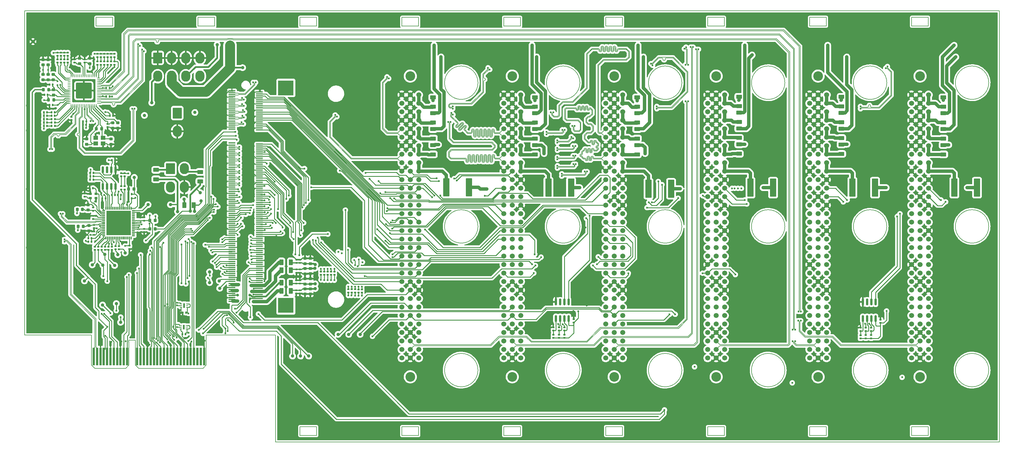
<source format=gbr>
G04 #@! TF.GenerationSoftware,KiCad,Pcbnew,6.0.7-f9a2dced07~116~ubuntu22.04.1*
G04 #@! TF.CreationDate,2023-04-06T13:37:06+01:00*
G04 #@! TF.ProjectId,hiltop_backplane_brd,68696c74-6f70-45f6-9261-636b706c616e,A*
G04 #@! TF.SameCoordinates,Original*
G04 #@! TF.FileFunction,Copper,L1,Top*
G04 #@! TF.FilePolarity,Positive*
%FSLAX46Y46*%
G04 Gerber Fmt 4.6, Leading zero omitted, Abs format (unit mm)*
G04 Created by KiCad (PCBNEW 6.0.7-f9a2dced07~116~ubuntu22.04.1) date 2023-04-06 13:37:06*
%MOMM*%
%LPD*%
G01*
G04 APERTURE LIST*
G04 Aperture macros list*
%AMRoundRect*
0 Rectangle with rounded corners*
0 $1 Rounding radius*
0 $2 $3 $4 $5 $6 $7 $8 $9 X,Y pos of 4 corners*
0 Add a 4 corners polygon primitive as box body*
4,1,4,$2,$3,$4,$5,$6,$7,$8,$9,$2,$3,0*
0 Add four circle primitives for the rounded corners*
1,1,$1+$1,$2,$3*
1,1,$1+$1,$4,$5*
1,1,$1+$1,$6,$7*
1,1,$1+$1,$8,$9*
0 Add four rect primitives between the rounded corners*
20,1,$1+$1,$2,$3,$4,$5,0*
20,1,$1+$1,$4,$5,$6,$7,0*
20,1,$1+$1,$6,$7,$8,$9,0*
20,1,$1+$1,$8,$9,$2,$3,0*%
G04 Aperture macros list end*
G04 #@! TA.AperFunction,Profile*
%ADD10C,0.150000*%
G04 #@! TD*
G04 #@! TA.AperFunction,ComponentPad*
%ADD11C,2.900680*%
G04 #@! TD*
G04 #@! TA.AperFunction,ComponentPad*
%ADD12C,1.501140*%
G04 #@! TD*
G04 #@! TA.AperFunction,SMDPad,CuDef*
%ADD13RoundRect,0.147500X-0.147500X-0.172500X0.147500X-0.172500X0.147500X0.172500X-0.147500X0.172500X0*%
G04 #@! TD*
G04 #@! TA.AperFunction,SMDPad,CuDef*
%ADD14RoundRect,0.250000X-0.712500X-2.475000X0.712500X-2.475000X0.712500X2.475000X-0.712500X2.475000X0*%
G04 #@! TD*
G04 #@! TA.AperFunction,SMDPad,CuDef*
%ADD15RoundRect,0.147500X-0.172500X0.147500X-0.172500X-0.147500X0.172500X-0.147500X0.172500X0.147500X0*%
G04 #@! TD*
G04 #@! TA.AperFunction,SMDPad,CuDef*
%ADD16RoundRect,0.218750X0.256250X-0.218750X0.256250X0.218750X-0.256250X0.218750X-0.256250X-0.218750X0*%
G04 #@! TD*
G04 #@! TA.AperFunction,SMDPad,CuDef*
%ADD17RoundRect,0.147500X0.172500X-0.147500X0.172500X0.147500X-0.172500X0.147500X-0.172500X-0.147500X0*%
G04 #@! TD*
G04 #@! TA.AperFunction,SMDPad,CuDef*
%ADD18R,0.900000X0.800000*%
G04 #@! TD*
G04 #@! TA.AperFunction,SMDPad,CuDef*
%ADD19RoundRect,0.147500X0.147500X0.172500X-0.147500X0.172500X-0.147500X-0.172500X0.147500X-0.172500X0*%
G04 #@! TD*
G04 #@! TA.AperFunction,SMDPad,CuDef*
%ADD20RoundRect,0.218750X0.218750X0.256250X-0.218750X0.256250X-0.218750X-0.256250X0.218750X-0.256250X0*%
G04 #@! TD*
G04 #@! TA.AperFunction,SMDPad,CuDef*
%ADD21RoundRect,0.250000X0.625000X-0.375000X0.625000X0.375000X-0.625000X0.375000X-0.625000X-0.375000X0*%
G04 #@! TD*
G04 #@! TA.AperFunction,SMDPad,CuDef*
%ADD22RoundRect,0.218750X-0.218750X-0.256250X0.218750X-0.256250X0.218750X0.256250X-0.218750X0.256250X0*%
G04 #@! TD*
G04 #@! TA.AperFunction,SMDPad,CuDef*
%ADD23RoundRect,0.150000X0.150000X-0.825000X0.150000X0.825000X-0.150000X0.825000X-0.150000X-0.825000X0*%
G04 #@! TD*
G04 #@! TA.AperFunction,SMDPad,CuDef*
%ADD24R,0.850000X0.300000*%
G04 #@! TD*
G04 #@! TA.AperFunction,SMDPad,CuDef*
%ADD25R,0.300000X0.850000*%
G04 #@! TD*
G04 #@! TA.AperFunction,SMDPad,CuDef*
%ADD26R,7.350000X7.350000*%
G04 #@! TD*
G04 #@! TA.AperFunction,ComponentPad*
%ADD27RoundRect,0.250001X-1.099999X-1.399999X1.099999X-1.399999X1.099999X1.399999X-1.099999X1.399999X0*%
G04 #@! TD*
G04 #@! TA.AperFunction,ComponentPad*
%ADD28O,2.700000X3.300000*%
G04 #@! TD*
G04 #@! TA.AperFunction,SMDPad,CuDef*
%ADD29RoundRect,0.218750X-0.256250X0.218750X-0.256250X-0.218750X0.256250X-0.218750X0.256250X0.218750X0*%
G04 #@! TD*
G04 #@! TA.AperFunction,SMDPad,CuDef*
%ADD30RoundRect,0.050000X0.387500X0.050000X-0.387500X0.050000X-0.387500X-0.050000X0.387500X-0.050000X0*%
G04 #@! TD*
G04 #@! TA.AperFunction,SMDPad,CuDef*
%ADD31RoundRect,0.050000X0.050000X0.387500X-0.050000X0.387500X-0.050000X-0.387500X0.050000X-0.387500X0*%
G04 #@! TD*
G04 #@! TA.AperFunction,SMDPad,CuDef*
%ADD32RoundRect,0.249998X2.100002X2.100002X-2.100002X2.100002X-2.100002X-2.100002X2.100002X-2.100002X0*%
G04 #@! TD*
G04 #@! TA.AperFunction,SMDPad,CuDef*
%ADD33RoundRect,0.250000X0.375000X0.625000X-0.375000X0.625000X-0.375000X-0.625000X0.375000X-0.625000X0*%
G04 #@! TD*
G04 #@! TA.AperFunction,SMDPad,CuDef*
%ADD34RoundRect,0.250000X-0.625000X0.375000X-0.625000X-0.375000X0.625000X-0.375000X0.625000X0.375000X0*%
G04 #@! TD*
G04 #@! TA.AperFunction,SMDPad,CuDef*
%ADD35R,0.700000X0.250000*%
G04 #@! TD*
G04 #@! TA.AperFunction,SMDPad,CuDef*
%ADD36R,0.610000X1.420000*%
G04 #@! TD*
G04 #@! TA.AperFunction,SMDPad,CuDef*
%ADD37R,0.750000X5.300000*%
G04 #@! TD*
G04 #@! TA.AperFunction,ComponentPad*
%ADD38C,1.000000*%
G04 #@! TD*
G04 #@! TA.AperFunction,SMDPad,CuDef*
%ADD39R,4.600000X4.500000*%
G04 #@! TD*
G04 #@! TA.AperFunction,SMDPad,CuDef*
%ADD40R,2.000000X0.350000*%
G04 #@! TD*
G04 #@! TA.AperFunction,SMDPad,CuDef*
%ADD41R,1.400000X1.200000*%
G04 #@! TD*
G04 #@! TA.AperFunction,SMDPad,CuDef*
%ADD42RoundRect,0.150000X-0.150000X0.825000X-0.150000X-0.825000X0.150000X-0.825000X0.150000X0.825000X0*%
G04 #@! TD*
G04 #@! TA.AperFunction,ViaPad*
%ADD43C,0.600000*%
G04 #@! TD*
G04 #@! TA.AperFunction,ViaPad*
%ADD44C,0.800000*%
G04 #@! TD*
G04 #@! TA.AperFunction,ViaPad*
%ADD45C,1.000000*%
G04 #@! TD*
G04 #@! TA.AperFunction,Conductor*
%ADD46C,0.360000*%
G04 #@! TD*
G04 #@! TA.AperFunction,Conductor*
%ADD47C,0.250000*%
G04 #@! TD*
G04 #@! TA.AperFunction,Conductor*
%ADD48C,0.200000*%
G04 #@! TD*
G04 #@! TA.AperFunction,Conductor*
%ADD49C,1.000000*%
G04 #@! TD*
G04 #@! TA.AperFunction,Conductor*
%ADD50C,0.500000*%
G04 #@! TD*
G04 #@! TA.AperFunction,Conductor*
%ADD51C,3.000000*%
G04 #@! TD*
G04 #@! TA.AperFunction,Conductor*
%ADD52C,0.150000*%
G04 #@! TD*
G04 APERTURE END LIST*
D10*
X179840000Y-50700000D02*
G75*
G03*
X179840000Y-50700000I-5000000J0D01*
G01*
X210320000Y-50700000D02*
G75*
G03*
X210320000Y-50700000I-5000000J0D01*
G01*
X240800000Y-50700000D02*
G75*
G03*
X240800000Y-50700000I-5000000J0D01*
G01*
X210320000Y-93700000D02*
G75*
G03*
X210320000Y-93700000I-5000000J0D01*
G01*
X240800000Y-93700000D02*
G75*
G03*
X240800000Y-93700000I-5000000J0D01*
G01*
X179840000Y-136700000D02*
G75*
G03*
X179840000Y-136700000I-5000000J0D01*
G01*
X210320000Y-136700000D02*
G75*
G03*
X210320000Y-136700000I-5000000J0D01*
G01*
X240800000Y-136700000D02*
G75*
G03*
X240800000Y-136700000I-5000000J0D01*
G01*
X179840000Y-93700000D02*
G75*
G03*
X179840000Y-93700000I-5000000J0D01*
G01*
X248500000Y-31150000D02*
X248500000Y-33750000D01*
X284000000Y-33750000D02*
X284000000Y-31150000D01*
X271600000Y-136700000D02*
G75*
G03*
X271600000Y-136700000I-5000000J0D01*
G01*
X65300000Y-136200000D02*
X74500000Y-136200000D01*
X75500000Y-135200000D02*
X75500000Y-127700000D01*
X248500000Y-33750000D02*
X253500000Y-33750000D01*
X131600000Y-156250000D02*
X131600000Y-153650000D01*
X157100000Y-31150000D02*
X157100000Y-33750000D01*
X131600000Y-153650000D02*
X126600000Y-153650000D01*
X192550000Y-153650000D02*
X187550000Y-153650000D01*
X65650000Y-33750000D02*
X70650000Y-33750000D01*
X162100000Y-31150000D02*
X157100000Y-31150000D01*
X101150000Y-33750000D02*
X101150000Y-31150000D01*
X126600000Y-156250000D02*
X131600000Y-156250000D01*
X162100000Y-156250000D02*
X162100000Y-153650000D01*
X279000000Y-31150000D02*
X279000000Y-33750000D01*
X126600000Y-31150000D02*
X126600000Y-33750000D01*
X96150000Y-31150000D02*
X96150000Y-33750000D01*
X98600000Y-126200000D02*
X119300000Y-126200000D01*
X131600000Y-31150000D02*
X126600000Y-31150000D01*
X223050000Y-153650000D02*
X218050000Y-153650000D01*
X192550000Y-33750000D02*
X192550000Y-31150000D01*
X309450000Y-153650000D02*
X309450000Y-156250000D01*
X284000000Y-153650000D02*
X279000000Y-153650000D01*
X70650000Y-31150000D02*
X65650000Y-31150000D01*
X162100000Y-33750000D02*
X162100000Y-31150000D01*
X302080000Y-136700000D02*
G75*
G03*
X302080000Y-136700000I-5000000J0D01*
G01*
X309450000Y-156250000D02*
X314450000Y-156250000D01*
X284000000Y-156250000D02*
X284000000Y-153650000D01*
X248500000Y-156250000D02*
X253500000Y-156250000D01*
X157100000Y-156250000D02*
X162100000Y-156250000D01*
X248500000Y-153650000D02*
X248500000Y-156250000D01*
X218050000Y-156250000D02*
X223050000Y-156250000D01*
X218050000Y-31150000D02*
X218050000Y-33750000D01*
X162100000Y-153650000D02*
X157100000Y-153650000D01*
X332560000Y-93700000D02*
G75*
G03*
X332560000Y-93700000I-5000000J0D01*
G01*
X75500000Y-135200000D02*
X74500000Y-136200000D01*
X126600000Y-153650000D02*
X126600000Y-156250000D01*
X314450000Y-153650000D02*
X309450000Y-153650000D01*
X97600000Y-136200000D02*
X98600000Y-135200000D01*
X157100000Y-33750000D02*
X162100000Y-33750000D01*
X332560000Y-50700000D02*
G75*
G03*
X332560000Y-50700000I-5000000J0D01*
G01*
X70650000Y-33750000D02*
X70650000Y-31150000D01*
X223050000Y-156250000D02*
X223050000Y-153650000D01*
X271600000Y-50700000D02*
G75*
G03*
X271600000Y-50700000I-5000000J0D01*
G01*
X65650000Y-31150000D02*
X65650000Y-33750000D01*
X192550000Y-31150000D02*
X187550000Y-31150000D01*
X302080000Y-93700000D02*
G75*
G03*
X302080000Y-93700000I-5000000J0D01*
G01*
X187550000Y-153650000D02*
X187550000Y-156250000D01*
X44300000Y-29200000D02*
X335740000Y-29200000D01*
X131600000Y-33750000D02*
X131600000Y-31150000D01*
X96150000Y-33750000D02*
X101150000Y-33750000D01*
X187550000Y-33750000D02*
X192550000Y-33750000D01*
X64300000Y-135200000D02*
X64300000Y-126200000D01*
X314500000Y-31150000D02*
X309500000Y-31150000D01*
X218050000Y-153650000D02*
X218050000Y-156250000D01*
X271600000Y-93700000D02*
G75*
G03*
X271600000Y-93700000I-5000000J0D01*
G01*
X253500000Y-33750000D02*
X253500000Y-31150000D01*
X279000000Y-156250000D02*
X284000000Y-156250000D01*
X332560000Y-136700000D02*
G75*
G03*
X332560000Y-136700000I-5000000J0D01*
G01*
X77400000Y-135200000D02*
X78400000Y-136200000D01*
X119300000Y-136200000D02*
X119300000Y-158200000D01*
X309500000Y-31150000D02*
X309500000Y-33750000D01*
X44300000Y-126200000D02*
X44300000Y-29200000D01*
X218050000Y-33750000D02*
X223050000Y-33750000D01*
X314450000Y-156250000D02*
X314450000Y-153650000D01*
X284000000Y-31150000D02*
X279000000Y-31150000D01*
X119300000Y-126200000D02*
X119300000Y-136200000D01*
X78400000Y-136200000D02*
X97600000Y-136200000D01*
X279000000Y-153650000D02*
X279000000Y-156250000D01*
X279000000Y-33750000D02*
X284000000Y-33750000D01*
X253500000Y-153650000D02*
X248500000Y-153650000D01*
X64300000Y-135200000D02*
X65300000Y-136200000D01*
X187550000Y-156250000D02*
X192550000Y-156250000D01*
X75500000Y-127700000D02*
X77400000Y-127700000D01*
X101150000Y-31150000D02*
X96150000Y-31150000D01*
X192550000Y-156250000D02*
X192550000Y-153650000D01*
X253500000Y-31150000D02*
X248500000Y-31150000D01*
X126600000Y-33750000D02*
X131600000Y-33750000D01*
X98600000Y-135200000D02*
X98600000Y-127700000D01*
X335740000Y-29200000D02*
X335740000Y-158200000D01*
X187550000Y-31150000D02*
X187550000Y-33750000D01*
X302080000Y-50700000D02*
G75*
G03*
X302080000Y-50700000I-5000000J0D01*
G01*
X157100000Y-153650000D02*
X157100000Y-156250000D01*
X223050000Y-31150000D02*
X218050000Y-31150000D01*
X98600000Y-127700000D02*
X98600000Y-126200000D01*
X335740000Y-158200000D02*
X119300000Y-158200000D01*
X309500000Y-33750000D02*
X314500000Y-33750000D01*
X253500000Y-156250000D02*
X253500000Y-153650000D01*
X77400000Y-127700000D02*
X77400000Y-135200000D01*
X314500000Y-33750000D02*
X314500000Y-31150000D01*
X64300000Y-126200000D02*
X44300000Y-126200000D01*
X223050000Y-33750000D02*
X223050000Y-31150000D01*
D11*
X159600000Y-48703900D03*
X159600000Y-138696100D03*
D12*
X157060000Y-54330000D03*
X159600000Y-54330000D03*
X162140000Y-54330000D03*
X157060000Y-56870000D03*
X159600000Y-56870000D03*
X162140000Y-56870000D03*
X157060000Y-59410000D03*
X159600000Y-59410000D03*
X162140000Y-59410000D03*
X157060000Y-61950000D03*
X159600000Y-61950000D03*
X162140000Y-61950000D03*
X157060000Y-64490000D03*
X159600000Y-64490000D03*
X162140000Y-64490000D03*
X157060000Y-67030000D03*
X159600000Y-67030000D03*
X162140000Y-67030000D03*
X157060000Y-69570000D03*
X159600000Y-69570000D03*
X162140000Y-69570000D03*
X157060000Y-72110000D03*
X159600000Y-72110000D03*
X162140000Y-72110000D03*
X157060000Y-74650000D03*
X159600000Y-74650000D03*
X162140000Y-74650000D03*
X157060000Y-77190000D03*
X159600000Y-77190000D03*
X162140000Y-77190000D03*
X157060000Y-79730000D03*
X159600000Y-79730000D03*
X162140000Y-79730000D03*
X157060000Y-82270000D03*
X159600000Y-82270000D03*
X162140000Y-82270000D03*
X157060000Y-84810000D03*
X159600000Y-84810000D03*
X162140000Y-84810000D03*
X157060000Y-87350000D03*
X159600000Y-87350000D03*
X162140000Y-87350000D03*
X157060000Y-89890000D03*
X159600000Y-89890000D03*
X162140000Y-89890000D03*
X157060000Y-92430000D03*
X159600000Y-92430000D03*
X162140000Y-92430000D03*
X157060000Y-94970000D03*
X159600000Y-94970000D03*
X162140000Y-94970000D03*
X157060000Y-97510000D03*
X159600000Y-97510000D03*
X162140000Y-97510000D03*
X157060000Y-100050000D03*
X159600000Y-100050000D03*
X162140000Y-100050000D03*
X157060000Y-102590000D03*
X159600000Y-102590000D03*
X162140000Y-102590000D03*
X157060000Y-105130000D03*
X159600000Y-105130000D03*
X162140000Y-105130000D03*
X157060000Y-107670000D03*
X159600000Y-107670000D03*
X162140000Y-107670000D03*
X157060000Y-110210000D03*
X159600000Y-110210000D03*
X162140000Y-110210000D03*
X157060000Y-112750000D03*
X159600000Y-112750000D03*
X162140000Y-112750000D03*
X157060000Y-115290000D03*
X159600000Y-115290000D03*
X162140000Y-115290000D03*
X157060000Y-117830000D03*
X159600000Y-117830000D03*
X162140000Y-117830000D03*
X157060000Y-120370000D03*
X159600000Y-120370000D03*
X162140000Y-120370000D03*
X157060000Y-122910000D03*
X159600000Y-122910000D03*
X162140000Y-122910000D03*
X157060000Y-125450000D03*
X159600000Y-125450000D03*
X162140000Y-125450000D03*
X157060000Y-127990000D03*
X159600000Y-127990000D03*
X162140000Y-127990000D03*
X157060000Y-130530000D03*
X159600000Y-130530000D03*
X162140000Y-130530000D03*
X157060000Y-133070000D03*
X159600000Y-133070000D03*
X162140000Y-133070000D03*
D11*
X190080000Y-138696100D03*
X190080000Y-48703900D03*
D12*
X187540000Y-54330000D03*
X190080000Y-54330000D03*
X192620000Y-54330000D03*
X187540000Y-56870000D03*
X190080000Y-56870000D03*
X192620000Y-56870000D03*
X187540000Y-59410000D03*
X190080000Y-59410000D03*
X192620000Y-59410000D03*
X187540000Y-61950000D03*
X190080000Y-61950000D03*
X192620000Y-61950000D03*
X187540000Y-64490000D03*
X190080000Y-64490000D03*
X192620000Y-64490000D03*
X187540000Y-67030000D03*
X190080000Y-67030000D03*
X192620000Y-67030000D03*
X187540000Y-69570000D03*
X190080000Y-69570000D03*
X192620000Y-69570000D03*
X187540000Y-72110000D03*
X190080000Y-72110000D03*
X192620000Y-72110000D03*
X187540000Y-74650000D03*
X190080000Y-74650000D03*
X192620000Y-74650000D03*
X187540000Y-77190000D03*
X190080000Y-77190000D03*
X192620000Y-77190000D03*
X187540000Y-79730000D03*
X190080000Y-79730000D03*
X192620000Y-79730000D03*
X187540000Y-82270000D03*
X190080000Y-82270000D03*
X192620000Y-82270000D03*
X187540000Y-84810000D03*
X190080000Y-84810000D03*
X192620000Y-84810000D03*
X187540000Y-87350000D03*
X190080000Y-87350000D03*
X192620000Y-87350000D03*
X187540000Y-89890000D03*
X190080000Y-89890000D03*
X192620000Y-89890000D03*
X187540000Y-92430000D03*
X190080000Y-92430000D03*
X192620000Y-92430000D03*
X187540000Y-94970000D03*
X190080000Y-94970000D03*
X192620000Y-94970000D03*
X187540000Y-97510000D03*
X190080000Y-97510000D03*
X192620000Y-97510000D03*
X187540000Y-100050000D03*
X190080000Y-100050000D03*
X192620000Y-100050000D03*
X187540000Y-102590000D03*
X190080000Y-102590000D03*
X192620000Y-102590000D03*
X187540000Y-105130000D03*
X190080000Y-105130000D03*
X192620000Y-105130000D03*
X187540000Y-107670000D03*
X190080000Y-107670000D03*
X192620000Y-107670000D03*
X187540000Y-110210000D03*
X190080000Y-110210000D03*
X192620000Y-110210000D03*
X187540000Y-112750000D03*
X190080000Y-112750000D03*
X192620000Y-112750000D03*
X187540000Y-115290000D03*
X190080000Y-115290000D03*
X192620000Y-115290000D03*
X187540000Y-117830000D03*
X190080000Y-117830000D03*
X192620000Y-117830000D03*
X187540000Y-120370000D03*
X190080000Y-120370000D03*
X192620000Y-120370000D03*
X187540000Y-122910000D03*
X190080000Y-122910000D03*
X192620000Y-122910000D03*
X187540000Y-125450000D03*
X190080000Y-125450000D03*
X192620000Y-125450000D03*
X187540000Y-127990000D03*
X190080000Y-127990000D03*
X192620000Y-127990000D03*
X187540000Y-130530000D03*
X190080000Y-130530000D03*
X192620000Y-130530000D03*
X187540000Y-133070000D03*
X190080000Y-133070000D03*
X192620000Y-133070000D03*
D11*
X220560000Y-48703900D03*
X220560000Y-138696100D03*
D12*
X218020000Y-54330000D03*
X220560000Y-54330000D03*
X223100000Y-54330000D03*
X218020000Y-56870000D03*
X220560000Y-56870000D03*
X223100000Y-56870000D03*
X218020000Y-59410000D03*
X220560000Y-59410000D03*
X223100000Y-59410000D03*
X218020000Y-61950000D03*
X220560000Y-61950000D03*
X223100000Y-61950000D03*
X218020000Y-64490000D03*
X220560000Y-64490000D03*
X223100000Y-64490000D03*
X218020000Y-67030000D03*
X220560000Y-67030000D03*
X223100000Y-67030000D03*
X218020000Y-69570000D03*
X220560000Y-69570000D03*
X223100000Y-69570000D03*
X218020000Y-72110000D03*
X220560000Y-72110000D03*
X223100000Y-72110000D03*
X218020000Y-74650000D03*
X220560000Y-74650000D03*
X223100000Y-74650000D03*
X218020000Y-77190000D03*
X220560000Y-77190000D03*
X223100000Y-77190000D03*
X218020000Y-79730000D03*
X220560000Y-79730000D03*
X223100000Y-79730000D03*
X218020000Y-82270000D03*
X220560000Y-82270000D03*
X223100000Y-82270000D03*
X218020000Y-84810000D03*
X220560000Y-84810000D03*
X223100000Y-84810000D03*
X218020000Y-87350000D03*
X220560000Y-87350000D03*
X223100000Y-87350000D03*
X218020000Y-89890000D03*
X220560000Y-89890000D03*
X223100000Y-89890000D03*
X218020000Y-92430000D03*
X220560000Y-92430000D03*
X223100000Y-92430000D03*
X218020000Y-94970000D03*
X220560000Y-94970000D03*
X223100000Y-94970000D03*
X218020000Y-97510000D03*
X220560000Y-97510000D03*
X223100000Y-97510000D03*
X218020000Y-100050000D03*
X220560000Y-100050000D03*
X223100000Y-100050000D03*
X218020000Y-102590000D03*
X220560000Y-102590000D03*
X223100000Y-102590000D03*
X218020000Y-105130000D03*
X220560000Y-105130000D03*
X223100000Y-105130000D03*
X218020000Y-107670000D03*
X220560000Y-107670000D03*
X223100000Y-107670000D03*
X218020000Y-110210000D03*
X220560000Y-110210000D03*
X223100000Y-110210000D03*
X218020000Y-112750000D03*
X220560000Y-112750000D03*
X223100000Y-112750000D03*
X218020000Y-115290000D03*
X220560000Y-115290000D03*
X223100000Y-115290000D03*
X218020000Y-117830000D03*
X220560000Y-117830000D03*
X223100000Y-117830000D03*
X218020000Y-120370000D03*
X220560000Y-120370000D03*
X223100000Y-120370000D03*
X218020000Y-122910000D03*
X220560000Y-122910000D03*
X223100000Y-122910000D03*
X218020000Y-125450000D03*
X220560000Y-125450000D03*
X223100000Y-125450000D03*
X218020000Y-127990000D03*
X220560000Y-127990000D03*
X223100000Y-127990000D03*
X218020000Y-130530000D03*
X220560000Y-130530000D03*
X223100000Y-130530000D03*
X218020000Y-133070000D03*
X220560000Y-133070000D03*
X223100000Y-133070000D03*
D13*
X75327500Y-85344000D03*
X76297500Y-85344000D03*
D14*
X170366500Y-82042000D03*
X177141500Y-82042000D03*
D15*
X73152000Y-77747000D03*
X73152000Y-78717000D03*
D16*
X63246000Y-88784500D03*
X63246000Y-87209500D03*
D17*
X75628500Y-100434000D03*
X75628500Y-99464000D03*
D13*
X63897500Y-79756000D03*
X64867500Y-79756000D03*
D18*
X65595000Y-83957000D03*
X63945000Y-83957000D03*
X63945000Y-85207000D03*
X65595000Y-85207000D03*
D15*
X64770000Y-90515000D03*
X64770000Y-91485000D03*
D13*
X70381000Y-84328000D03*
X71351000Y-84328000D03*
D15*
X74168000Y-77747000D03*
X74168000Y-78717000D03*
D19*
X92427500Y-125980000D03*
X91457500Y-125980000D03*
D17*
X65278000Y-100735000D03*
X65278000Y-99765000D03*
D20*
X61606500Y-88646000D03*
X60031500Y-88646000D03*
D17*
X71437500Y-100561000D03*
X71437500Y-99591000D03*
X72530000Y-100561000D03*
X72530000Y-99591000D03*
X69342000Y-100735000D03*
X69342000Y-99765000D03*
D15*
X65024000Y-95215000D03*
X65024000Y-96185000D03*
D19*
X64285000Y-98250000D03*
X63315000Y-98250000D03*
D21*
X166400000Y-72150000D03*
X166400000Y-69350000D03*
D22*
X75412500Y-82550000D03*
X76987500Y-82550000D03*
D23*
X67691000Y-81723000D03*
X68961000Y-81723000D03*
X70231000Y-81723000D03*
X71501000Y-81723000D03*
X71501000Y-76773000D03*
X70231000Y-76773000D03*
X68961000Y-76773000D03*
X67691000Y-76773000D03*
D21*
X227400000Y-72150000D03*
X227400000Y-69350000D03*
D17*
X68326000Y-100735000D03*
X68326000Y-99765000D03*
X74168000Y-82660500D03*
X74168000Y-81690500D03*
D14*
X230818500Y-82423000D03*
X237593500Y-82423000D03*
D17*
X64770000Y-88997500D03*
X64770000Y-88027500D03*
X67310000Y-100735000D03*
X67310000Y-99765000D03*
D24*
X67940000Y-88960000D03*
X67940000Y-89460000D03*
X67940000Y-89960000D03*
X67940000Y-90460000D03*
X67940000Y-90960000D03*
X67940000Y-91460000D03*
X67940000Y-91960000D03*
X67940000Y-92460000D03*
X67940000Y-92960000D03*
X67940000Y-93460000D03*
X67940000Y-93960000D03*
X67940000Y-94460000D03*
X67940000Y-94960000D03*
X67940000Y-95460000D03*
X67940000Y-95960000D03*
X67940000Y-96460000D03*
D25*
X68640000Y-97160000D03*
X69140000Y-97160000D03*
X69640000Y-97160000D03*
X70140000Y-97160000D03*
X70640000Y-97160000D03*
X71140000Y-97160000D03*
X71640000Y-97160000D03*
X72140000Y-97160000D03*
X72640000Y-97160000D03*
X73140000Y-97160000D03*
X73640000Y-97160000D03*
X74140000Y-97160000D03*
X74640000Y-97160000D03*
X75140000Y-97160000D03*
X75640000Y-97160000D03*
X76140000Y-97160000D03*
D24*
X76840000Y-96460000D03*
X76840000Y-95960000D03*
X76840000Y-95460000D03*
X76840000Y-94960000D03*
X76840000Y-94460000D03*
X76840000Y-93960000D03*
X76840000Y-93460000D03*
X76840000Y-92960000D03*
X76840000Y-92460000D03*
X76840000Y-91960000D03*
X76840000Y-91460000D03*
X76840000Y-90960000D03*
X76840000Y-90460000D03*
X76840000Y-89960000D03*
X76840000Y-89460000D03*
X76840000Y-88960000D03*
D25*
X76140000Y-88260000D03*
X75640000Y-88260000D03*
X75140000Y-88260000D03*
X74640000Y-88260000D03*
X74140000Y-88260000D03*
X73640000Y-88260000D03*
X73140000Y-88260000D03*
X72640000Y-88260000D03*
X72140000Y-88260000D03*
X71640000Y-88260000D03*
X71140000Y-88260000D03*
X70640000Y-88260000D03*
X70140000Y-88260000D03*
X69640000Y-88260000D03*
X69140000Y-88260000D03*
X68640000Y-88260000D03*
D26*
X72390000Y-92710000D03*
D13*
X63897500Y-77724000D03*
X64867500Y-77724000D03*
D17*
X66294000Y-100735000D03*
X66294000Y-99765000D03*
D19*
X64880500Y-78740000D03*
X63910500Y-78740000D03*
D20*
X61860500Y-93726000D03*
X60285500Y-93726000D03*
D27*
X84074000Y-43268000D03*
D28*
X88274000Y-43268000D03*
X92474000Y-43268000D03*
X96674000Y-43268000D03*
X84074000Y-48768000D03*
X88274000Y-48768000D03*
X92474000Y-48768000D03*
X96674000Y-48768000D03*
D27*
X89916000Y-59778000D03*
D28*
X89916000Y-65278000D03*
D17*
X73152000Y-82660500D03*
X73152000Y-81690500D03*
D13*
X75327500Y-84074000D03*
X76297500Y-84074000D03*
D15*
X62230000Y-83843000D03*
X62230000Y-84813000D03*
D13*
X67515000Y-85344000D03*
X68485000Y-85344000D03*
D21*
X227400000Y-62650000D03*
X227400000Y-59850000D03*
X196900000Y-57900000D03*
X196900000Y-55100000D03*
D20*
X83337500Y-91948000D03*
X81762500Y-91948000D03*
D15*
X80040000Y-90995000D03*
X80040000Y-91965000D03*
D20*
X83337500Y-94488000D03*
X81762500Y-94488000D03*
D19*
X73129000Y-84328000D03*
X72159000Y-84328000D03*
D15*
X65024000Y-93241000D03*
X65024000Y-94211000D03*
D29*
X63500000Y-93446500D03*
X63500000Y-95021500D03*
D13*
X63315000Y-97250000D03*
X64285000Y-97250000D03*
D17*
X57150000Y-42649000D03*
X57150000Y-41679000D03*
X58300000Y-61885000D03*
X58300000Y-60915000D03*
D30*
X66388500Y-56836000D03*
X66388500Y-56336000D03*
X66388500Y-55836000D03*
X66388500Y-55336000D03*
X66388500Y-54836000D03*
X66388500Y-54336000D03*
X66388500Y-53836000D03*
X66388500Y-53336000D03*
X66388500Y-52836000D03*
X66388500Y-52336000D03*
X66388500Y-51836000D03*
X66388500Y-51336000D03*
X66388500Y-50836000D03*
X66388500Y-50336000D03*
X66388500Y-49836000D03*
X66388500Y-49336000D03*
D31*
X65726000Y-48673500D03*
X65226000Y-48673500D03*
X64726000Y-48673500D03*
X64226000Y-48673500D03*
X63726000Y-48673500D03*
X63226000Y-48673500D03*
X62726000Y-48673500D03*
X62226000Y-48673500D03*
X61726000Y-48673500D03*
X61226000Y-48673500D03*
X60726000Y-48673500D03*
X60226000Y-48673500D03*
X59726000Y-48673500D03*
X59226000Y-48673500D03*
X58726000Y-48673500D03*
X58226000Y-48673500D03*
D30*
X57563500Y-49336000D03*
X57563500Y-49836000D03*
X57563500Y-50336000D03*
X57563500Y-50836000D03*
X57563500Y-51336000D03*
X57563500Y-51836000D03*
X57563500Y-52336000D03*
X57563500Y-52836000D03*
X57563500Y-53336000D03*
X57563500Y-53836000D03*
X57563500Y-54336000D03*
X57563500Y-54836000D03*
X57563500Y-55336000D03*
X57563500Y-55836000D03*
X57563500Y-56336000D03*
X57563500Y-56836000D03*
D31*
X58226000Y-57498500D03*
X58726000Y-57498500D03*
X59226000Y-57498500D03*
X59726000Y-57498500D03*
X60226000Y-57498500D03*
X60726000Y-57498500D03*
X61226000Y-57498500D03*
X61726000Y-57498500D03*
X62226000Y-57498500D03*
X62726000Y-57498500D03*
X63226000Y-57498500D03*
X63726000Y-57498500D03*
X64226000Y-57498500D03*
X64726000Y-57498500D03*
X65226000Y-57498500D03*
X65726000Y-57498500D03*
D32*
X61976000Y-53086000D03*
D13*
X50188000Y-54356000D03*
X51158000Y-54356000D03*
D15*
X59182000Y-43711000D03*
X59182000Y-44681000D03*
D17*
X69088000Y-63985000D03*
X69088000Y-63015000D03*
D29*
X49784000Y-43789500D03*
X49784000Y-45364500D03*
X51308000Y-48234500D03*
X51308000Y-49809500D03*
D17*
X54102000Y-42649000D03*
X54102000Y-41679000D03*
D15*
X68072000Y-44346000D03*
X68072000Y-45316000D03*
D13*
X52347000Y-60579000D03*
X53317000Y-60579000D03*
D19*
X51013500Y-61600000D03*
X50043500Y-61600000D03*
D29*
X60706000Y-43408500D03*
X60706000Y-44983500D03*
D22*
X49885500Y-52832000D03*
X51460500Y-52832000D03*
D15*
X56134000Y-43711000D03*
X56134000Y-44681000D03*
X55118000Y-43711000D03*
X55118000Y-44681000D03*
X54102000Y-43711000D03*
X54102000Y-44681000D03*
D29*
X52959000Y-52806500D03*
X52959000Y-54381500D03*
D19*
X51020000Y-62616000D03*
X50050000Y-62616000D03*
D15*
X62230000Y-43711000D03*
X62230000Y-44681000D03*
D16*
X70132000Y-69093500D03*
X70132000Y-67518500D03*
D19*
X52682000Y-51308000D03*
X51712000Y-51308000D03*
D29*
X63754000Y-43408500D03*
X63754000Y-44983500D03*
D13*
X61745000Y-63285000D03*
X62715000Y-63285000D03*
D19*
X51024500Y-59563000D03*
X50054500Y-59563000D03*
D29*
X62820000Y-67522500D03*
X62820000Y-69097500D03*
D16*
X70612000Y-64287500D03*
X70612000Y-62712500D03*
D17*
X56134000Y-42649000D03*
X56134000Y-41679000D03*
X55118000Y-42649000D03*
X55118000Y-41679000D03*
D15*
X57150000Y-43711000D03*
X57150000Y-44681000D03*
D29*
X52832000Y-48234500D03*
X52832000Y-49809500D03*
D22*
X65760500Y-64516000D03*
X67335500Y-64516000D03*
D13*
X52365000Y-62616000D03*
X53335000Y-62616000D03*
X52365000Y-63632000D03*
X53335000Y-63632000D03*
D27*
X87884000Y-76454000D03*
D28*
X92084000Y-76454000D03*
X87884000Y-81954000D03*
X92084000Y-81954000D03*
D33*
X94875000Y-87370000D03*
X92075000Y-87370000D03*
D34*
X96780000Y-77410000D03*
X96780000Y-80210000D03*
D13*
X51712000Y-57404000D03*
X52682000Y-57404000D03*
D19*
X51031000Y-60579000D03*
X50061000Y-60579000D03*
X51013500Y-63632000D03*
X50043500Y-63632000D03*
D13*
X52365000Y-61600000D03*
X53335000Y-61600000D03*
D29*
X49784000Y-48234500D03*
X49784000Y-49809500D03*
X51308000Y-43775500D03*
X51308000Y-45350500D03*
D15*
X67056000Y-44346000D03*
X67056000Y-45316000D03*
D17*
X71150000Y-45316000D03*
X71150000Y-44346000D03*
X71150000Y-43030000D03*
X71150000Y-42060000D03*
D15*
X69100000Y-44346000D03*
X69100000Y-45316000D03*
X70116000Y-44346000D03*
X70116000Y-45316000D03*
D17*
X70116000Y-43030000D03*
X70116000Y-42060000D03*
X69100000Y-43030000D03*
X69100000Y-42060000D03*
D19*
X69670000Y-52300000D03*
X68700000Y-52300000D03*
X70716000Y-60579000D03*
X69746000Y-60579000D03*
D16*
X72136000Y-64287500D03*
X72136000Y-62712500D03*
D20*
X52984500Y-55880000D03*
X51409500Y-55880000D03*
D13*
X52347000Y-59563000D03*
X53317000Y-59563000D03*
D15*
X66040000Y-44346000D03*
X66040000Y-45316000D03*
D17*
X68072000Y-43030000D03*
X68072000Y-42060000D03*
X67056000Y-43030000D03*
X67056000Y-42060000D03*
X66040000Y-43030000D03*
X66040000Y-42060000D03*
D14*
X200892000Y-82105500D03*
X207667000Y-82105500D03*
D21*
X196900000Y-67400000D03*
X196900000Y-64600000D03*
X196900000Y-62650000D03*
X196900000Y-59850000D03*
D33*
X123869000Y-113031000D03*
X121069000Y-113031000D03*
D15*
X126580000Y-112795000D03*
X126580000Y-113765000D03*
D29*
X129710000Y-112372500D03*
X129710000Y-113947500D03*
D16*
X128080000Y-104827500D03*
X128080000Y-103252500D03*
D15*
X125517000Y-112800000D03*
X125517000Y-113770000D03*
D29*
X128082000Y-106293500D03*
X128082000Y-107868500D03*
X128090000Y-112372500D03*
X128090000Y-113947500D03*
D15*
X126610000Y-106595000D03*
X126610000Y-107565000D03*
D16*
X129720000Y-110917500D03*
X129720000Y-109342500D03*
D33*
X123894000Y-106827000D03*
X121094000Y-106827000D03*
X123894000Y-104412000D03*
X121094000Y-104412000D03*
D17*
X125517000Y-110793000D03*
X125517000Y-109823000D03*
X125542000Y-104643000D03*
X125542000Y-103673000D03*
D29*
X129720000Y-106292500D03*
X129720000Y-107867500D03*
D16*
X129720000Y-104827500D03*
X129720000Y-103252500D03*
D33*
X123869000Y-110562000D03*
X121069000Y-110562000D03*
D16*
X128090000Y-110917500D03*
X128090000Y-109342500D03*
D15*
X125542000Y-106596000D03*
X125542000Y-107566000D03*
D13*
X63765000Y-82250000D03*
X64735000Y-82250000D03*
D19*
X71311000Y-73896000D03*
X70341000Y-73896000D03*
D21*
X166400000Y-62650000D03*
X166400000Y-59850000D03*
X227400000Y-57900000D03*
X227400000Y-55100000D03*
X166400000Y-57900000D03*
X166400000Y-55100000D03*
X166400000Y-67400000D03*
X166400000Y-64600000D03*
X227400000Y-67400000D03*
X227400000Y-64600000D03*
X196900000Y-72150000D03*
X196900000Y-69350000D03*
D13*
X61760000Y-62285000D03*
X62730000Y-62285000D03*
D35*
X92815000Y-124340000D03*
X92815000Y-123840000D03*
X92815000Y-123340000D03*
X90965000Y-123340000D03*
X90965000Y-123840000D03*
X90965000Y-124340000D03*
D36*
X91890000Y-123840000D03*
D19*
X92545000Y-119510000D03*
X91575000Y-119510000D03*
D35*
X92920000Y-117865000D03*
X92920000Y-117365000D03*
X92920000Y-116865000D03*
X91070000Y-116865000D03*
X91070000Y-117365000D03*
X91070000Y-117865000D03*
D36*
X91995000Y-117365000D03*
D19*
X69685000Y-54800000D03*
X68715000Y-54800000D03*
D15*
X70358000Y-99765000D03*
X70358000Y-100735000D03*
D17*
X80010000Y-95405000D03*
X80010000Y-94435000D03*
D37*
X64954000Y-132600000D03*
X65954000Y-132600000D03*
X66954000Y-132600000D03*
X67954000Y-132600000D03*
X68954000Y-132600000D03*
X69954000Y-132600000D03*
X70954000Y-132600000D03*
X71954000Y-132600000D03*
X72954000Y-132600000D03*
X73954000Y-132600000D03*
X74954000Y-132600000D03*
X77954000Y-132600000D03*
X78954000Y-132600000D03*
X79954000Y-132600000D03*
X80954000Y-132600000D03*
X81954000Y-132600000D03*
X82954000Y-132600000D03*
X83954000Y-132600000D03*
X84954000Y-132600000D03*
X85954000Y-132600000D03*
X86954000Y-132600000D03*
X87954000Y-132600000D03*
X88954000Y-132600000D03*
X89954000Y-132600000D03*
X90954000Y-132600000D03*
X91954000Y-132600000D03*
X92954000Y-132600000D03*
X93954000Y-132600000D03*
X94954000Y-132600000D03*
X95954000Y-132600000D03*
X96954000Y-132600000D03*
X97954000Y-132600000D03*
D17*
X145100000Y-113500000D03*
X145100000Y-112530000D03*
X144100000Y-113500000D03*
X144100000Y-112530000D03*
X143100000Y-113485000D03*
X143100000Y-112515000D03*
X142100000Y-113470000D03*
X142100000Y-112500000D03*
X141100000Y-113470000D03*
X141100000Y-112500000D03*
X136900000Y-108170000D03*
X136900000Y-107200000D03*
X135900000Y-108170000D03*
X135900000Y-107200000D03*
X134900000Y-108185000D03*
X134900000Y-107215000D03*
X133900000Y-108185000D03*
X133900000Y-107215000D03*
X132900000Y-108170000D03*
X132900000Y-107200000D03*
D38*
X67600000Y-117200000D03*
X71700000Y-116800000D03*
X62200000Y-110000000D03*
X73000000Y-122400000D03*
X138000000Y-126000000D03*
X141200000Y-126000000D03*
X144600000Y-126000000D03*
X68300000Y-102100000D03*
X67700000Y-105300000D03*
X64500000Y-105200000D03*
X71200000Y-105400000D03*
X102600000Y-112200000D03*
X102500000Y-110000000D03*
X99600000Y-110500000D03*
X77090000Y-79040000D03*
X99600000Y-107300000D03*
X81200000Y-87200000D03*
X72130000Y-102140000D03*
X74350000Y-101620000D03*
X46800000Y-38400000D03*
X101870000Y-39340000D03*
X95200000Y-59600000D03*
X82300000Y-56700000D03*
X109460000Y-46210000D03*
X80120000Y-60470000D03*
X87900000Y-87200000D03*
X96800000Y-83600000D03*
X97010000Y-86030000D03*
D39*
X122400000Y-117350000D03*
X122400000Y-52250000D03*
D40*
X106300000Y-53150000D03*
X114499999Y-53450000D03*
X106300000Y-53750000D03*
X114499999Y-54050000D03*
X106300000Y-54350000D03*
X114499999Y-54650000D03*
X106300000Y-54950000D03*
X114499999Y-55250000D03*
X106300000Y-55550000D03*
X114499999Y-55850000D03*
X106300000Y-56150000D03*
X114499999Y-56450000D03*
X106300000Y-56750000D03*
X114499999Y-57050000D03*
X106300000Y-57350000D03*
X114499999Y-57650000D03*
X106300000Y-57950000D03*
X114499999Y-58250000D03*
X106300000Y-58550000D03*
X114499999Y-58850000D03*
X106300000Y-59150000D03*
X114499999Y-59450000D03*
X106300000Y-59750000D03*
X114499999Y-60050000D03*
X106300000Y-60350000D03*
X114499999Y-60650000D03*
X106300000Y-60950000D03*
X114499999Y-61250000D03*
X106300000Y-61550000D03*
X114499999Y-61850000D03*
X106300000Y-62150000D03*
X114499999Y-62450000D03*
X106300000Y-62750000D03*
X114499999Y-63050000D03*
X106300000Y-63350000D03*
X114499999Y-63650000D03*
X106300000Y-63950000D03*
X114499999Y-64250000D03*
X106300000Y-64550000D03*
X114499999Y-64850000D03*
X106300000Y-68750000D03*
X114499999Y-69050000D03*
X106300000Y-69350000D03*
X114499999Y-69650000D03*
X106300000Y-69950000D03*
X114499999Y-70250000D03*
X106300000Y-70550000D03*
X114499999Y-70850000D03*
X106300000Y-71150000D03*
X114499999Y-71450000D03*
X106300000Y-71750000D03*
X114499999Y-72050000D03*
X106300000Y-72350000D03*
X114499999Y-72650000D03*
X106300000Y-72950000D03*
X114499999Y-73250000D03*
X106300000Y-73550000D03*
X114499999Y-73850000D03*
X106300000Y-74150000D03*
X114499999Y-74450000D03*
X106300000Y-74750000D03*
X114499999Y-75050000D03*
X106300000Y-75350000D03*
X114499999Y-75650000D03*
X106300000Y-75950000D03*
X114499999Y-76250000D03*
X106300000Y-76550000D03*
X114499999Y-76850000D03*
X106300000Y-77150000D03*
X114499999Y-77450000D03*
X106300000Y-77750000D03*
X114499999Y-78050000D03*
X106300000Y-78350000D03*
X114499999Y-78650000D03*
X106300000Y-78950000D03*
X114499999Y-79250000D03*
X106300000Y-79550000D03*
X114499999Y-79850000D03*
X106300000Y-80150000D03*
X114499999Y-80450000D03*
X106300000Y-80750000D03*
X114499999Y-81050000D03*
X106300000Y-81350000D03*
X114499999Y-81650000D03*
X106300000Y-81950000D03*
X114499999Y-82250000D03*
X106300000Y-82550000D03*
X114499999Y-82850000D03*
X106300000Y-83150000D03*
X114499999Y-83450000D03*
X106300000Y-83750000D03*
X114499999Y-84050000D03*
X106300000Y-84350000D03*
X114499999Y-84650000D03*
X106300000Y-84950000D03*
X114499999Y-85250000D03*
X106300000Y-85550000D03*
X114499999Y-85850000D03*
X106300000Y-86150000D03*
X114499999Y-86450000D03*
X106300000Y-86750000D03*
X114499999Y-87050000D03*
X106300000Y-87350000D03*
X114499999Y-87650000D03*
X106300000Y-87950000D03*
X114499999Y-88250000D03*
X106300000Y-88550000D03*
X114499999Y-88850000D03*
X106300000Y-89150000D03*
X114499999Y-89450000D03*
X106300000Y-89750000D03*
X114499999Y-90050000D03*
X106300000Y-90350000D03*
X114499999Y-90650000D03*
X106300000Y-90950000D03*
X114499999Y-91250000D03*
X106300000Y-91550000D03*
X114499999Y-91850000D03*
X106300000Y-92150000D03*
X114499999Y-92450000D03*
X106300000Y-92750000D03*
X114499999Y-93050000D03*
X106300000Y-93350000D03*
X114499999Y-93650000D03*
X106300000Y-93950000D03*
X114499999Y-94250000D03*
X106300000Y-94550000D03*
X114499999Y-94850000D03*
X106300000Y-95150000D03*
X114499999Y-95450000D03*
X106300000Y-95750000D03*
X114499999Y-96050000D03*
X106300000Y-96350000D03*
X114499999Y-96650000D03*
X106300000Y-96950000D03*
X114499999Y-97250000D03*
X106300000Y-97550000D03*
X114499999Y-97850000D03*
X106300000Y-98150000D03*
X114499999Y-98450000D03*
X106300000Y-98750000D03*
X114499999Y-99050000D03*
X106300000Y-99350000D03*
X114499999Y-99650000D03*
X106300000Y-99950000D03*
X114499999Y-100250000D03*
X106300000Y-100550000D03*
X114499999Y-100850000D03*
X106300000Y-101150000D03*
X114499999Y-101450000D03*
X106300000Y-101750000D03*
X114499999Y-102050000D03*
X106300000Y-102350000D03*
X114499999Y-102650000D03*
X106300000Y-102950000D03*
X114499999Y-103250000D03*
X106300000Y-103550000D03*
X114499999Y-103850000D03*
X106300000Y-104150000D03*
X114499999Y-104450000D03*
X106300000Y-104750000D03*
X114499999Y-105050000D03*
X106300000Y-105350000D03*
X114499999Y-105650000D03*
X106300000Y-105950000D03*
X114499999Y-106250000D03*
X106300000Y-106550000D03*
X114499999Y-106850000D03*
X106300000Y-107150000D03*
X114499999Y-107450000D03*
X106300000Y-107750000D03*
X114499999Y-108050000D03*
X106300000Y-108350000D03*
X114499999Y-108650000D03*
X106300000Y-108950000D03*
X114499999Y-109250000D03*
X106300000Y-109550000D03*
X114499999Y-109850000D03*
X106300000Y-110150000D03*
X114499999Y-110450000D03*
X106300000Y-110750000D03*
X114499999Y-111050000D03*
X106300000Y-111350000D03*
X114499999Y-111650000D03*
X106300000Y-111950000D03*
X114499999Y-112250000D03*
X106300000Y-112550000D03*
X114499999Y-112850000D03*
X106300000Y-113150000D03*
X114499999Y-113450000D03*
X106300000Y-113750000D03*
X114499999Y-114050000D03*
X106300000Y-114350000D03*
X114499999Y-114650000D03*
X106300000Y-114950000D03*
X114499999Y-115250000D03*
X106300000Y-115550000D03*
X114499999Y-115850000D03*
X106300000Y-116150000D03*
X114499999Y-116450000D03*
D34*
X83590000Y-76790000D03*
X83590000Y-79590000D03*
D17*
X126600000Y-104643000D03*
X126600000Y-103673000D03*
X126570000Y-110793000D03*
X126570000Y-109823000D03*
D41*
X67730000Y-67210000D03*
X65530000Y-67210000D03*
X65530000Y-68910000D03*
X67730000Y-68910000D03*
D15*
X300200000Y-121615000D03*
X300200000Y-122585000D03*
D17*
X205635000Y-124860000D03*
X205635000Y-123890000D03*
X297400000Y-127185000D03*
X297400000Y-126215000D03*
X205635000Y-127060000D03*
X205635000Y-126090000D03*
D15*
X208435000Y-121490000D03*
X208435000Y-122460000D03*
D17*
X202405000Y-127060000D03*
X202405000Y-126090000D03*
X294200000Y-127215000D03*
X294200000Y-126245000D03*
X295800000Y-127185000D03*
X295800000Y-126215000D03*
D21*
X288500000Y-67250000D03*
X288500000Y-64450000D03*
X319000000Y-72150000D03*
X319000000Y-69350000D03*
D17*
X297400000Y-124985000D03*
X297400000Y-124015000D03*
D21*
X257900000Y-62450000D03*
X257900000Y-59650000D03*
X319000000Y-67400000D03*
X319000000Y-64600000D03*
D17*
X202405000Y-124860000D03*
X202405000Y-123890000D03*
D21*
X257900000Y-57700000D03*
X257900000Y-54900000D03*
D42*
X206940000Y-116325000D03*
X205670000Y-116325000D03*
X204400000Y-116325000D03*
X203130000Y-116325000D03*
X203130000Y-121275000D03*
X204400000Y-121275000D03*
X205670000Y-121275000D03*
X206940000Y-121275000D03*
D21*
X257900000Y-67200000D03*
X257900000Y-64400000D03*
D38*
X124400000Y-132500000D03*
D14*
X261298500Y-82105500D03*
X268073500Y-82105500D03*
D11*
X251040000Y-138696100D03*
X251040000Y-48703900D03*
D12*
X248500000Y-54330000D03*
X251040000Y-54330000D03*
X253580000Y-54330000D03*
X248500000Y-56870000D03*
X251040000Y-56870000D03*
X253580000Y-56870000D03*
X248500000Y-59410000D03*
X251040000Y-59410000D03*
X253580000Y-59410000D03*
X248500000Y-61950000D03*
X251040000Y-61950000D03*
X253580000Y-61950000D03*
X248500000Y-64490000D03*
X251040000Y-64490000D03*
X253580000Y-64490000D03*
X248500000Y-67030000D03*
X251040000Y-67030000D03*
X253580000Y-67030000D03*
X248500000Y-69570000D03*
X251040000Y-69570000D03*
X253580000Y-69570000D03*
X248500000Y-72110000D03*
X251040000Y-72110000D03*
X253580000Y-72110000D03*
X248500000Y-74650000D03*
X251040000Y-74650000D03*
X253580000Y-74650000D03*
X248500000Y-77190000D03*
X251040000Y-77190000D03*
X253580000Y-77190000D03*
X248500000Y-79730000D03*
X251040000Y-79730000D03*
X253580000Y-79730000D03*
X248500000Y-82270000D03*
X251040000Y-82270000D03*
X253580000Y-82270000D03*
X248500000Y-84810000D03*
X251040000Y-84810000D03*
X253580000Y-84810000D03*
X248500000Y-87350000D03*
X251040000Y-87350000D03*
X253580000Y-87350000D03*
X248500000Y-89890000D03*
X251040000Y-89890000D03*
X253580000Y-89890000D03*
X248500000Y-92430000D03*
X251040000Y-92430000D03*
X253580000Y-92430000D03*
X248500000Y-94970000D03*
X251040000Y-94970000D03*
X253580000Y-94970000D03*
X248500000Y-97510000D03*
X251040000Y-97510000D03*
X253580000Y-97510000D03*
X248500000Y-100050000D03*
X251040000Y-100050000D03*
X253580000Y-100050000D03*
X248500000Y-102590000D03*
X251040000Y-102590000D03*
X253580000Y-102590000D03*
X248500000Y-105130000D03*
X251040000Y-105130000D03*
X253580000Y-105130000D03*
X248500000Y-107670000D03*
X251040000Y-107670000D03*
X253580000Y-107670000D03*
X248500000Y-110210000D03*
X251040000Y-110210000D03*
X253580000Y-110210000D03*
X248500000Y-112750000D03*
X251040000Y-112750000D03*
X253580000Y-112750000D03*
X248500000Y-115290000D03*
X251040000Y-115290000D03*
X253580000Y-115290000D03*
X248500000Y-117830000D03*
X251040000Y-117830000D03*
X253580000Y-117830000D03*
X248500000Y-120370000D03*
X251040000Y-120370000D03*
X253580000Y-120370000D03*
X248500000Y-122910000D03*
X251040000Y-122910000D03*
X253580000Y-122910000D03*
X248500000Y-125450000D03*
X251040000Y-125450000D03*
X253580000Y-125450000D03*
X248500000Y-127990000D03*
X251040000Y-127990000D03*
X253580000Y-127990000D03*
X248500000Y-130530000D03*
X251040000Y-130530000D03*
X253580000Y-130530000D03*
X248500000Y-133070000D03*
X251040000Y-133070000D03*
X253580000Y-133070000D03*
D17*
X295800000Y-124985000D03*
X295800000Y-124015000D03*
D38*
X129200000Y-132500000D03*
D11*
X312000000Y-138696100D03*
X312000000Y-48703900D03*
D12*
X309460000Y-54330000D03*
X312000000Y-54330000D03*
X314540000Y-54330000D03*
X309460000Y-56870000D03*
X312000000Y-56870000D03*
X314540000Y-56870000D03*
X309460000Y-59410000D03*
X312000000Y-59410000D03*
X314540000Y-59410000D03*
X309460000Y-61950000D03*
X312000000Y-61950000D03*
X314540000Y-61950000D03*
X309460000Y-64490000D03*
X312000000Y-64490000D03*
X314540000Y-64490000D03*
X309460000Y-67030000D03*
X312000000Y-67030000D03*
X314540000Y-67030000D03*
X309460000Y-69570000D03*
X312000000Y-69570000D03*
X314540000Y-69570000D03*
X309460000Y-72110000D03*
X312000000Y-72110000D03*
X314540000Y-72110000D03*
X309460000Y-74650000D03*
X312000000Y-74650000D03*
X314540000Y-74650000D03*
X309460000Y-77190000D03*
X312000000Y-77190000D03*
X314540000Y-77190000D03*
X309460000Y-79730000D03*
X312000000Y-79730000D03*
X314540000Y-79730000D03*
X309460000Y-82270000D03*
X312000000Y-82270000D03*
X314540000Y-82270000D03*
X309460000Y-84810000D03*
X312000000Y-84810000D03*
X314540000Y-84810000D03*
X309460000Y-87350000D03*
X312000000Y-87350000D03*
X314540000Y-87350000D03*
X309460000Y-89890000D03*
X312000000Y-89890000D03*
X314540000Y-89890000D03*
X309460000Y-92430000D03*
X312000000Y-92430000D03*
X314540000Y-92430000D03*
X309460000Y-94970000D03*
X312000000Y-94970000D03*
X314540000Y-94970000D03*
X309460000Y-97510000D03*
X312000000Y-97510000D03*
X314540000Y-97510000D03*
X309460000Y-100050000D03*
X312000000Y-100050000D03*
X314540000Y-100050000D03*
X309460000Y-102590000D03*
X312000000Y-102590000D03*
X314540000Y-102590000D03*
X309460000Y-105130000D03*
X312000000Y-105130000D03*
X314540000Y-105130000D03*
X309460000Y-107670000D03*
X312000000Y-107670000D03*
X314540000Y-107670000D03*
X309460000Y-110210000D03*
X312000000Y-110210000D03*
X314540000Y-110210000D03*
X309460000Y-112750000D03*
X312000000Y-112750000D03*
X314540000Y-112750000D03*
X309460000Y-115290000D03*
X312000000Y-115290000D03*
X314540000Y-115290000D03*
X309460000Y-117830000D03*
X312000000Y-117830000D03*
X314540000Y-117830000D03*
X309460000Y-120370000D03*
X312000000Y-120370000D03*
X314540000Y-120370000D03*
X309460000Y-122910000D03*
X312000000Y-122910000D03*
X314540000Y-122910000D03*
X309460000Y-125450000D03*
X312000000Y-125450000D03*
X314540000Y-125450000D03*
X309460000Y-127990000D03*
X312000000Y-127990000D03*
X314540000Y-127990000D03*
X309460000Y-130530000D03*
X312000000Y-130530000D03*
X314540000Y-130530000D03*
X309460000Y-133070000D03*
X312000000Y-133070000D03*
X314540000Y-133070000D03*
D21*
X288500000Y-57750000D03*
X288500000Y-54950000D03*
D11*
X281520000Y-138696100D03*
X281520000Y-48703900D03*
D12*
X278980000Y-54330000D03*
X281520000Y-54330000D03*
X284060000Y-54330000D03*
X278980000Y-56870000D03*
X281520000Y-56870000D03*
X284060000Y-56870000D03*
X278980000Y-59410000D03*
X281520000Y-59410000D03*
X284060000Y-59410000D03*
X278980000Y-61950000D03*
X281520000Y-61950000D03*
X284060000Y-61950000D03*
X278980000Y-64490000D03*
X281520000Y-64490000D03*
X284060000Y-64490000D03*
X278980000Y-67030000D03*
X281520000Y-67030000D03*
X284060000Y-67030000D03*
X278980000Y-69570000D03*
X281520000Y-69570000D03*
X284060000Y-69570000D03*
X278980000Y-72110000D03*
X281520000Y-72110000D03*
X284060000Y-72110000D03*
X278980000Y-74650000D03*
X281520000Y-74650000D03*
X284060000Y-74650000D03*
X278980000Y-77190000D03*
X281520000Y-77190000D03*
X284060000Y-77190000D03*
X278980000Y-79730000D03*
X281520000Y-79730000D03*
X284060000Y-79730000D03*
X278980000Y-82270000D03*
X281520000Y-82270000D03*
X284060000Y-82270000D03*
X278980000Y-84810000D03*
X281520000Y-84810000D03*
X284060000Y-84810000D03*
X278980000Y-87350000D03*
X281520000Y-87350000D03*
X284060000Y-87350000D03*
X278980000Y-89890000D03*
X281520000Y-89890000D03*
X284060000Y-89890000D03*
X278980000Y-92430000D03*
X281520000Y-92430000D03*
X284060000Y-92430000D03*
X278980000Y-94970000D03*
X281520000Y-94970000D03*
X284060000Y-94970000D03*
X278980000Y-97510000D03*
X281520000Y-97510000D03*
X284060000Y-97510000D03*
X278980000Y-100050000D03*
X281520000Y-100050000D03*
X284060000Y-100050000D03*
X278980000Y-102590000D03*
X281520000Y-102590000D03*
X284060000Y-102590000D03*
X278980000Y-105130000D03*
X281520000Y-105130000D03*
X284060000Y-105130000D03*
X278980000Y-107670000D03*
X281520000Y-107670000D03*
X284060000Y-107670000D03*
X278980000Y-110210000D03*
X281520000Y-110210000D03*
X284060000Y-110210000D03*
X278980000Y-112750000D03*
X281520000Y-112750000D03*
X284060000Y-112750000D03*
X278980000Y-115290000D03*
X281520000Y-115290000D03*
X284060000Y-115290000D03*
X278980000Y-117830000D03*
X281520000Y-117830000D03*
X284060000Y-117830000D03*
X278980000Y-120370000D03*
X281520000Y-120370000D03*
X284060000Y-120370000D03*
X278980000Y-122910000D03*
X281520000Y-122910000D03*
X284060000Y-122910000D03*
X278980000Y-125450000D03*
X281520000Y-125450000D03*
X284060000Y-125450000D03*
X278980000Y-127990000D03*
X281520000Y-127990000D03*
X284060000Y-127990000D03*
X278980000Y-130530000D03*
X281520000Y-130530000D03*
X284060000Y-130530000D03*
X278980000Y-133070000D03*
X281520000Y-133070000D03*
X284060000Y-133070000D03*
D17*
X204035000Y-124860000D03*
X204035000Y-123890000D03*
D21*
X319000000Y-57900000D03*
X319000000Y-55100000D03*
X319000000Y-62650000D03*
X319000000Y-59850000D03*
D17*
X204035000Y-127060000D03*
X204035000Y-126090000D03*
X294200000Y-124985000D03*
X294200000Y-124015000D03*
D42*
X298705000Y-116325000D03*
X297435000Y-116325000D03*
X296165000Y-116325000D03*
X294895000Y-116325000D03*
X294895000Y-121275000D03*
X296165000Y-121275000D03*
X297435000Y-121275000D03*
X298705000Y-121275000D03*
D21*
X288500000Y-72000000D03*
X288500000Y-69200000D03*
D14*
X322258500Y-82105500D03*
X329033500Y-82105500D03*
D21*
X257900000Y-71950000D03*
X257900000Y-69150000D03*
D14*
X291778500Y-82105500D03*
X298553500Y-82105500D03*
D38*
X126800000Y-132500000D03*
D21*
X288500000Y-62500000D03*
X288500000Y-59700000D03*
D43*
X82500000Y-32500000D03*
X72500000Y-32500000D03*
X62500000Y-32500000D03*
X92500000Y-32500000D03*
X102500000Y-32500000D03*
X112500000Y-32500000D03*
X125000000Y-32500000D03*
X135000000Y-32500000D03*
X145000000Y-32500000D03*
X155000000Y-32500000D03*
X165000000Y-32500000D03*
X175000000Y-32500000D03*
X185000000Y-32500000D03*
X195000000Y-32500000D03*
X215000000Y-32500000D03*
X205000000Y-32500000D03*
X236000000Y-32000000D03*
X232500000Y-77500000D03*
X240000000Y-77500000D03*
X232350000Y-142940000D03*
X240000000Y-142500000D03*
X247000000Y-155000000D03*
X225000000Y-155000000D03*
X236000000Y-155000000D03*
X215000000Y-155000000D03*
X195000000Y-155000000D03*
X205000000Y-155000000D03*
X185000000Y-155000000D03*
X165000000Y-155000000D03*
X177500000Y-155000000D03*
X152500000Y-155000000D03*
X132500000Y-155000000D03*
X142500000Y-155000000D03*
X122500000Y-155000000D03*
X122200000Y-129000000D03*
X142500000Y-140000000D03*
X122500000Y-140000000D03*
X60000000Y-120000000D03*
X65070000Y-119100000D03*
X60000000Y-125000000D03*
X52500000Y-125000000D03*
X47500000Y-125000000D03*
X47500000Y-117500000D03*
X47500000Y-110000000D03*
X47500000Y-100000000D03*
X47500000Y-82500000D03*
X47500000Y-72500000D03*
X47500000Y-65000000D03*
X47500000Y-57500000D03*
X45000000Y-57500000D03*
X45000000Y-65000000D03*
X45000000Y-82500000D03*
X45000000Y-100000000D03*
X57500000Y-117500000D03*
X60000000Y-107500000D03*
X55000000Y-100000000D03*
X47500000Y-80000000D03*
X102500000Y-62500000D03*
X85000000Y-62500000D03*
X85000000Y-70000000D03*
X92500000Y-70000000D03*
X84600000Y-87600000D03*
X97900000Y-81700000D03*
X170000000Y-97500000D03*
X167500000Y-92500000D03*
X202400000Y-66700000D03*
X210000000Y-75000000D03*
X170000000Y-75000000D03*
X180000000Y-97500000D03*
X170000000Y-105000000D03*
X180000000Y-105000000D03*
X182500000Y-115000000D03*
X200000000Y-110000000D03*
X212500000Y-110000000D03*
X200000000Y-132500000D03*
X200000000Y-140000000D03*
X217500000Y-142500000D03*
X225000000Y-142500000D03*
X167500000Y-142500000D03*
X102500000Y-70000000D03*
X75000000Y-67500000D03*
X61976000Y-53086000D03*
X60506000Y-51616000D03*
X63446000Y-51616000D03*
X60506000Y-54556000D03*
X63446000Y-54556000D03*
X69450000Y-89770000D03*
X75000000Y-89770000D03*
X69450000Y-95650000D03*
X75000000Y-95650000D03*
X54600000Y-97380000D03*
X179900000Y-142390000D03*
X181490000Y-145230000D03*
X186060000Y-142030000D03*
X72390000Y-92710000D03*
X51400000Y-42600000D03*
X75350000Y-81110000D03*
X104750000Y-87370000D03*
X92057984Y-127242016D03*
X104670000Y-80350000D03*
X116900000Y-101900000D03*
X116110000Y-102050000D03*
X91600000Y-113800000D03*
D44*
X128800000Y-115800000D03*
D43*
X123900000Y-102000000D03*
X277000000Y-155000000D03*
X297000000Y-155000000D03*
X277300000Y-81800000D03*
X112600000Y-71900000D03*
X295000000Y-114800000D03*
X49200000Y-54400000D03*
X149200000Y-97200000D03*
X126000000Y-68600000D03*
X80000000Y-96550000D03*
X104740000Y-85570000D03*
X67175000Y-84000000D03*
X111600000Y-76500000D03*
X110400000Y-99900000D03*
X208400000Y-119000000D03*
X148200000Y-112400000D03*
X325000000Y-32000000D03*
X104670000Y-74940000D03*
X110400000Y-103500000D03*
X225000000Y-32000000D03*
X78080000Y-95480000D03*
X317000000Y-155000000D03*
X94155191Y-128113421D03*
X74980000Y-87270000D03*
X112970000Y-60920000D03*
X305800000Y-83200000D03*
X305000000Y-68000000D03*
X111400000Y-74700000D03*
X73020000Y-85550000D03*
X50000000Y-51400000D03*
X90190000Y-128119986D03*
X62080000Y-86090000D03*
X64490000Y-47550000D03*
X117300000Y-104624500D03*
X111600000Y-72700000D03*
X116400000Y-99924501D03*
X241000000Y-90000000D03*
X104030000Y-56780000D03*
X63220000Y-90270000D03*
X104700000Y-71150000D03*
X72330000Y-73910000D03*
X203800000Y-122899500D03*
X212368761Y-117368761D03*
X290800000Y-115600000D03*
X181000000Y-45000000D03*
X112780006Y-112300010D03*
X278000000Y-32000000D03*
X110400000Y-98200000D03*
X78910000Y-91070000D03*
D44*
X132400000Y-111800000D03*
D43*
X267000000Y-32000000D03*
X104600000Y-91000000D03*
X98124980Y-127902103D03*
X111699998Y-115200000D03*
X59200000Y-42800000D03*
X116094000Y-89486000D03*
X104730000Y-69390000D03*
X296800000Y-122800000D03*
X65500000Y-66110000D03*
X296000000Y-65000000D03*
X70600000Y-65400000D03*
X104580000Y-92880000D03*
X62820000Y-66380000D03*
X104760000Y-107160000D03*
X62230000Y-82880000D03*
X333000000Y-155000000D03*
X104040000Y-58600000D03*
X112682461Y-114100022D03*
X63980000Y-125060000D03*
X308000000Y-155000000D03*
X104620000Y-96300000D03*
X71600000Y-60600000D03*
X70220000Y-128240000D03*
X333000000Y-119000000D03*
X116422375Y-92972375D03*
X101200000Y-124800000D03*
X290000000Y-92600000D03*
X104040000Y-60350000D03*
X116000000Y-110100000D03*
X116003998Y-87686000D03*
X255000000Y-155000000D03*
X119600000Y-96574500D03*
X72950000Y-98170000D03*
X66790000Y-93485010D03*
X67440000Y-128220000D03*
X113400000Y-46400000D03*
X308000000Y-32000000D03*
X65420000Y-86210000D03*
X104070000Y-62180000D03*
X333000000Y-61000000D03*
X47500000Y-32500000D03*
X115996000Y-84086000D03*
X56000000Y-74600000D03*
X104800000Y-115000000D03*
X305200000Y-49800000D03*
X50800000Y-57400000D03*
X104670000Y-76570000D03*
X104680000Y-72670000D03*
X285000000Y-32000000D03*
X61700000Y-64200000D03*
X333000000Y-140000000D03*
X333000000Y-76000000D03*
X199000000Y-93600000D03*
X211000000Y-85000000D03*
X104700000Y-112000000D03*
X205200000Y-123000000D03*
X284400000Y-50800000D03*
X112900000Y-84700000D03*
X202400000Y-123000000D03*
X104700000Y-113600000D03*
X235800000Y-115200000D03*
X71150000Y-46050000D03*
X316000000Y-32000000D03*
X73240000Y-128180000D03*
X81674990Y-129100000D03*
X259800000Y-94000000D03*
X247000000Y-32000000D03*
X286000000Y-81000000D03*
X104080000Y-63930000D03*
X109800000Y-120800000D03*
X300200000Y-119200000D03*
X333000000Y-44000000D03*
X103800000Y-93300000D03*
X153200000Y-46200000D03*
X295600000Y-122800500D03*
X70357994Y-101697994D03*
X104670000Y-105330000D03*
X228400000Y-93600000D03*
X70600000Y-51800000D03*
X58300000Y-62700000D03*
X333000000Y-32000000D03*
X104680000Y-81950000D03*
X116100000Y-94800000D03*
X183400000Y-52000000D03*
X303200000Y-115000000D03*
X203110000Y-114860000D03*
X107820000Y-109650000D03*
X224400000Y-49800000D03*
X104730000Y-78320000D03*
X63080000Y-96190000D03*
X70130000Y-70460000D03*
X87194635Y-128129546D03*
X74500000Y-128040000D03*
X110780000Y-56190000D03*
X293800000Y-122800000D03*
X116046000Y-85886000D03*
X117100000Y-70000000D03*
X256000000Y-49000000D03*
X266000000Y-155000000D03*
X75434429Y-86354990D03*
X116850000Y-91250000D03*
X114860000Y-52740000D03*
X112990000Y-64290000D03*
X104700000Y-83800000D03*
X70500000Y-54800000D03*
X201800000Y-56200000D03*
X83751002Y-128491136D03*
X138000000Y-50000000D03*
X150400000Y-132000000D03*
X67490000Y-88240000D03*
X112940000Y-59070000D03*
X67710000Y-70190000D03*
X99100000Y-102250000D03*
X66740000Y-96900000D03*
X124200000Y-86600000D03*
X104050000Y-54430000D03*
X264200000Y-115800000D03*
X112600000Y-81900000D03*
X301800000Y-89600000D03*
X66310000Y-95470000D03*
X63420000Y-83120000D03*
X136000000Y-123400000D03*
X54400000Y-83600000D03*
X271400000Y-45200000D03*
X104590000Y-89130000D03*
X116090000Y-103875000D03*
X270700000Y-98500000D03*
X212000000Y-94000000D03*
X200000000Y-46400000D03*
X110400000Y-101800000D03*
X286000000Y-155000000D03*
X116090000Y-71440000D03*
X333000000Y-98000000D03*
X143000000Y-89000000D03*
X255000000Y-32000000D03*
X65860000Y-94260000D03*
X72200000Y-65400000D03*
X297000000Y-32000000D03*
X112960000Y-62790000D03*
X265600000Y-64600000D03*
X75650000Y-101090000D03*
X90940000Y-119680000D03*
X237000000Y-62000000D03*
X69530795Y-98826672D03*
X71000000Y-98469994D03*
X54940000Y-51390000D03*
X51308000Y-46880000D03*
X63920000Y-96190000D03*
X68130000Y-84290000D03*
X81675000Y-92874990D03*
X70347869Y-99003359D03*
X80580000Y-97960000D03*
X72400000Y-83260000D03*
X74320000Y-99570000D03*
X81696239Y-90363761D03*
X64050000Y-62200000D03*
X56250000Y-97600000D03*
X64750000Y-62200000D03*
X56250000Y-98300000D03*
X52550000Y-70600000D03*
X55015775Y-89916020D03*
X55715775Y-89916020D03*
X51850000Y-70600000D03*
X49784000Y-46880000D03*
X54130000Y-51400000D03*
X86275021Y-117485578D03*
X152150000Y-83475500D03*
X259600000Y-85800000D03*
X290214430Y-85785570D03*
X89876628Y-117269949D03*
X318285570Y-85785570D03*
X101450000Y-87100000D03*
X166100000Y-85000000D03*
X319650000Y-86350000D03*
X289050000Y-86350000D03*
X86995807Y-116934461D03*
X102080000Y-87800000D03*
X150600000Y-83800000D03*
X260200000Y-87000000D03*
X89831810Y-116571373D03*
X99043760Y-91713762D03*
X154270000Y-91870000D03*
X305200000Y-90700000D03*
X212233750Y-91266250D03*
X89870000Y-123790000D03*
X306000000Y-89900000D03*
X88790000Y-123780000D03*
X99647778Y-91109744D03*
X213200000Y-90500000D03*
X79947488Y-41247488D03*
X243450000Y-40027356D03*
X79452512Y-40752512D03*
X244150000Y-40027356D03*
X78747488Y-39647488D03*
X245050000Y-40700500D03*
X245750000Y-40700500D03*
X78252512Y-39152512D03*
X68985009Y-123783744D03*
X105045105Y-124987583D03*
X111800000Y-120900000D03*
X106800000Y-122500000D03*
X237100000Y-120000500D03*
X104311799Y-124254277D03*
X73025042Y-120825042D03*
X238800000Y-120000500D03*
X107600000Y-119500000D03*
X104300000Y-125700000D03*
X148300000Y-126600000D03*
X104800000Y-120300000D03*
X68459999Y-126440000D03*
X235600000Y-148600000D03*
X69955000Y-119655000D03*
X105103737Y-121689992D03*
X107200000Y-118311915D03*
X71700000Y-118900009D03*
X114200000Y-119900000D03*
X94825010Y-98769359D03*
X94130000Y-98340000D03*
X93200002Y-128000000D03*
X89800365Y-126963620D03*
X94413625Y-95024099D03*
X88898304Y-126632505D03*
X153740000Y-92460000D03*
X94051537Y-94425008D03*
X88991781Y-127674516D03*
X100870000Y-89410000D03*
X100930000Y-88650000D03*
X87846752Y-126295045D03*
X100790000Y-85500000D03*
X86966752Y-127459629D03*
X147400000Y-79500000D03*
X166850000Y-84450000D03*
X168561693Y-84419937D03*
X100130000Y-84820000D03*
X168150000Y-80100000D03*
X146250000Y-77700000D03*
X173500000Y-80000000D03*
X84801013Y-128438481D03*
X172700000Y-79400000D03*
X84174968Y-127901453D03*
X107700000Y-67750000D03*
X167500000Y-79300000D03*
X107450000Y-66600000D03*
X83649958Y-127424357D03*
X107300000Y-65400000D03*
X83034191Y-127091420D03*
X146019997Y-108604990D03*
X67300000Y-119810000D03*
X68100000Y-119850000D03*
D45*
X91948000Y-85598000D03*
D43*
X67700000Y-52300000D03*
X259600000Y-69100000D03*
X50140000Y-55890000D03*
D45*
X290200000Y-69100000D03*
D44*
X168045000Y-69245000D03*
D43*
X54210000Y-57400000D03*
X199600000Y-71900000D03*
X58900000Y-60000000D03*
D45*
X320600000Y-69300000D03*
D43*
X62250000Y-58650000D03*
X62600000Y-98010000D03*
X93270000Y-119740000D03*
X63990000Y-76700000D03*
X302000000Y-119000000D03*
X229800000Y-71900000D03*
D45*
X131170000Y-112290000D03*
D43*
X63760000Y-46300000D03*
X52899998Y-41776500D03*
X54098761Y-50261239D03*
X83410000Y-90650000D03*
X65200000Y-42050000D03*
X93350000Y-125520000D03*
X68390000Y-59460000D03*
X67700000Y-54749500D03*
X209800000Y-119074500D03*
X60198000Y-94842000D03*
X59930000Y-89800000D03*
X75300000Y-77850000D03*
X69460000Y-73910000D03*
X50050000Y-64450000D03*
X77396239Y-85153761D03*
X62700000Y-64200000D03*
D45*
X90020000Y-89270000D03*
X131200000Y-110900000D03*
X131140000Y-105125010D03*
X95095000Y-89175000D03*
X93860000Y-89150002D03*
X131078699Y-106223312D03*
X288400000Y-55900000D03*
X319000000Y-55900000D03*
X196900000Y-56000000D03*
X257800000Y-55900000D03*
X166400000Y-56000000D03*
X227400000Y-56100000D03*
X196000000Y-39500000D03*
X166700000Y-39500000D03*
X322200000Y-39500000D03*
X259600000Y-39500000D03*
X105700000Y-39500000D03*
X227699998Y-39500000D03*
X284400000Y-39500000D03*
X290100000Y-43000000D03*
X197400000Y-43000000D03*
X229300000Y-43000000D03*
X261800000Y-42400500D03*
X168800000Y-43000000D03*
X322700000Y-43000000D03*
X301894500Y-82105500D03*
X240300000Y-82400000D03*
X239223000Y-82423000D03*
X182500000Y-82500000D03*
X266394500Y-82105500D03*
X180500000Y-82500000D03*
X209194500Y-82105500D03*
X326105500Y-82105500D03*
X265105500Y-82105500D03*
X210280000Y-82100000D03*
X327394500Y-82105500D03*
X300394500Y-82105500D03*
D44*
X108000000Y-114300000D03*
X111600000Y-114300000D03*
D45*
X112700000Y-116200000D03*
X108000000Y-116000000D03*
X108200000Y-111100000D03*
X112000000Y-111400000D03*
X107900000Y-112900000D03*
X112200012Y-113200012D03*
D43*
X112000000Y-102600000D03*
X126400000Y-102300000D03*
X134944585Y-96002108D03*
X142100000Y-111685000D03*
X141100000Y-111685000D03*
X154300000Y-102064990D03*
X112000000Y-101600000D03*
X139100000Y-101700000D03*
X136900000Y-106400000D03*
X111800000Y-100700000D03*
X138094990Y-101305010D03*
X111900000Y-99700000D03*
X135800000Y-106400000D03*
X141000000Y-100700000D03*
X142833977Y-103798069D03*
X112100000Y-103600000D03*
X143100000Y-105300000D03*
X143100000Y-111700000D03*
X112200000Y-104400000D03*
X145300000Y-104400000D03*
X144100000Y-111715000D03*
X111300000Y-104400000D03*
X143900000Y-105644990D03*
X145100000Y-111715000D03*
X144169364Y-103573113D03*
X112650000Y-50600000D03*
X183347488Y-46747488D03*
X232047488Y-45496988D03*
X294200000Y-57790000D03*
X172300000Y-57790000D03*
X233300000Y-57790000D03*
X301752512Y-46347488D03*
X172300000Y-58490000D03*
X231552512Y-45002012D03*
X113350000Y-50600000D03*
X302247488Y-45852512D03*
X294200000Y-58490000D03*
X182852512Y-46252512D03*
X233300000Y-58490000D03*
X153147488Y-49447488D03*
X109817488Y-55777488D03*
X152652512Y-48952512D03*
X109322512Y-55282512D03*
X109857488Y-57607488D03*
X137647488Y-60847488D03*
X137152512Y-60352512D03*
X109362512Y-57112512D03*
X112000000Y-98800000D03*
X224800000Y-107700000D03*
X132968731Y-98484833D03*
X256800000Y-108100000D03*
X196530000Y-107670000D03*
X247000000Y-107700000D03*
X134900000Y-106400000D03*
X133900000Y-106400000D03*
X112000000Y-97800000D03*
X131366099Y-97920246D03*
X130487518Y-97725010D03*
X111900000Y-96800000D03*
X132900000Y-106400000D03*
X138500000Y-77000000D03*
X116700000Y-74900000D03*
X154300000Y-102875989D03*
X125200000Y-102100000D03*
X126736817Y-96366043D03*
X152200000Y-98000000D03*
X153500000Y-95700000D03*
X126999980Y-94900024D03*
X152301710Y-92969736D03*
X127712288Y-92638258D03*
X127373003Y-88000000D03*
X152600000Y-89100000D03*
X152797137Y-88285685D03*
X127800000Y-87300000D03*
X128400000Y-86700000D03*
X181850000Y-84550000D03*
X129100000Y-85849929D03*
X127978193Y-76378191D03*
X170980000Y-62470000D03*
X109372512Y-60612512D03*
X109867488Y-61107488D03*
X171680000Y-62470000D03*
X171852512Y-59752512D03*
X109542512Y-58892512D03*
X172347488Y-60247488D03*
X110037488Y-59387488D03*
X109687488Y-63047488D03*
X202350000Y-59560000D03*
X109192512Y-62552512D03*
X201650000Y-59560000D03*
X108500000Y-70600000D03*
X208750000Y-63600000D03*
X108500000Y-69900000D03*
X208050000Y-63600000D03*
X123300000Y-84500000D03*
X154800000Y-85300000D03*
X153600000Y-85200000D03*
X122500000Y-85500000D03*
X150100000Y-80150000D03*
X119092628Y-80307372D03*
X154200000Y-94400000D03*
X124524500Y-95400000D03*
X123700000Y-92700000D03*
X164000000Y-94600000D03*
X131900000Y-97100045D03*
X214200000Y-105400000D03*
X197000000Y-105400000D03*
X124713179Y-97499774D03*
X196000000Y-105000000D03*
X140200000Y-88800000D03*
X120100000Y-88500000D03*
X215400000Y-105000000D03*
X130000000Y-82000000D03*
X198700000Y-102900000D03*
X116000000Y-81600000D03*
X215800000Y-102800000D03*
X119100000Y-84300000D03*
X149684018Y-94524979D03*
X196800000Y-102030011D03*
X121400000Y-94000000D03*
X103400000Y-97600000D03*
X85800000Y-98600000D03*
X132900000Y-109700000D03*
X84874990Y-99902963D03*
X103400000Y-98400000D03*
X133900000Y-109800000D03*
X98300000Y-99200000D03*
X82300000Y-100000000D03*
X134900000Y-109800000D03*
X81900000Y-101000000D03*
X135900000Y-109800000D03*
X99400000Y-99800000D03*
X100000000Y-100900000D03*
X136900000Y-109800000D03*
X81700000Y-102100000D03*
X79000000Y-102200000D03*
X100400000Y-101500000D03*
X141100000Y-114385000D03*
X142000000Y-114385000D03*
X100497037Y-104174990D03*
X78500000Y-106325010D03*
X77954001Y-107654001D03*
X101167701Y-104574990D03*
X143100000Y-114400000D03*
X101613055Y-105226110D03*
X144100000Y-114415000D03*
X75490000Y-108190000D03*
X74900000Y-108874990D03*
X101702627Y-105920368D03*
X145100000Y-114415000D03*
X103700000Y-105600000D03*
X103000000Y-106100000D03*
X104100000Y-107400000D03*
X67800000Y-108600000D03*
X103500000Y-107900000D03*
X69000000Y-110100000D03*
X78613055Y-93485010D03*
X92400000Y-98200000D03*
X92500000Y-110900000D03*
X111600000Y-109300000D03*
X93600001Y-108528102D03*
X79000000Y-92400000D03*
X99640107Y-108414153D03*
X93300000Y-97500000D03*
X91200000Y-99100000D03*
X91200000Y-110700000D03*
X78295497Y-94108847D03*
X111500000Y-110200000D03*
X93000000Y-109200000D03*
X92974990Y-98600000D03*
X99100000Y-109100000D03*
X79300000Y-93100000D03*
X96400000Y-124700000D03*
X244600000Y-135700000D03*
X273800000Y-140500000D03*
X97800000Y-124300000D03*
X306650000Y-138850000D03*
X97600000Y-125700000D03*
X205750000Y-64800000D03*
X200337520Y-66149806D03*
X108500000Y-72400000D03*
X205050000Y-64800000D03*
X108500000Y-71700000D03*
X200337520Y-65449806D03*
X203600000Y-68650000D03*
X208260261Y-67392876D03*
X108500000Y-74200000D03*
X203600000Y-67950000D03*
X108463363Y-73466093D03*
X207765285Y-66897900D03*
X203600000Y-70950000D03*
X108500000Y-76000000D03*
X208950000Y-69612595D03*
X108500000Y-75300000D03*
X203600000Y-70250000D03*
X208250000Y-69612595D03*
X108500000Y-77800000D03*
X203600000Y-73650000D03*
X208992389Y-72526676D03*
X203600000Y-72950000D03*
X208292389Y-72526676D03*
X108500000Y-77100000D03*
X209071496Y-75071680D03*
X203600000Y-76250000D03*
X108500000Y-79600000D03*
X203600000Y-75550000D03*
X208371496Y-75071680D03*
X108500000Y-78900000D03*
X204900000Y-78650000D03*
X212450000Y-77300000D03*
X108500000Y-81400000D03*
X211750000Y-77300000D03*
X108500000Y-80700000D03*
X204900000Y-77950000D03*
X108100000Y-82600000D03*
X108399884Y-83307833D03*
X107800000Y-84350000D03*
X231800000Y-86500000D03*
X117600000Y-84900000D03*
X233750000Y-80250000D03*
X108598436Y-84868913D03*
X230902672Y-86474307D03*
X234850000Y-81200000D03*
X117400000Y-85700000D03*
X108000000Y-86100000D03*
X247050000Y-84475500D03*
X239700000Y-85261070D03*
X230378688Y-88081718D03*
X117600000Y-86500000D03*
X108400000Y-86700000D03*
X117600000Y-87300000D03*
X112600000Y-87300000D03*
X117200000Y-88100000D03*
X112000000Y-88100000D03*
X117925500Y-88479500D03*
X111800000Y-88900000D03*
X117000000Y-89500000D03*
X111600000Y-89700000D03*
X117925500Y-89884394D03*
X110408628Y-90076872D03*
X119400000Y-92700000D03*
X109000000Y-91100000D03*
X118500000Y-92700000D03*
X108000000Y-92900000D03*
X117800000Y-93400000D03*
X255800000Y-82300000D03*
X109000000Y-92900000D03*
X256600000Y-82300000D03*
X118200000Y-94100000D03*
X109400000Y-93700000D03*
X257600000Y-82300000D03*
X120800000Y-95200000D03*
X108000000Y-96199512D03*
X258600000Y-82300000D03*
X121400000Y-95700000D03*
X274650000Y-128100000D03*
X273950000Y-124600000D03*
X274650000Y-124600000D03*
X273950000Y-128100000D03*
X276350000Y-121900000D03*
X275668150Y-119148070D03*
X275650000Y-121900000D03*
X276368150Y-119148070D03*
X241950000Y-45299500D03*
X241552512Y-40547488D03*
X77150000Y-58500000D03*
X241950000Y-56300000D03*
X242047488Y-40052512D03*
X242650000Y-45299500D03*
X242650000Y-56300000D03*
X76450000Y-58500000D03*
D46*
X125542000Y-103642000D02*
X123900000Y-102000000D01*
X106300000Y-113750000D02*
X104850000Y-113750000D01*
D47*
X61745000Y-64155000D02*
X61700000Y-64200000D01*
X114499999Y-62450000D02*
X113300000Y-62450000D01*
D46*
X114499999Y-114050000D02*
X112732483Y-114050000D01*
D47*
X106644000Y-58586000D02*
X104054000Y-58586000D01*
X91110000Y-119510000D02*
X90940000Y-119680000D01*
X111600000Y-76775001D02*
X113474999Y-78650000D01*
X67730000Y-70170000D02*
X67710000Y-70190000D01*
X65024000Y-94534000D02*
X65024000Y-94211000D01*
X106644000Y-53186000D02*
X105294000Y-53186000D01*
X104870000Y-80150000D02*
X104670000Y-80350000D01*
X65569999Y-86060001D02*
X65420000Y-86210000D01*
X297400000Y-123400000D02*
X296800000Y-122800000D01*
X67175000Y-84285000D02*
X67175000Y-84000000D01*
D46*
X104850000Y-113750000D02*
X104700000Y-113600000D01*
D47*
X71501000Y-75057000D02*
X71213500Y-74769500D01*
X64726000Y-48636000D02*
X64726000Y-47786000D01*
X64770000Y-87570000D02*
X64322000Y-87122000D01*
X78060000Y-95460000D02*
X78080000Y-95480000D01*
X60697500Y-43400000D02*
X60706000Y-43408500D01*
X58300000Y-61885000D02*
X58300000Y-62700000D01*
X104750000Y-83750000D02*
X104700000Y-83800000D01*
X106300000Y-89150000D02*
X104610000Y-89150000D01*
X90965000Y-124340000D02*
X90965000Y-124827500D01*
X78910000Y-89820000D02*
X78910000Y-91070000D01*
X114843999Y-52756001D02*
X114860000Y-52740000D01*
X72954000Y-128466000D02*
X73240000Y-128180000D01*
X72954000Y-132675000D02*
X72954000Y-128466000D01*
X51294000Y-43789500D02*
X51308000Y-43775500D01*
X80040000Y-91092500D02*
X78932500Y-91092500D01*
X72640000Y-97160000D02*
X72640000Y-97860000D01*
X113240000Y-60650000D02*
X112970000Y-60920000D01*
X80954000Y-129820990D02*
X81674990Y-129100000D01*
X75325000Y-82550000D02*
X75325000Y-81135000D01*
X67940000Y-88960000D02*
X67940000Y-88690000D01*
X114499999Y-105650000D02*
X116274500Y-105650000D01*
X111600000Y-73500000D02*
X113150000Y-75050000D01*
X295800000Y-124015000D02*
X295800000Y-123000500D01*
D46*
X127165000Y-113765000D02*
X127400000Y-114000000D01*
X127400000Y-114000000D02*
X128037500Y-114000000D01*
D47*
X61711000Y-43711000D02*
X62230000Y-43711000D01*
X117100000Y-70000000D02*
X116750000Y-69650000D01*
X51712000Y-57404000D02*
X50804000Y-57404000D01*
D46*
X129710000Y-113947500D02*
X129710000Y-114890000D01*
X129710000Y-114890000D02*
X128800000Y-115800000D01*
D47*
X104690000Y-76550000D02*
X104670000Y-76570000D01*
X97954000Y-132675000D02*
X97954000Y-128073083D01*
X110400000Y-99900000D02*
X110374990Y-99925010D01*
X111400000Y-74700000D02*
X111400000Y-75300000D01*
D46*
X112732483Y-114050000D02*
X112682461Y-114100022D01*
D47*
X69954000Y-132675000D02*
X69954000Y-128506000D01*
D46*
X125542000Y-103673000D02*
X125542000Y-103642000D01*
D47*
X106300000Y-105350000D02*
X104690000Y-105350000D01*
X64322000Y-87122000D02*
X63246000Y-87122000D01*
X70358000Y-100637500D02*
X70358000Y-101697988D01*
X65024000Y-94113500D02*
X65024000Y-94534000D01*
D46*
X111780033Y-115280035D02*
X111699998Y-115200000D01*
D47*
X104814000Y-114986000D02*
X104800000Y-115000000D01*
X60706000Y-43408500D02*
X61408500Y-43408500D01*
X71501000Y-76548000D02*
X71501000Y-75057000D01*
X66954000Y-132675000D02*
X66954000Y-128706000D01*
X110400000Y-103500000D02*
X110350000Y-103550000D01*
X76840000Y-89460000D02*
X78550000Y-89460000D01*
D46*
X126610000Y-107565000D02*
X127065000Y-107565000D01*
D47*
X110386000Y-98186000D02*
X106644000Y-98186000D01*
X105050000Y-94550000D02*
X106300000Y-94550000D01*
X113474999Y-80450000D02*
X114499999Y-80450000D01*
X65811000Y-94211000D02*
X65860000Y-94260000D01*
X106300000Y-74750000D02*
X104860000Y-74750000D01*
X113250000Y-82250000D02*
X114499999Y-82250000D01*
X106300000Y-71150000D02*
X104700000Y-71150000D01*
X297400000Y-124015000D02*
X297400000Y-123400000D01*
X80954000Y-132675000D02*
X80954000Y-129820990D01*
X114499999Y-57050000D02*
X113020000Y-57050000D01*
X65595000Y-86035000D02*
X65569999Y-86060001D01*
X63945000Y-83175000D02*
X63475000Y-83175000D01*
X91070000Y-117865000D02*
X91070000Y-119470000D01*
X70716000Y-60579000D02*
X71579000Y-60579000D01*
X63475000Y-83175000D02*
X63420000Y-83120000D01*
X106644000Y-54986000D02*
X104606000Y-54986000D01*
X294895000Y-114905000D02*
X295000000Y-114800000D01*
X67515000Y-84625000D02*
X67175000Y-84285000D01*
X295800000Y-123000500D02*
X295600000Y-122800500D01*
X90954000Y-128883986D02*
X90489999Y-128419985D01*
X106300000Y-92750000D02*
X104710000Y-92750000D01*
X114499999Y-58850000D02*
X113160000Y-58850000D01*
X67140001Y-128519999D02*
X67440000Y-128220000D01*
X116400000Y-99924501D02*
X116400000Y-99325001D01*
X63500000Y-95520000D02*
X63080000Y-95940000D01*
X49244000Y-54356000D02*
X49200000Y-54400000D01*
X63500000Y-95109000D02*
X63500000Y-95520000D01*
X114843999Y-85886000D02*
X116046000Y-85886000D01*
X65024000Y-94211000D02*
X65811000Y-94211000D01*
X112600000Y-81900000D02*
X112600000Y-81324999D01*
X115524999Y-98450000D02*
X114499999Y-98450000D01*
X111600000Y-72700000D02*
X111600000Y-73500000D01*
X107550000Y-108950000D02*
X107820000Y-109220000D01*
D46*
X126600000Y-103673000D02*
X126927000Y-103673000D01*
D47*
X65024000Y-94534000D02*
X65024000Y-95116500D01*
X104770000Y-87350000D02*
X104750000Y-87370000D01*
X116050000Y-94850000D02*
X116100000Y-94800000D01*
X64726000Y-47786000D02*
X64490000Y-47550000D01*
X76840000Y-95460000D02*
X78060000Y-95460000D01*
X70000000Y-52300000D02*
X70100000Y-52300000D01*
X114843999Y-87686000D02*
X116003998Y-87686000D01*
X69685000Y-54800000D02*
X70500000Y-54800000D01*
X204035000Y-123134500D02*
X203800000Y-122899500D01*
X110400000Y-101800000D02*
X110350000Y-101750000D01*
X93954000Y-132675000D02*
X93954000Y-128314612D01*
X80010000Y-95307500D02*
X80010000Y-96540000D01*
X112900000Y-82600000D02*
X113250000Y-82250000D01*
X73031500Y-84328000D02*
X73031500Y-85538500D01*
X106300000Y-108950000D02*
X107550000Y-108950000D01*
D46*
X127065000Y-107565000D02*
X127400000Y-107900000D01*
D47*
X61760000Y-62285000D02*
X61760000Y-63270000D01*
D46*
X104750000Y-111950000D02*
X104700000Y-112000000D01*
D47*
X104610000Y-89150000D02*
X104590000Y-89130000D01*
X66740000Y-96485000D02*
X66740000Y-96900000D01*
X50092000Y-51308000D02*
X50000000Y-51400000D01*
X62422000Y-87122000D02*
X62080000Y-86780000D01*
X67940000Y-90960000D02*
X66240000Y-90960000D01*
X116000000Y-107760000D02*
X115690000Y-107450000D01*
D46*
X126570000Y-109823000D02*
X126877000Y-109823000D01*
D47*
X92057984Y-127242016D02*
X91400000Y-126584032D01*
X50804000Y-57404000D02*
X50800000Y-57400000D01*
X66240000Y-90960000D02*
X65795000Y-90515000D01*
X110350000Y-103550000D02*
X106300000Y-103550000D01*
X67265000Y-95960000D02*
X66740000Y-96485000D01*
X104606000Y-54986000D02*
X104050000Y-54430000D01*
D46*
X112830016Y-112250000D02*
X112780006Y-112300010D01*
D47*
X91457500Y-125320000D02*
X91457500Y-125882500D01*
X70087500Y-64287500D02*
X70612000Y-64287500D01*
X112900000Y-84700000D02*
X112900000Y-82600000D01*
X62889000Y-43711000D02*
X63191500Y-43408500D01*
X67940000Y-94960000D02*
X66820000Y-94960000D01*
X104054000Y-58586000D02*
X104040000Y-58600000D01*
X75140000Y-87430000D02*
X74980000Y-87270000D01*
X106300000Y-96350000D02*
X104670000Y-96350000D01*
X59182000Y-43711000D02*
X59489000Y-43711000D01*
X208435000Y-119035000D02*
X208400000Y-119000000D01*
X71150000Y-45316000D02*
X71150000Y-46050000D01*
D46*
X129720000Y-107867500D02*
X129720000Y-109342500D01*
D47*
X70612000Y-64287500D02*
X70612000Y-65388000D01*
X113160000Y-55250000D02*
X112950000Y-55040000D01*
X67940000Y-93460000D02*
X66815010Y-93460000D01*
X110374990Y-99925010D02*
X106704990Y-99925010D01*
X115690000Y-107450000D02*
X114499999Y-107450000D01*
X205635000Y-123890000D02*
X205635000Y-123435000D01*
X66790000Y-93830000D02*
X66920000Y-93960000D01*
X111600000Y-76500000D02*
X111600000Y-76775001D01*
X112160000Y-56190000D02*
X110780000Y-56190000D01*
X113300000Y-62450000D02*
X112960000Y-62790000D01*
D46*
X126877000Y-109823000D02*
X127300000Y-109400000D01*
D47*
X78550000Y-89460000D02*
X78910000Y-89820000D01*
D46*
X125542000Y-103673000D02*
X126600000Y-103673000D01*
D47*
X72316000Y-73896000D02*
X72330000Y-73910000D01*
X66790000Y-93485010D02*
X66790000Y-93830000D01*
X104076000Y-60386000D02*
X104040000Y-60350000D01*
X116308750Y-93086000D02*
X116422375Y-92972375D01*
X75425000Y-86345561D02*
X75434429Y-86354990D01*
X51308000Y-43775500D02*
X51308000Y-42692000D01*
X51308000Y-42692000D02*
X51400000Y-42600000D01*
X62230000Y-43711000D02*
X62889000Y-43711000D01*
X87954000Y-132675000D02*
X87954000Y-128888911D01*
X63080000Y-95940000D02*
X63080000Y-96190000D01*
X72640000Y-97860000D02*
X72950000Y-98170000D01*
X104770000Y-107150000D02*
X104760000Y-107160000D01*
X75425000Y-85344000D02*
X75425000Y-84074000D01*
X66820000Y-94960000D02*
X66609999Y-95170001D01*
X115850000Y-100250000D02*
X114499999Y-100250000D01*
X106300000Y-81950000D02*
X104680000Y-81950000D01*
D46*
X127400000Y-103200000D02*
X128027500Y-103200000D01*
D47*
X116274500Y-105650000D02*
X117300000Y-104624500D01*
X116000000Y-110100000D02*
X116000000Y-107760000D01*
X294200000Y-124015000D02*
X294200000Y-123200000D01*
X294200000Y-123200000D02*
X293800000Y-122800000D01*
D46*
X128090000Y-113947500D02*
X129710000Y-113947500D01*
D47*
X91070000Y-119470000D02*
X91110000Y-119510000D01*
X113020000Y-57050000D02*
X112160000Y-56190000D01*
X49784000Y-43789500D02*
X51294000Y-43789500D01*
X104670000Y-96350000D02*
X104620000Y-96300000D01*
X113150000Y-75050000D02*
X114499999Y-75050000D01*
X71579000Y-60579000D02*
X71600000Y-60600000D01*
D46*
X126575000Y-113770000D02*
X126580000Y-113765000D01*
D47*
X63945000Y-82332500D02*
X63862500Y-82250000D01*
X104690000Y-105350000D02*
X104670000Y-105330000D01*
X65795000Y-90515000D02*
X63465000Y-90515000D01*
X90965000Y-124827500D02*
X91457500Y-125320000D01*
X116900000Y-101300000D02*
X115850000Y-100250000D01*
X51712000Y-51308000D02*
X50092000Y-51308000D01*
X113474999Y-78650000D02*
X114499999Y-78650000D01*
D46*
X128050500Y-107900000D02*
X128082000Y-107868500D01*
D47*
X114499999Y-60650000D02*
X113240000Y-60650000D01*
X114843999Y-84086000D02*
X115996000Y-84086000D01*
X66815010Y-93460000D02*
X66790000Y-93485010D01*
X65530000Y-66140000D02*
X65500000Y-66110000D01*
X70100000Y-52300000D02*
X70600000Y-51800000D01*
X67940000Y-88690000D02*
X67490000Y-88240000D01*
X106644000Y-62186000D02*
X104076000Y-62186000D01*
X50188000Y-54356000D02*
X49244000Y-54356000D01*
X63112000Y-87122000D02*
X62422000Y-87122000D01*
X84954000Y-129694134D02*
X83751002Y-128491136D01*
D46*
X128032500Y-109400000D02*
X128090000Y-109342500D01*
D47*
X91400000Y-126584032D02*
X91400000Y-126037500D01*
X106300000Y-107150000D02*
X104770000Y-107150000D01*
X72136000Y-64287500D02*
X72136000Y-65336000D01*
X113160000Y-58850000D02*
X112940000Y-59070000D01*
X116750000Y-69650000D02*
X114499999Y-69650000D01*
D46*
X114499999Y-115250000D02*
X114469964Y-115280035D01*
D47*
X63312500Y-97000000D02*
X63312500Y-96422500D01*
D46*
X128083000Y-107867500D02*
X128082000Y-107868500D01*
D47*
X67515000Y-85344000D02*
X67515000Y-84625000D01*
X116900000Y-101900000D02*
X116900000Y-101300000D01*
D46*
X128037500Y-114000000D02*
X128090000Y-113947500D01*
X126927000Y-103673000D02*
X127400000Y-103200000D01*
D47*
X112600000Y-81324999D02*
X113474999Y-80450000D01*
X66920000Y-93960000D02*
X67940000Y-93960000D01*
X70358000Y-101697988D02*
X70357994Y-101697994D01*
X66609999Y-95170001D02*
X66310000Y-95470000D01*
X63945000Y-83175000D02*
X63945000Y-82332500D01*
X87954000Y-128888911D02*
X87494634Y-128429545D01*
X61408500Y-43408500D02*
X61711000Y-43711000D01*
X202405000Y-123005000D02*
X202400000Y-123000000D01*
X75628500Y-100336500D02*
X75628500Y-101068500D01*
D46*
X129720000Y-109342500D02*
X131242500Y-109342500D01*
D47*
X113474999Y-73250000D02*
X114499999Y-73250000D01*
X116065000Y-103850000D02*
X116090000Y-103875000D01*
D46*
X106300000Y-111950000D02*
X104750000Y-111950000D01*
D47*
X106644000Y-60386000D02*
X104076000Y-60386000D01*
X91672500Y-119510000D02*
X91110000Y-119510000D01*
X104760000Y-85550000D02*
X104740000Y-85570000D01*
X115524999Y-109250000D02*
X116000000Y-109725001D01*
X294895000Y-116325000D02*
X294895000Y-114905000D01*
X67730000Y-68910000D02*
X67730000Y-70170000D01*
X70132000Y-69181000D02*
X70132000Y-70458000D01*
X104136000Y-63986000D02*
X104080000Y-63930000D01*
X104600000Y-91000000D02*
X106630000Y-91000000D01*
X119488500Y-96686000D02*
X119600000Y-96574500D01*
X116814000Y-91286000D02*
X116850000Y-91250000D01*
X114843999Y-91286000D02*
X116814000Y-91286000D01*
X64770000Y-88027500D02*
X64770000Y-87570000D01*
X104770000Y-69350000D02*
X104730000Y-69390000D01*
X65595000Y-85207000D02*
X65595000Y-86035000D01*
D46*
X114499999Y-112250000D02*
X112830016Y-112250000D01*
D47*
X73031500Y-85538500D02*
X73020000Y-85550000D01*
X59182000Y-43711000D02*
X59182000Y-42818000D01*
X114499999Y-102050000D02*
X116110000Y-102050000D01*
X62820000Y-67435000D02*
X62820000Y-66380000D01*
D46*
X125517000Y-113770000D02*
X126575000Y-113770000D01*
D47*
X114499999Y-64250000D02*
X113030000Y-64250000D01*
X78932500Y-91092500D02*
X78910000Y-91070000D01*
X300200000Y-121615000D02*
X300200000Y-119200000D01*
X104036000Y-56786000D02*
X104030000Y-56780000D01*
D46*
X126609000Y-107566000D02*
X126610000Y-107565000D01*
D47*
X112600000Y-72375001D02*
X113474999Y-73250000D01*
X112950000Y-53670000D02*
X113170000Y-53450000D01*
X114499999Y-94850000D02*
X116050000Y-94850000D01*
X62230000Y-83940500D02*
X62230000Y-82880000D01*
X69088000Y-63985000D02*
X69785000Y-63985000D01*
X69954000Y-128506000D02*
X70220000Y-128240000D01*
X62080000Y-86780000D02*
X62080000Y-86090000D01*
X75140000Y-88260000D02*
X75140000Y-87430000D01*
X110350000Y-101750000D02*
X106300000Y-101750000D01*
X107820000Y-109220000D02*
X107820000Y-109650000D01*
X67940000Y-95960000D02*
X67265000Y-95960000D01*
X113170000Y-53450000D02*
X114499999Y-53450000D01*
X104760000Y-78350000D02*
X104730000Y-78320000D01*
D46*
X131242500Y-109342500D02*
X132400000Y-110500000D01*
D47*
X114499999Y-103850000D02*
X116065000Y-103850000D01*
X106300000Y-76550000D02*
X104690000Y-76550000D01*
X70132000Y-70458000D02*
X70130000Y-70460000D01*
X202405000Y-123890000D02*
X202405000Y-123005000D01*
D46*
X127400000Y-107900000D02*
X128050500Y-107900000D01*
D47*
X104710000Y-92750000D02*
X104580000Y-92880000D01*
X104076000Y-62186000D02*
X104070000Y-62180000D01*
X59182000Y-42818000D02*
X59200000Y-42800000D01*
X61745000Y-63285000D02*
X61745000Y-64155000D01*
X75325000Y-81135000D02*
X75350000Y-81110000D01*
X70612000Y-65388000D02*
X70600000Y-65400000D01*
X116400000Y-99325001D02*
X115524999Y-98450000D01*
X110400000Y-98200000D02*
X110386000Y-98186000D01*
D46*
X129720000Y-107867500D02*
X128083000Y-107867500D01*
X128027500Y-103200000D02*
X128080000Y-103252500D01*
D47*
X106300000Y-83750000D02*
X104750000Y-83750000D01*
X63465000Y-90515000D02*
X63220000Y-90270000D01*
X106300000Y-87350000D02*
X104770000Y-87350000D01*
X203130000Y-114880000D02*
X203110000Y-114860000D01*
X68800000Y-68910000D02*
X69071000Y-69181000D01*
X67730000Y-68910000D02*
X68800000Y-68910000D01*
D46*
X126580000Y-113765000D02*
X127165000Y-113765000D01*
D47*
X114843999Y-96686000D02*
X119488500Y-96686000D01*
X106644000Y-56786000D02*
X104036000Y-56786000D01*
X112950000Y-55040000D02*
X112950000Y-53670000D01*
X111400000Y-75300000D02*
X112950000Y-76850000D01*
X65530000Y-67210000D02*
X65530000Y-66140000D01*
X63191500Y-43408500D02*
X63754000Y-43408500D01*
X114499999Y-55250000D02*
X113160000Y-55250000D01*
X104960000Y-72950000D02*
X104680000Y-72670000D01*
X59800000Y-43400000D02*
X60697500Y-43400000D01*
X114499999Y-109250000D02*
X115524999Y-109250000D01*
X63945000Y-83957000D02*
X63945000Y-83175000D01*
X106300000Y-80150000D02*
X104870000Y-80150000D01*
X116000000Y-109725001D02*
X116000000Y-110100000D01*
X71213500Y-74769500D02*
X71213500Y-73896000D01*
X114843999Y-93086000D02*
X116308750Y-93086000D01*
X106300000Y-69350000D02*
X104770000Y-69350000D01*
X112950000Y-76850000D02*
X114499999Y-76850000D01*
X106644000Y-114986000D02*
X104814000Y-114986000D01*
X93954000Y-128314612D02*
X94155191Y-128113421D01*
X59489000Y-43711000D02*
X59800000Y-43400000D01*
X114843999Y-53486000D02*
X114843999Y-52756001D01*
X114843999Y-89486000D02*
X116094000Y-89486000D01*
X112600000Y-71900000D02*
X112600000Y-72375001D01*
X105294000Y-53186000D02*
X104050000Y-54430000D01*
X106300000Y-78350000D02*
X104760000Y-78350000D01*
X90489999Y-128419985D02*
X90190000Y-128119986D01*
D46*
X132400000Y-110500000D02*
X132400000Y-111800000D01*
D47*
X84954000Y-132675000D02*
X84954000Y-129694134D01*
X90954000Y-132675000D02*
X90954000Y-128883986D01*
X116080000Y-71450000D02*
X116090000Y-71440000D01*
X203130000Y-116325000D02*
X203130000Y-114880000D01*
X87494634Y-128429545D02*
X87194635Y-128129546D01*
X106644000Y-63986000D02*
X104136000Y-63986000D01*
X204035000Y-123890000D02*
X204035000Y-123134500D01*
D46*
X127300000Y-109400000D02*
X128032500Y-109400000D01*
D47*
X106300000Y-85550000D02*
X104760000Y-85550000D01*
D46*
X125517000Y-109823000D02*
X126570000Y-109823000D01*
D47*
X75425000Y-84074000D02*
X75425000Y-82650000D01*
X72136000Y-65336000D02*
X72200000Y-65400000D01*
X63312500Y-96422500D02*
X63080000Y-96190000D01*
X66954000Y-128706000D02*
X67140001Y-128519999D01*
X69071000Y-69181000D02*
X70132000Y-69181000D01*
X69785000Y-63985000D02*
X70087500Y-64287500D01*
X71213500Y-73896000D02*
X72316000Y-73896000D01*
D46*
X128080000Y-103252500D02*
X129720000Y-103252500D01*
D47*
X75425000Y-85344000D02*
X75425000Y-86345561D01*
X208435000Y-121490000D02*
X208435000Y-119035000D01*
D46*
X114469964Y-115280035D02*
X111780033Y-115280035D01*
D47*
X106300000Y-72950000D02*
X104960000Y-72950000D01*
X97954000Y-128073083D02*
X98124980Y-127902103D01*
X113030000Y-64250000D02*
X112990000Y-64290000D01*
X75628500Y-101068500D02*
X75650000Y-101090000D01*
X104860000Y-74750000D02*
X104670000Y-74940000D01*
X103800000Y-93300000D02*
X105050000Y-94550000D01*
X114499999Y-71450000D02*
X116080000Y-71450000D01*
D46*
X125566500Y-107600000D02*
X126633500Y-107600000D01*
D47*
X69670000Y-52300000D02*
X70000000Y-52300000D01*
X205635000Y-123435000D02*
X205200000Y-123000000D01*
X80010000Y-96540000D02*
X80000000Y-96550000D01*
X74168000Y-86677500D02*
X74168000Y-82563000D01*
X73640000Y-88260000D02*
X73640000Y-87205500D01*
X73640000Y-87205500D02*
X74168000Y-86677500D01*
X74168000Y-81788000D02*
X74168000Y-78619500D01*
X73152000Y-83100500D02*
X73152000Y-82563000D01*
X73140000Y-88260000D02*
X73140000Y-87197500D01*
X73723500Y-86614000D02*
X73723500Y-83672000D01*
X73140000Y-87197500D02*
X73723500Y-86614000D01*
X73723500Y-83672000D02*
X73152000Y-83100500D01*
X73152000Y-81788000D02*
X73152000Y-78619500D01*
X67265000Y-89460000D02*
X66484500Y-88679500D01*
X67940000Y-89460000D02*
X67265000Y-89460000D01*
X66484500Y-84146500D02*
X66295000Y-83957000D01*
X66484500Y-88679500D02*
X66484500Y-84146500D01*
X65595000Y-82695000D02*
X65196000Y-82296000D01*
X66295000Y-83957000D02*
X65595000Y-83957000D01*
X65595000Y-83957000D02*
X65595000Y-82695000D01*
X65196000Y-82296000D02*
X64649500Y-82296000D01*
X63945000Y-86139250D02*
X63945000Y-85207000D01*
X63207000Y-85207000D02*
X62813000Y-84813000D01*
X64505750Y-86700000D02*
X63945000Y-86139250D01*
X63945000Y-85207000D02*
X63207000Y-85207000D01*
X65900000Y-87700000D02*
X64900000Y-86700000D01*
X67940000Y-89960000D02*
X67265000Y-89960000D01*
X65900000Y-88595000D02*
X65900000Y-87700000D01*
X67265000Y-89960000D02*
X65900000Y-88595000D01*
X64900000Y-86700000D02*
X64505750Y-86700000D01*
X62813000Y-84813000D02*
X62230000Y-84813000D01*
X67940000Y-90460000D02*
X66950000Y-90460000D01*
X64770000Y-88900000D02*
X63274000Y-88900000D01*
X62146000Y-88646000D02*
X61694000Y-88646000D01*
X65390000Y-88900000D02*
X64770000Y-88900000D01*
X63246000Y-88872000D02*
X62372000Y-88872000D01*
X62372000Y-88872000D02*
X62146000Y-88646000D01*
X66950000Y-90460000D02*
X65390000Y-88900000D01*
X69100000Y-44430000D02*
X69100000Y-43052500D01*
X70116000Y-44315000D02*
X70116000Y-42937500D01*
X50916000Y-63632000D02*
X52300000Y-63632000D01*
X50922500Y-62616000D02*
X52300000Y-62616000D01*
X50916000Y-61600000D02*
X52300000Y-61600000D01*
X50933500Y-60579000D02*
X52444500Y-60579000D01*
X50927000Y-59563000D02*
X52444500Y-59563000D01*
X54102000Y-43808500D02*
X54102000Y-42551500D01*
X55118000Y-43808500D02*
X55118000Y-42551500D01*
X56134000Y-43808500D02*
X56134000Y-42551500D01*
X57150000Y-43808500D02*
X57150000Y-42551500D01*
X66040000Y-44443500D02*
X66040000Y-42932500D01*
X67056000Y-44443500D02*
X67056000Y-42932500D01*
X68072000Y-44443500D02*
X68072000Y-42932500D01*
X68640000Y-97160000D02*
X68240000Y-97160000D01*
X66294000Y-99106000D02*
X66294000Y-99862500D01*
X68240000Y-97160000D02*
X66294000Y-99106000D01*
X70640000Y-98109994D02*
X70700001Y-98169995D01*
X70700001Y-98169995D02*
X71000000Y-98469994D01*
X69342000Y-99520000D02*
X69342000Y-99358000D01*
X70640000Y-97160000D02*
X70640000Y-98109994D01*
X69342000Y-99688500D02*
X69342000Y-99520000D01*
X69342000Y-99862500D02*
X69342000Y-99520000D01*
X69342000Y-99358000D02*
X69530795Y-99169205D01*
X69530795Y-99169205D02*
X69530795Y-98826672D01*
X71640000Y-97160000D02*
X71640000Y-98960000D01*
X71640000Y-98960000D02*
X71437500Y-99162500D01*
X71437500Y-99162500D02*
X71437500Y-99688500D01*
X72453500Y-98615500D02*
X72453500Y-99688500D01*
X72140000Y-98302000D02*
X72453500Y-98615500D01*
X72140000Y-97160000D02*
X72140000Y-98302000D01*
X55470000Y-50620000D02*
X52997000Y-48147000D01*
X56496000Y-52836000D02*
X55470000Y-51810000D01*
X57526000Y-52836000D02*
X56496000Y-52836000D01*
X55470000Y-51810000D02*
X55470000Y-50620000D01*
X57526000Y-53336000D02*
X56326000Y-53336000D01*
X56326000Y-53336000D02*
X54940000Y-51950000D01*
X51308000Y-46880000D02*
X51308000Y-45438000D01*
X54940000Y-51950000D02*
X54940000Y-51390000D01*
X51308000Y-48147000D02*
X51308000Y-46880000D01*
X71946000Y-44346000D02*
X71150000Y-44346000D01*
X66388500Y-50836000D02*
X67414000Y-50836000D01*
X72200000Y-44600000D02*
X71946000Y-44346000D01*
X67414000Y-50836000D02*
X72200000Y-46050000D01*
X71150000Y-44346000D02*
X71150000Y-43030000D01*
X72200000Y-46050000D02*
X72200000Y-44600000D01*
X69100000Y-46050000D02*
X69100000Y-45302500D01*
X67850000Y-47300000D02*
X69100000Y-46050000D01*
X66388500Y-49836000D02*
X67014000Y-49836000D01*
X67850000Y-49000000D02*
X67850000Y-47300000D01*
X67014000Y-49836000D02*
X67850000Y-49000000D01*
X67164000Y-50336000D02*
X66388500Y-50336000D01*
X70116000Y-45302500D02*
X70116000Y-45634000D01*
X68400000Y-47350000D02*
X68400000Y-49100000D01*
X68400000Y-49100000D02*
X67164000Y-50336000D01*
X70116000Y-45634000D02*
X68400000Y-47350000D01*
X58226000Y-58124000D02*
X54750000Y-61600000D01*
X58226000Y-57498500D02*
X58226000Y-58124000D01*
X54750000Y-61600000D02*
X53335000Y-61600000D01*
X66564253Y-92940010D02*
X66304263Y-93200000D01*
X63500000Y-93446500D02*
X62853500Y-93446500D01*
X65065000Y-93200000D02*
X65024000Y-93241000D01*
X67015747Y-92940010D02*
X66564253Y-92940010D01*
X61886500Y-93700000D02*
X61860500Y-93726000D01*
X67940000Y-92960000D02*
X67035737Y-92960000D01*
X62853500Y-93446500D02*
X62600000Y-93700000D01*
X67035737Y-92960000D02*
X67015747Y-92940010D01*
X64153500Y-93446500D02*
X63500000Y-93446500D01*
X62600000Y-93700000D02*
X61886500Y-93700000D01*
X65024000Y-93241000D02*
X64359000Y-93241000D01*
X66304263Y-93200000D02*
X65065000Y-93200000D01*
X64359000Y-93241000D02*
X64153500Y-93446500D01*
X64285000Y-98250000D02*
X64285000Y-97250000D01*
X67150000Y-95460000D02*
X67940000Y-95460000D01*
X64285000Y-97250000D02*
X65360000Y-97250000D01*
X65360000Y-97250000D02*
X67150000Y-95460000D01*
X77075000Y-82550000D02*
X77075000Y-79055000D01*
X77970000Y-87560000D02*
X77970000Y-84630000D01*
X76140000Y-88260000D02*
X77270000Y-88260000D01*
X77414000Y-84074000D02*
X77060000Y-84074000D01*
X77270000Y-88260000D02*
X77970000Y-87560000D01*
X77970000Y-84630000D02*
X77414000Y-84074000D01*
X77075000Y-82550000D02*
X77075000Y-84059000D01*
X77075000Y-84059000D02*
X77060000Y-84074000D01*
X77060000Y-84074000D02*
X76200000Y-84074000D01*
X68485000Y-85985000D02*
X68485000Y-85344000D01*
X65024000Y-96185000D02*
X65465000Y-96185000D01*
X68640000Y-88260000D02*
X68640000Y-86140000D01*
X65465000Y-96185000D02*
X65734998Y-95915002D01*
X65734998Y-95915002D02*
X65734998Y-95197998D01*
X81675000Y-92874990D02*
X81675000Y-94400500D01*
X78715091Y-94460000D02*
X78521244Y-94653847D01*
X63920000Y-96190000D02*
X65019000Y-96190000D01*
X66472996Y-94460000D02*
X67940000Y-94460000D01*
X68640000Y-86140000D02*
X68485000Y-85985000D01*
X65734998Y-95197998D02*
X66472996Y-94460000D01*
X79985000Y-94460000D02*
X78715091Y-94460000D01*
X78069750Y-94653847D02*
X77875903Y-94460000D01*
X80010000Y-94435000D02*
X81709500Y-94435000D01*
X77875903Y-94460000D02*
X76840000Y-94460000D01*
X68485000Y-85344000D02*
X68485000Y-84645000D01*
X78521244Y-94653847D02*
X78069750Y-94653847D01*
X68485000Y-84645000D02*
X68130000Y-84290000D01*
X77515000Y-91960000D02*
X77607500Y-91867500D01*
X80040000Y-91867500D02*
X81594500Y-91867500D01*
X74426000Y-99464000D02*
X74320000Y-99570000D01*
X81675000Y-90385000D02*
X81696239Y-90363761D01*
X75628500Y-99464000D02*
X74426000Y-99464000D01*
X76840000Y-91960000D02*
X77515000Y-91960000D01*
X81675000Y-91948000D02*
X81675000Y-90385000D01*
X70140000Y-98795490D02*
X70347869Y-99003359D01*
X70347869Y-99539869D02*
X70347869Y-99427623D01*
X81891990Y-92329990D02*
X81900747Y-92329990D01*
X81900747Y-92329990D02*
X82500000Y-92929243D01*
X70140000Y-97160000D02*
X70140000Y-98795490D01*
X82500000Y-96040000D02*
X80580000Y-97960000D01*
X70358000Y-99862500D02*
X70358000Y-99550000D01*
X70358000Y-99550000D02*
X70358000Y-99688500D01*
X72640000Y-87118000D02*
X72256500Y-86734500D01*
X72256500Y-83403500D02*
X72400000Y-83260000D01*
X81675000Y-92113000D02*
X81891990Y-92329990D01*
X75640000Y-97160000D02*
X75640000Y-99550000D01*
X82500000Y-92929243D02*
X82500000Y-96040000D01*
X72256500Y-84328000D02*
X72256500Y-83403500D01*
X72640000Y-88260000D02*
X72640000Y-87118000D01*
X72256500Y-86734500D02*
X72256500Y-84328000D01*
X70358000Y-99550000D02*
X70347869Y-99539869D01*
X70347869Y-99427623D02*
X70347869Y-99003359D01*
X77607500Y-91867500D02*
X80040000Y-91867500D01*
X52959000Y-52846000D02*
X51661000Y-52846000D01*
D46*
X53072000Y-52172000D02*
X53072000Y-52606000D01*
D47*
X55336000Y-54336000D02*
X53846000Y-52846000D01*
D46*
X52682000Y-51782000D02*
X53072000Y-52172000D01*
D47*
X57526000Y-54336000D02*
X55336000Y-54336000D01*
D46*
X52682000Y-51308000D02*
X52682000Y-51782000D01*
D47*
X53846000Y-52846000D02*
X53124000Y-52846000D01*
X67423000Y-64516000D02*
X67423000Y-63867000D01*
X70132000Y-67431000D02*
X67951000Y-67431000D01*
X67423000Y-64516000D02*
X67423000Y-66903000D01*
X64226000Y-59019000D02*
X64226000Y-57536000D01*
X66802000Y-63246000D02*
X66802000Y-61595000D01*
X67423000Y-63867000D02*
X66802000Y-63246000D01*
X66802000Y-61595000D02*
X64226000Y-59019000D01*
X70612000Y-62712500D02*
X69887500Y-62712500D01*
X68951000Y-62151000D02*
X69088000Y-62288000D01*
X69585000Y-63015000D02*
X69088000Y-63015000D01*
X69887500Y-62712500D02*
X69585000Y-63015000D01*
X64726000Y-58428000D02*
X68449000Y-62151000D01*
X68449000Y-62151000D02*
X68951000Y-62151000D01*
X64726000Y-57536000D02*
X64726000Y-58428000D01*
X69088000Y-62288000D02*
X69088000Y-63015000D01*
X61726000Y-45978000D02*
X60819000Y-45071000D01*
X61726000Y-48636000D02*
X61726000Y-45978000D01*
X59971000Y-45071000D02*
X59581000Y-44681000D01*
X60706000Y-45071000D02*
X59971000Y-45071000D01*
X59581000Y-44681000D02*
X59182000Y-44681000D01*
X64010000Y-66300000D02*
X65673000Y-64637000D01*
X64470000Y-68910000D02*
X65530000Y-68910000D01*
X63726000Y-59408000D02*
X63726000Y-57536000D01*
X65673000Y-63867000D02*
X66294000Y-63246000D01*
X65673000Y-64516000D02*
X65673000Y-63867000D01*
X66294000Y-63246000D02*
X66294000Y-61976000D01*
X64470000Y-68910000D02*
X64010000Y-68450000D01*
X66294000Y-61976000D02*
X63726000Y-59408000D01*
X62820000Y-69185000D02*
X64195000Y-69185000D01*
X64010000Y-68450000D02*
X64010000Y-66300000D01*
X64195000Y-69185000D02*
X64470000Y-68910000D01*
D48*
X62826000Y-58273501D02*
X62826000Y-60338134D01*
X56450000Y-97800000D02*
X56250000Y-97600000D01*
X58240000Y-99070000D02*
X56970000Y-97800000D01*
X65604000Y-121344000D02*
X58240000Y-113980000D01*
X62726000Y-58173501D02*
X62726000Y-57536000D01*
X65604000Y-129849999D02*
X65604000Y-121344000D01*
X64249999Y-61762133D02*
X64249999Y-62000001D01*
X56970000Y-97800000D02*
X56450000Y-97800000D01*
X65954000Y-130199999D02*
X65604000Y-129849999D01*
X62826000Y-60338134D02*
X64249999Y-61762133D01*
X64249999Y-62000001D02*
X64050000Y-62200000D01*
X62826000Y-58273501D02*
X62726000Y-58173501D01*
X58240000Y-113980000D02*
X58240000Y-99070000D01*
X63126000Y-58273501D02*
X63126000Y-60213866D01*
X56840000Y-98100000D02*
X56450000Y-98100000D01*
X64954000Y-130199999D02*
X65304000Y-129849999D01*
X63126000Y-60213866D02*
X64550001Y-61637867D01*
X64550001Y-62000001D02*
X64750000Y-62200000D01*
X63126000Y-58273501D02*
X63226000Y-58173501D01*
X56450000Y-98100000D02*
X56250000Y-98300000D01*
X64550001Y-61637867D02*
X64550001Y-62000001D01*
X63226000Y-58173501D02*
X63226000Y-57536000D01*
X65304000Y-129849999D02*
X65304000Y-121504000D01*
X65304000Y-121504000D02*
X57920000Y-114120000D01*
X57920000Y-114120000D02*
X57920000Y-99180000D01*
X57920000Y-99180000D02*
X56840000Y-98100000D01*
D49*
X163705000Y-58005000D02*
X166400000Y-58005000D01*
X163705000Y-58005000D02*
X162570000Y-56870000D01*
X162140000Y-54330000D02*
X162140000Y-56870000D01*
X162570000Y-56870000D02*
X162140000Y-56870000D01*
X162945000Y-62755000D02*
X166400000Y-62755000D01*
X162140000Y-61950000D02*
X162140000Y-59410000D01*
X162945000Y-62755000D02*
X162140000Y-61950000D01*
X162705000Y-67505000D02*
X166400000Y-67505000D01*
X162230000Y-67030000D02*
X162705000Y-67505000D01*
X162140000Y-67030000D02*
X162140000Y-64490000D01*
X164955000Y-72255000D02*
X166400000Y-72255000D01*
X162140000Y-72110000D02*
X164810000Y-72110000D01*
X162140000Y-69570000D02*
X162140000Y-72110000D01*
X164810000Y-72110000D02*
X164955000Y-72255000D01*
X162140000Y-74650000D02*
X162140000Y-77190000D01*
X169190000Y-77190000D02*
X170366500Y-78366500D01*
X162076500Y-77190000D02*
X169190000Y-77190000D01*
X170366500Y-78366500D02*
X170366500Y-82042000D01*
X196900000Y-58005000D02*
X193755000Y-58005000D01*
X193755000Y-58005000D02*
X192620000Y-56870000D01*
X192620000Y-54330000D02*
X192620000Y-56870000D01*
X192620000Y-59410000D02*
X192620000Y-61950000D01*
X193425000Y-62755000D02*
X192620000Y-61950000D01*
X196900000Y-62755000D02*
X193425000Y-62755000D01*
X193095000Y-67505000D02*
X192620000Y-67030000D01*
X192620000Y-64490000D02*
X192620000Y-67030000D01*
X196900000Y-67505000D02*
X193095000Y-67505000D01*
X196900000Y-72255000D02*
X192765000Y-72255000D01*
X192620000Y-69570000D02*
X192620000Y-72110000D01*
X199890000Y-77190000D02*
X200892000Y-78192000D01*
X192620000Y-74650000D02*
X192620000Y-77190000D01*
X200892000Y-78192000D02*
X200892000Y-82105500D01*
X192620000Y-77190000D02*
X199890000Y-77190000D01*
X223100000Y-56870000D02*
X224770000Y-56870000D01*
X223100000Y-54330000D02*
X223100000Y-56870000D01*
X224770000Y-56870000D02*
X225905000Y-58005000D01*
X225905000Y-58005000D02*
X227400000Y-58005000D01*
X223905000Y-62755000D02*
X223100000Y-61950000D01*
X227400000Y-62755000D02*
X223905000Y-62755000D01*
X223100000Y-59410000D02*
X223100000Y-61950000D01*
X224830000Y-67030000D02*
X225305000Y-67505000D01*
X225305000Y-67505000D02*
X227400000Y-67505000D01*
X223100000Y-64490000D02*
X223100000Y-67030000D01*
X223100000Y-67030000D02*
X224830000Y-67030000D01*
X223100000Y-69570000D02*
X223100000Y-72110000D01*
X227400000Y-72255000D02*
X223245000Y-72255000D01*
X223100000Y-74650000D02*
X223100000Y-77190000D01*
X230818500Y-78518500D02*
X230818500Y-82423000D01*
X223100000Y-77190000D02*
X229490000Y-77190000D01*
X229490000Y-77190000D02*
X230818500Y-78518500D01*
D48*
X56562134Y-66250000D02*
X54850000Y-66250000D01*
X53800000Y-66250000D02*
X53162134Y-66250000D01*
X67940000Y-92460000D02*
X67302499Y-92460000D01*
X59650000Y-63162134D02*
X56562134Y-66250000D01*
X59650000Y-60619228D02*
X59650000Y-63162134D01*
X60726000Y-58074000D02*
X60600000Y-58200000D01*
X67302499Y-92460000D02*
X67202499Y-92360000D01*
X55215774Y-90116019D02*
X55015775Y-89916020D01*
X52350001Y-70400001D02*
X52550000Y-70600000D01*
X56937867Y-92550000D02*
X55215774Y-90827908D01*
X65652134Y-92360000D02*
X65462134Y-92550000D01*
X54600000Y-66500000D02*
X54600000Y-66527363D01*
X65462134Y-92550000D02*
X56937867Y-92550000D01*
X60600000Y-58200000D02*
X60600000Y-59669228D01*
X67202499Y-92360000D02*
X65652134Y-92360000D01*
X52350001Y-67062133D02*
X52350001Y-70400001D01*
X55215774Y-90827908D02*
X55215774Y-90116019D01*
X54100000Y-66527363D02*
X54100000Y-66500000D01*
X60600000Y-59669228D02*
X59650000Y-60619228D01*
X53162134Y-66250000D02*
X52350001Y-67062133D01*
X53850000Y-66250000D02*
X53800000Y-66250000D01*
X60726000Y-57498500D02*
X60726000Y-58074000D01*
X54350000Y-66777400D02*
G75*
G03*
X54600000Y-66527363I0J250000D01*
G01*
X54600000Y-66500000D02*
G75*
G02*
X54850000Y-66250000I250000J0D01*
G01*
X53850000Y-66250000D02*
G75*
G02*
X54100000Y-66500000I0J-250000D01*
G01*
X54100037Y-66527363D02*
G75*
G03*
X54350000Y-66777363I249963J-37D01*
G01*
X59350000Y-63037866D02*
X56437866Y-65950000D01*
X52049999Y-70400001D02*
X51850000Y-70600000D01*
X67302499Y-91960000D02*
X67202499Y-92060000D01*
X55515776Y-90116019D02*
X55715775Y-89916020D01*
X59350000Y-60494960D02*
X59350000Y-63037866D01*
X53037866Y-65950000D02*
X52049999Y-66937867D01*
X56437866Y-65950000D02*
X53037866Y-65950000D01*
X67940000Y-91960000D02*
X67302499Y-91960000D01*
X57062133Y-92250000D02*
X55515776Y-90703642D01*
X60300000Y-59544960D02*
X59350000Y-60494960D01*
X52049999Y-66937867D02*
X52049999Y-70400001D01*
X55515776Y-90703642D02*
X55515776Y-90116019D01*
X65337866Y-92250000D02*
X57062133Y-92250000D01*
X60300000Y-58200000D02*
X60300000Y-59544960D01*
X60226000Y-57498500D02*
X60226000Y-58126000D01*
X65527866Y-92060000D02*
X65337866Y-92250000D01*
X60226000Y-58126000D02*
X60300000Y-58200000D01*
X67202499Y-92060000D02*
X65527866Y-92060000D01*
D50*
X83590000Y-76727500D02*
X87610500Y-76727500D01*
X96780000Y-77305000D02*
X92935000Y-77305000D01*
D47*
X79440000Y-88960000D02*
X81200000Y-87200000D01*
X76840000Y-88960000D02*
X79440000Y-88960000D01*
X67691000Y-82961000D02*
X67691000Y-80331000D01*
X69140000Y-84410000D02*
X67691000Y-82961000D01*
X67691000Y-80331000D02*
X67116000Y-79756000D01*
X67116000Y-79756000D02*
X64770000Y-79756000D01*
X69140000Y-88260000D02*
X69140000Y-84410000D01*
X68961000Y-83736026D02*
X68961000Y-80711000D01*
X68961000Y-80711000D02*
X66990000Y-78740000D01*
X66990000Y-78740000D02*
X64783000Y-78740000D01*
X69650000Y-84425026D02*
X68961000Y-83736026D01*
X69650000Y-88250000D02*
X69650000Y-84425026D01*
X71501000Y-80601000D02*
X70000000Y-79100000D01*
X66718990Y-77724000D02*
X64770000Y-77724000D01*
X68094990Y-79100000D02*
X66718990Y-77724000D01*
X71253500Y-83559500D02*
X71501000Y-83312000D01*
X71501000Y-83312000D02*
X71501000Y-81948000D01*
X71501000Y-81473000D02*
X71501000Y-80601000D01*
X71253500Y-84328000D02*
X71253500Y-83559500D01*
X70000000Y-79100000D02*
X68094990Y-79100000D01*
X70478500Y-86821500D02*
X70140000Y-87160000D01*
X70231000Y-83185000D02*
X70478500Y-83432500D01*
X70478500Y-83432500D02*
X70478500Y-86821500D01*
X70231000Y-81948000D02*
X70231000Y-83185000D01*
X70140000Y-87160000D02*
X70140000Y-88260000D01*
X67940000Y-91460000D02*
X64842500Y-91460000D01*
X65278000Y-99862500D02*
X65278000Y-99560000D01*
X67940000Y-96860000D02*
X67940000Y-96460000D01*
X67940000Y-96898000D02*
X67940000Y-96860000D01*
X65278000Y-99560000D02*
X67940000Y-96898000D01*
X65278000Y-99688500D02*
X65278000Y-99560000D01*
X67310000Y-99380000D02*
X67310000Y-99862500D01*
X69140000Y-97160000D02*
X69140000Y-97850000D01*
X69140000Y-97850000D02*
X68550000Y-98440000D01*
X68250000Y-98440000D02*
X67310000Y-99380000D01*
X68550000Y-98440000D02*
X68250000Y-98440000D01*
X68326000Y-99288990D02*
X68326000Y-99688500D01*
X69640000Y-97160000D02*
X69640000Y-97974990D01*
X69640000Y-97974990D02*
X68326000Y-99288990D01*
X55880000Y-55880000D02*
X56424000Y-55336000D01*
X53072000Y-55880000D02*
X55880000Y-55880000D01*
X56424000Y-55336000D02*
X57526000Y-55336000D01*
X65226000Y-58211000D02*
X68610000Y-61595000D01*
X68610000Y-61595000D02*
X70941000Y-61595000D01*
X65226000Y-57536000D02*
X65226000Y-58211000D01*
X70941000Y-61595000D02*
X71971000Y-62625000D01*
X56141736Y-53836000D02*
X54130000Y-51824264D01*
X57526000Y-53836000D02*
X56141736Y-53836000D01*
X49784000Y-48147000D02*
X49784000Y-46880000D01*
X49784000Y-46880000D02*
X49784000Y-45452000D01*
X54130000Y-51824264D02*
X54130000Y-51400000D01*
X58726000Y-48019189D02*
X58726000Y-48636000D01*
X56896000Y-45720000D02*
X56896000Y-46736000D01*
X57696811Y-46990000D02*
X58726000Y-48019189D01*
X57150000Y-44583500D02*
X57150000Y-45466000D01*
X56896000Y-46736000D02*
X57150000Y-46990000D01*
X57150000Y-45466000D02*
X56896000Y-45720000D01*
X57150000Y-46990000D02*
X57696811Y-46990000D01*
X65226000Y-48636000D02*
X65226000Y-47550000D01*
X65226000Y-47550000D02*
X66040000Y-46736000D01*
X66040000Y-46736000D02*
X66040000Y-45218500D01*
X67056000Y-46355000D02*
X67056000Y-45218500D01*
X65726000Y-47685000D02*
X67056000Y-46355000D01*
X65726000Y-48636000D02*
X65726000Y-47685000D01*
X68072000Y-45218500D02*
X68072000Y-45974000D01*
X66426000Y-47620000D02*
X66426000Y-49336000D01*
X68072000Y-45974000D02*
X66426000Y-47620000D01*
X54102000Y-59690000D02*
X54102000Y-60198000D01*
X56956000Y-56836000D02*
X54102000Y-59690000D01*
X57526000Y-56836000D02*
X56956000Y-56836000D01*
X54102000Y-60198000D02*
X53721000Y-60579000D01*
X53721000Y-60579000D02*
X53219500Y-60579000D01*
X56851000Y-56336000D02*
X53624000Y-59563000D01*
X57526000Y-56336000D02*
X56851000Y-56336000D01*
X53624000Y-59563000D02*
X53219500Y-59563000D01*
X54356000Y-47786000D02*
X54356000Y-45720000D01*
X57526000Y-49836000D02*
X56406000Y-49836000D01*
X56406000Y-49836000D02*
X54356000Y-47786000D01*
X54102000Y-45466000D02*
X54102000Y-44583500D01*
X54356000Y-45720000D02*
X54102000Y-45466000D01*
X54864000Y-45720000D02*
X55118000Y-45466000D01*
X54864000Y-47714000D02*
X54864000Y-45720000D01*
X56486000Y-49336000D02*
X54864000Y-47714000D01*
X57526000Y-49336000D02*
X56486000Y-49336000D01*
X55118000Y-45466000D02*
X55118000Y-44583500D01*
X58226000Y-48066000D02*
X58226000Y-48636000D01*
X56134000Y-44583500D02*
X56134000Y-45466000D01*
X56896000Y-47498000D02*
X57658000Y-47498000D01*
X57658000Y-47498000D02*
X58226000Y-48066000D01*
X56388000Y-45720000D02*
X56388000Y-46990000D01*
X56388000Y-46990000D02*
X56896000Y-47498000D01*
X56134000Y-45466000D02*
X56388000Y-45720000D01*
X59226000Y-58574000D02*
X59226000Y-57498500D01*
X54168000Y-63632000D02*
X59226000Y-58574000D01*
X53335000Y-63632000D02*
X54168000Y-63632000D01*
X54334000Y-62616000D02*
X58726000Y-58224000D01*
X53335000Y-62616000D02*
X54334000Y-62616000D01*
X58726000Y-58224000D02*
X58726000Y-57498500D01*
X88954000Y-128907455D02*
X87491754Y-127445209D01*
X318055570Y-85785570D02*
X318285570Y-85785570D01*
X92080023Y-92019977D02*
X87600021Y-96499979D01*
X86275021Y-108214959D02*
X86275021Y-117485578D01*
X87600021Y-96499979D02*
X87600020Y-106889960D01*
X163370000Y-82270000D02*
X162140000Y-82270000D01*
X286698860Y-82270000D02*
X290214430Y-85785570D01*
X257110000Y-85800000D02*
X259600000Y-85800000D01*
X87491754Y-127207627D02*
X86275021Y-125990894D01*
X162140000Y-82270000D02*
X160934500Y-83475500D01*
X87600020Y-106889960D02*
X86275021Y-108214959D01*
X284060000Y-82270000D02*
X286698860Y-82270000D01*
X166100000Y-85000000D02*
X163370000Y-82270000D01*
X91070000Y-117365000D02*
X89971679Y-117365000D01*
X95980581Y-92019977D02*
X92080023Y-92019977D01*
X89971679Y-117365000D02*
X89876628Y-117269949D01*
X88954000Y-132675000D02*
X88954000Y-128907455D01*
X160934500Y-83475500D02*
X152150000Y-83475500D01*
X100900558Y-87100000D02*
X95980581Y-92019977D01*
X86275021Y-125990894D02*
X86275021Y-117485578D01*
X253580000Y-82270000D02*
X257110000Y-85800000D01*
X101450000Y-87100000D02*
X100900558Y-87100000D01*
X314540000Y-82270000D02*
X318055570Y-85785570D01*
X87491754Y-127445209D02*
X87491754Y-127207627D01*
X89954000Y-132675000D02*
X89954000Y-129412465D01*
X96115580Y-92379968D02*
X92320032Y-92379968D01*
X155400000Y-84000000D02*
X155565570Y-83834430D01*
X89954000Y-129412465D02*
X87841765Y-127300230D01*
X86995807Y-117540223D02*
X86995807Y-116934461D01*
X86679978Y-117856052D02*
X86995807Y-117540223D01*
X287510000Y-84810000D02*
X289050000Y-86350000D01*
X150600000Y-83800000D02*
X150800000Y-84000000D01*
X92320032Y-92379968D02*
X87950031Y-96749969D01*
X87950031Y-96749969D02*
X87950030Y-107034940D01*
X87950030Y-107034940D02*
X86995807Y-107989163D01*
X86995807Y-107989163D02*
X86995807Y-116934461D01*
X255770000Y-87000000D02*
X260200000Y-87000000D01*
X317230000Y-87500000D02*
X318500000Y-87500000D01*
X87841764Y-127062647D02*
X86679978Y-125900861D01*
X91070000Y-116865000D02*
X90776373Y-116571373D01*
X102080000Y-87800000D02*
X100695548Y-87800000D01*
X90776373Y-116571373D02*
X89831810Y-116571373D01*
X318500000Y-87500000D02*
X319650000Y-86350000D01*
X87841765Y-127300230D02*
X87841764Y-127062647D01*
X314540000Y-84810000D02*
X317230000Y-87500000D01*
X253580000Y-84810000D02*
X255770000Y-87000000D01*
X100695548Y-87800000D02*
X96115580Y-92379968D01*
X86679978Y-125900861D02*
X86679978Y-117856052D01*
X284060000Y-84810000D02*
X287510000Y-84810000D01*
X150800000Y-84000000D02*
X155400000Y-84000000D01*
X161164430Y-83834430D02*
X162140000Y-84810000D01*
X155565570Y-83834430D02*
X161164430Y-83834430D01*
X89314998Y-122974998D02*
X89314998Y-116831563D01*
X154270000Y-91870000D02*
X155150000Y-91870000D01*
X89306809Y-116823374D02*
X89306809Y-116319372D01*
X90740000Y-123340000D02*
X90365000Y-122965000D01*
X305200000Y-90700000D02*
X305200000Y-105600000D01*
X89314998Y-108639912D02*
X90150011Y-107804899D01*
X89355000Y-122965000D02*
X89330000Y-122990000D01*
X90365000Y-122965000D02*
X89355000Y-122965000D01*
X160700000Y-90990000D02*
X162140000Y-92430000D01*
X205670000Y-116325000D02*
X205670000Y-102730000D01*
X212600000Y-91632500D02*
X212233750Y-91266250D01*
X92200000Y-96100000D02*
X94657522Y-96100000D01*
X89771797Y-124691071D02*
X89330000Y-124249274D01*
X205670000Y-102730000D02*
X212600000Y-95800000D01*
X212600000Y-95800000D02*
X212600000Y-91632500D01*
X90150011Y-98149989D02*
X92200000Y-96100000D01*
X89306809Y-116319372D02*
X89314998Y-116311183D01*
X89771797Y-125697585D02*
X89771797Y-124691071D01*
X155150000Y-91870000D02*
X156030000Y-90990000D01*
X92954000Y-132675000D02*
X92954000Y-128879788D01*
X305200000Y-105600000D02*
X297435000Y-113365000D01*
X89314998Y-116311183D02*
X89314998Y-108639912D01*
X297435000Y-113365000D02*
X297435000Y-116325000D01*
X94657522Y-96100000D02*
X99043760Y-91713762D01*
X89330000Y-124249274D02*
X89330000Y-122990000D01*
X156030000Y-90990000D02*
X160700000Y-90990000D01*
X89314998Y-116831563D02*
X89306809Y-116823374D01*
X92954000Y-128879788D02*
X89771797Y-125697585D01*
X90150011Y-107804899D02*
X90150011Y-98149989D01*
X89330000Y-122990000D02*
X89314998Y-122974998D01*
X89421786Y-124836050D02*
X88790000Y-124204264D01*
X88790000Y-124204264D02*
X88790000Y-123780000D01*
X98518758Y-91461760D02*
X98870774Y-91109744D01*
X306000000Y-106100000D02*
X306000000Y-89900000D01*
X92150900Y-95549100D02*
X94665626Y-95549100D01*
X213200000Y-103800000D02*
X206940000Y-110060000D01*
X88956799Y-116174392D02*
X88964987Y-116166204D01*
X88790000Y-123780000D02*
X88790000Y-123355736D01*
X91954000Y-132675000D02*
X91954000Y-128374778D01*
X213200000Y-90500000D02*
X213200000Y-103800000D01*
X89920000Y-123840000D02*
X89870000Y-123790000D01*
X298705000Y-113395000D02*
X306000000Y-106100000D01*
X88961755Y-116973310D02*
X88956798Y-116968353D01*
X88790000Y-123355736D02*
X88961755Y-123183981D01*
X89800000Y-107659920D02*
X89800000Y-97900000D01*
X89421786Y-125842564D02*
X89421786Y-124836050D01*
X94665626Y-95549100D02*
X98518758Y-91695968D01*
X88961755Y-123183981D02*
X88961755Y-116973310D01*
X89800000Y-97900000D02*
X92150900Y-95549100D01*
X88964987Y-116166204D02*
X88964988Y-108494932D01*
X91954000Y-128374778D02*
X89421786Y-125842564D01*
X98870774Y-91109744D02*
X99647778Y-91109744D01*
X88956798Y-116968353D02*
X88956799Y-116174392D01*
X90965000Y-123840000D02*
X89920000Y-123840000D01*
X98518758Y-91695968D02*
X98518758Y-91461760D01*
X298705000Y-116325000D02*
X298705000Y-113395000D01*
X206940000Y-110060000D02*
X206940000Y-116325000D01*
X88964988Y-108494932D02*
X89800000Y-107659920D01*
D48*
X242637866Y-126650000D02*
X243649999Y-125637867D01*
X73012134Y-56700000D02*
X71500000Y-56700000D01*
X79650000Y-50062134D02*
X73012134Y-56700000D01*
X190080000Y-127990000D02*
X191199999Y-129109999D01*
X214477867Y-129109999D02*
X216937866Y-126650000D01*
X67064000Y-56836000D02*
X66388500Y-56836000D01*
X191199999Y-129109999D02*
X214477867Y-129109999D01*
X70600000Y-57214671D02*
X70600000Y-57000000D01*
X71200000Y-57000000D02*
X71200000Y-57214671D01*
X67200000Y-56700000D02*
X67064000Y-56836000D01*
X216937866Y-126650000D02*
X242637866Y-126650000D01*
X79650000Y-41262133D02*
X79650000Y-50062134D01*
X79947488Y-41247488D02*
X79664645Y-41247488D01*
X243649999Y-125637867D02*
X243649999Y-40227355D01*
X243649999Y-40227355D02*
X243450000Y-40027356D01*
X70250000Y-56700000D02*
X67200000Y-56700000D01*
X79664645Y-41247488D02*
X79650000Y-41262133D01*
X70300000Y-56700000D02*
X70250000Y-56700000D01*
X70600029Y-57214671D02*
G75*
G03*
X70900000Y-57514671I299971J-29D01*
G01*
X71200000Y-57000000D02*
G75*
G02*
X71500000Y-56700000I300000J0D01*
G01*
X70900000Y-57514700D02*
G75*
G03*
X71200000Y-57214671I0J300000D01*
G01*
X70300000Y-56700000D02*
G75*
G02*
X70600000Y-57000000I0J-300000D01*
G01*
X67200000Y-56400000D02*
X72887866Y-56400000D01*
X79452512Y-41035355D02*
X79452512Y-40752512D01*
X214602133Y-129410001D02*
X217062134Y-126950000D01*
X66388500Y-56336000D02*
X67136000Y-56336000D01*
X67136000Y-56336000D02*
X67200000Y-56400000D01*
X217062134Y-126950000D02*
X242762134Y-126950000D01*
X79350000Y-41137867D02*
X79452512Y-41035355D01*
X243950001Y-40227355D02*
X244150000Y-40027356D01*
X191199999Y-129410001D02*
X214602133Y-129410001D01*
X243950001Y-125762133D02*
X243950001Y-40227355D01*
X190080000Y-130530000D02*
X191199999Y-129410001D01*
X72887866Y-56400000D02*
X79350000Y-49937866D01*
X79350000Y-49937866D02*
X79350000Y-41137867D01*
X242762134Y-126950000D02*
X243950001Y-125762133D01*
X72176134Y-55736000D02*
X78350000Y-49562134D01*
X78350000Y-39762133D02*
X78464645Y-39647488D01*
X245250000Y-128237866D02*
X245249999Y-40900499D01*
X78350000Y-49562134D02*
X78350000Y-39762133D01*
X67063501Y-55836000D02*
X67163501Y-55736000D01*
X220560000Y-127990000D02*
X221679999Y-129109999D01*
X244377866Y-129110000D02*
X245250000Y-128237866D01*
X221679999Y-129109999D02*
X244377866Y-129110000D01*
X67163501Y-55736000D02*
X72176134Y-55736000D01*
X245249999Y-40900499D02*
X245050000Y-40700500D01*
X78464645Y-39647488D02*
X78747488Y-39647488D01*
X66426000Y-55836000D02*
X67063501Y-55836000D01*
X221679999Y-129410001D02*
X244502134Y-129410000D01*
X78050000Y-49437866D02*
X78050000Y-39637867D01*
X78050000Y-39637867D02*
X78252512Y-39435355D01*
X244502134Y-129410000D02*
X245550000Y-128362134D01*
X78252512Y-39435355D02*
X78252512Y-39152512D01*
X72051866Y-55436000D02*
X78050000Y-49437866D01*
X245550001Y-40900499D02*
X245750000Y-40700500D01*
X67163501Y-55436000D02*
X72051866Y-55436000D01*
X220560000Y-130530000D02*
X221679999Y-129410001D01*
X67063501Y-55336000D02*
X67163501Y-55436000D01*
X66426000Y-55336000D02*
X67063501Y-55336000D01*
X245550000Y-128362134D02*
X245550001Y-40900499D01*
X76950000Y-38562134D02*
X77662134Y-37850000D01*
X272477867Y-129109999D02*
X252159999Y-129109999D01*
X104975126Y-37750000D02*
X106424874Y-37750000D01*
X272750000Y-41662134D02*
X272750000Y-128837866D01*
X77662134Y-37850000D02*
X83350000Y-37850000D01*
X104875126Y-37850000D02*
X104975126Y-37750000D01*
X83650000Y-38150000D02*
X83650000Y-38364663D01*
X84550000Y-37850000D02*
X104875126Y-37850000D01*
X272750000Y-128837866D02*
X272477867Y-129109999D01*
X67300000Y-54200000D02*
X71612134Y-54200000D01*
X106424874Y-37750000D02*
X106524874Y-37850000D01*
X268937866Y-37850000D02*
X272750000Y-41662134D01*
X76950000Y-48862134D02*
X76950000Y-38562134D01*
X67164000Y-54336000D02*
X67300000Y-54200000D01*
X106524874Y-37850000D02*
X268937866Y-37850000D01*
X84250000Y-38364663D02*
X84250000Y-38150000D01*
X252159999Y-129109999D02*
X251040000Y-127990000D01*
X71612134Y-54200000D02*
X76950000Y-48862134D01*
X66388500Y-54336000D02*
X67164000Y-54336000D01*
X84249963Y-38364663D02*
G75*
G02*
X83950000Y-38664663I-299963J-37D01*
G01*
X83650000Y-38150000D02*
G75*
G03*
X83350000Y-37850000I-300000J0D01*
G01*
X84550000Y-37850000D02*
G75*
G03*
X84250000Y-38150000I0J-300000D01*
G01*
X83950000Y-38664700D02*
G75*
G02*
X83650000Y-38364663I0J300000D01*
G01*
X67300000Y-53900000D02*
X71487866Y-53900000D01*
X104750888Y-37550000D02*
X104850870Y-37450019D01*
X106549131Y-37450019D02*
X106649111Y-37550000D01*
X66388500Y-53836000D02*
X67236000Y-53836000D01*
X104850870Y-37450019D02*
X106549131Y-37450019D01*
X273050000Y-128962134D02*
X272602133Y-129410001D01*
X106649111Y-37550000D02*
X269062134Y-37550000D01*
X76650000Y-38437866D02*
X77537866Y-37550000D01*
X71487866Y-53900000D02*
X76650000Y-48737866D01*
X272602133Y-129410001D02*
X252159999Y-129410001D01*
X77537866Y-37550000D02*
X104750888Y-37550000D01*
X269062134Y-37550000D02*
X273050000Y-41537866D01*
X252159999Y-129410001D02*
X251040000Y-130530000D01*
X273050000Y-41537866D02*
X273050000Y-128962134D01*
X67236000Y-53836000D02*
X67300000Y-53900000D01*
X76650000Y-48737866D02*
X76650000Y-38437866D01*
D47*
X111800000Y-120900000D02*
X111800000Y-117800000D01*
X104300000Y-121450000D02*
X104300000Y-123050000D01*
X221770000Y-121700000D02*
X220560000Y-122910000D01*
X110950000Y-108650000D02*
X114499999Y-108650000D01*
D46*
X47368000Y-52832000D02*
X49798000Y-52832000D01*
D47*
X106800000Y-122500000D02*
X106800000Y-122150000D01*
X237100000Y-120000500D02*
X235400500Y-121700000D01*
X110700000Y-108900000D02*
X110950000Y-108650000D01*
X68305001Y-130423999D02*
X68305001Y-127062006D01*
X68685010Y-124083743D02*
X68985009Y-123783744D01*
X104700000Y-121050000D02*
X104300000Y-121450000D01*
X67934997Y-126692002D02*
X67934997Y-124833756D01*
D46*
X47368000Y-52832000D02*
X46600000Y-53600000D01*
D47*
X67954000Y-130775000D02*
X68305001Y-130423999D01*
D46*
X59800000Y-98900000D02*
X59800000Y-105400000D01*
D47*
X104300000Y-123050000D02*
X105045105Y-123795105D01*
X106800000Y-122150000D02*
X105700000Y-121050000D01*
X111800000Y-117800000D02*
X110700000Y-116700000D01*
X110700000Y-116700000D02*
X110700000Y-108900000D01*
X235400500Y-121700000D02*
X221770000Y-121700000D01*
X68305001Y-127062006D02*
X67934997Y-126692002D01*
D46*
X59800000Y-105400000D02*
X63300000Y-108900000D01*
D47*
X105700000Y-121050000D02*
X104700000Y-121050000D01*
X65400000Y-111000000D02*
X65400000Y-117900000D01*
D46*
X46600000Y-53600000D02*
X46600000Y-85700000D01*
D47*
X62200000Y-110000000D02*
X63300000Y-108900000D01*
X105045105Y-123795105D02*
X105045105Y-124987583D01*
X65400000Y-117900000D02*
X66500000Y-119000000D01*
X66500000Y-119000000D02*
X66500000Y-121298735D01*
X63300000Y-108900000D02*
X65400000Y-111000000D01*
X66500000Y-121298735D02*
X68985009Y-123783744D01*
D46*
X46600000Y-85700000D02*
X59800000Y-98900000D01*
D47*
X67934997Y-124833756D02*
X68685010Y-124083743D01*
X153300000Y-121600000D02*
X158370000Y-121600000D01*
X160930000Y-121700000D02*
X159600000Y-120370000D01*
X190080000Y-120370000D02*
X191210000Y-121500000D01*
X200297487Y-118400000D02*
X215900000Y-118400000D01*
X103350000Y-123250000D02*
X104311799Y-124211799D01*
X104311799Y-124211799D02*
X104311799Y-124254277D01*
X221930000Y-119000000D02*
X220560000Y-120370000D01*
X191210000Y-121500000D02*
X197197487Y-121500000D01*
X216750000Y-119250000D02*
X219440000Y-119250000D01*
X148300000Y-126600000D02*
X153300000Y-121600000D01*
X238800000Y-120000500D02*
X237799500Y-119000000D01*
X104300000Y-124266076D02*
X104311799Y-124254277D01*
X158370000Y-121600000D02*
X159600000Y-120370000D01*
X73000000Y-120850084D02*
X73025042Y-120825042D01*
X104300000Y-125700000D02*
X104300000Y-124266076D01*
X109000000Y-118100000D02*
X107600000Y-119500000D01*
X110300000Y-116400000D02*
X109000000Y-117700000D01*
X68759998Y-126739999D02*
X68459999Y-126440000D01*
X190080000Y-120370000D02*
X188750000Y-121700000D01*
X110950000Y-108050000D02*
X110300000Y-108700000D01*
X68954000Y-126934001D02*
X68759998Y-126739999D01*
X109000000Y-117700000D02*
X109000000Y-118100000D01*
X188750000Y-121700000D02*
X160930000Y-121700000D01*
X68954000Y-132675000D02*
X68954000Y-126934001D01*
X73000000Y-122400000D02*
X73000000Y-120850084D01*
X219440000Y-119250000D02*
X220560000Y-120370000D01*
X103350000Y-121000000D02*
X103350000Y-123250000D01*
X110300000Y-108700000D02*
X110300000Y-116400000D01*
X197197487Y-121500000D02*
X200297487Y-118400000D01*
X215900000Y-118400000D02*
X216750000Y-119250000D01*
X114499999Y-108050000D02*
X110950000Y-108050000D01*
X237799500Y-119000000D02*
X221930000Y-119000000D01*
X104800000Y-120300000D02*
X104050000Y-120300000D01*
X104050000Y-120300000D02*
X103350000Y-121000000D01*
X157754267Y-116600000D02*
X147800000Y-116600000D01*
X138400000Y-126000000D02*
X138000000Y-126000000D01*
X158984267Y-117830000D02*
X157754267Y-116600000D01*
X147800000Y-116600000D02*
X138400000Y-126000000D01*
X121000000Y-134900000D02*
X121000000Y-126500000D01*
X235600000Y-149800000D02*
X234000000Y-151400000D01*
X121000000Y-126500000D02*
X119548503Y-125048503D01*
X109500000Y-108300000D02*
X111550000Y-106250000D01*
X234400000Y-149800000D02*
X159200000Y-149800000D01*
X137500000Y-151400000D02*
X121000000Y-134900000D01*
X106392485Y-117207515D02*
X108007515Y-117207515D01*
X109700000Y-122500000D02*
X106200000Y-119000000D01*
X111550000Y-106250000D02*
X114499999Y-106250000D01*
X108462248Y-125048503D02*
X105103737Y-121689992D01*
X109500000Y-115715030D02*
X109500000Y-108300000D01*
X235600000Y-148600000D02*
X235600000Y-149800000D01*
X235600000Y-148600000D02*
X234400000Y-149800000D01*
X106200000Y-119000000D02*
X106200000Y-117400000D01*
X69955000Y-119555000D02*
X69955000Y-119655000D01*
X234000000Y-151400000D02*
X137500000Y-151400000D01*
X106200000Y-117400000D02*
X106392485Y-117207515D01*
X67600000Y-117200000D02*
X69955000Y-119555000D01*
X108007515Y-117207515D02*
X109500000Y-115715030D01*
X159200000Y-149800000D02*
X131900000Y-122500000D01*
X131900000Y-122500000D02*
X109700000Y-122500000D01*
X119548503Y-125048503D02*
X108462248Y-125048503D01*
X109900000Y-116057522D02*
X109900000Y-108500000D01*
X139150000Y-121700000D02*
X146750000Y-114100000D01*
X107645607Y-118311915D02*
X109900000Y-116057522D01*
X111550000Y-106850000D02*
X114499999Y-106850000D01*
X107200000Y-118311915D02*
X107645607Y-118311915D01*
X114200000Y-119900000D02*
X116000000Y-121700000D01*
X109900000Y-108500000D02*
X111550000Y-106850000D01*
X158250000Y-114100000D02*
X159600000Y-112750000D01*
X146750000Y-114100000D02*
X158250000Y-114100000D01*
X116000000Y-121700000D02*
X139150000Y-121700000D01*
X71700000Y-116800000D02*
X71700000Y-118900009D01*
X94825010Y-99193623D02*
X94825010Y-98769359D01*
X94825010Y-132546010D02*
X94825010Y-99193623D01*
X94130000Y-98340000D02*
X94300000Y-98510000D01*
X94300000Y-98510000D02*
X94300000Y-126900002D01*
X93500001Y-127700001D02*
X93200002Y-128000000D01*
X94300000Y-126900002D02*
X93500001Y-127700001D01*
X92075901Y-95024099D02*
X89400000Y-97700000D01*
X89071775Y-126020780D02*
X89800365Y-126749370D01*
X89400000Y-97700000D02*
X89400000Y-107564930D01*
X88570850Y-108394080D02*
X88570850Y-117945140D01*
X88120001Y-124589981D02*
X89071775Y-125541755D01*
X89071775Y-125541755D02*
X89071775Y-126020780D01*
X88570850Y-117945140D02*
X88120001Y-118395989D01*
X88120001Y-118395989D02*
X88120001Y-124589981D01*
X89800365Y-126749370D02*
X89800365Y-126963620D01*
X94413625Y-95024099D02*
X92075901Y-95024099D01*
X89400000Y-107564930D02*
X88570850Y-108394080D01*
X156174979Y-91340011D02*
X158510011Y-91340011D01*
X94051537Y-94425008D02*
X92074992Y-94425008D01*
X87769990Y-124734960D02*
X88721764Y-125686734D01*
X88721764Y-125686734D02*
X88721764Y-126455965D01*
X88220839Y-117800161D02*
X87769990Y-118251010D01*
X88721764Y-126455965D02*
X88898304Y-126632505D01*
X87769990Y-118251010D02*
X87769990Y-124734960D01*
X158510011Y-91340011D02*
X159600000Y-92430000D01*
X89000061Y-97499939D02*
X89000061Y-107469879D01*
X155054990Y-92460000D02*
X156174979Y-91340011D01*
X92074992Y-94425008D02*
X89000061Y-97499939D01*
X89000061Y-107469879D02*
X88220839Y-108249101D01*
X88220839Y-108249101D02*
X88220839Y-117800161D01*
X153740000Y-92460000D02*
X155054990Y-92460000D01*
X88371753Y-126043044D02*
X88371753Y-127054488D01*
X100870000Y-89410000D02*
X100075528Y-89410000D01*
X88371753Y-127054488D02*
X88991781Y-127674516D01*
X100075528Y-89410000D02*
X96405538Y-93079990D01*
X96405538Y-93079990D02*
X92820010Y-93079990D01*
X87409989Y-118116021D02*
X87409989Y-125081280D01*
X87870828Y-117655182D02*
X87409989Y-118116021D01*
X87870828Y-108104122D02*
X87870828Y-117655182D01*
X92820010Y-93079990D02*
X88650051Y-97249949D01*
X88650051Y-97249949D02*
X88650051Y-107324899D01*
X87409989Y-125081280D02*
X88371753Y-126043044D01*
X88650051Y-107324899D02*
X87870828Y-108104122D01*
X96260559Y-92729979D02*
X92570021Y-92729979D01*
X88300041Y-96999959D02*
X88300040Y-107179920D01*
X87520817Y-107959143D02*
X87520817Y-117510203D01*
X100930000Y-88650000D02*
X100340538Y-88650000D01*
X87029989Y-118001031D02*
X87029989Y-125478282D01*
X92570021Y-92729979D02*
X88300041Y-96999959D01*
X88300040Y-107179920D02*
X87520817Y-107959143D01*
X87520817Y-117510203D02*
X87029989Y-118001031D01*
X100340538Y-88650000D02*
X96260559Y-92729979D01*
X87029989Y-125478282D02*
X87846752Y-126295045D01*
X87200000Y-96200000D02*
X87200000Y-106794990D01*
X160720000Y-81150000D02*
X163550000Y-81150000D01*
X85750011Y-108244979D02*
X85750011Y-126242888D01*
X159600000Y-82270000D02*
X160720000Y-81150000D01*
X169300000Y-85350000D02*
X168450000Y-84500000D01*
X100790000Y-85500000D02*
X100790000Y-86715568D01*
X85750011Y-126242888D02*
X86966752Y-127459629D01*
X91730034Y-91669966D02*
X87200000Y-96200000D01*
X163550000Y-81150000D02*
X166850000Y-84450000D01*
X147400000Y-79500000D02*
X149194430Y-81294430D01*
X184055025Y-85350000D02*
X169300000Y-85350000D01*
X186005025Y-83400000D02*
X184055025Y-85350000D01*
X95835602Y-91669966D02*
X91730034Y-91669966D01*
X158624430Y-81294430D02*
X159600000Y-82270000D01*
X190080000Y-82270000D02*
X188950000Y-83400000D01*
X188950000Y-83400000D02*
X186005025Y-83400000D01*
X100790000Y-86715568D02*
X95835602Y-91669966D01*
X87200000Y-106794990D02*
X85750011Y-108244979D01*
X149194430Y-81294430D02*
X158624430Y-81294430D01*
X159600000Y-79730000D02*
X158270000Y-78400000D01*
X173500000Y-79950000D02*
X173500000Y-80000000D01*
X95690620Y-91319958D02*
X91550042Y-91319958D01*
X159600000Y-79730000D02*
X160575570Y-78754430D01*
X160575570Y-78754430D02*
X164245570Y-78754430D01*
X91550042Y-91319958D02*
X84349988Y-98520012D01*
X84349988Y-126539968D02*
X84699978Y-126889958D01*
X155451475Y-77550000D02*
X146400000Y-77550000D01*
X146400000Y-77550000D02*
X146250000Y-77700000D01*
X100130000Y-86880578D02*
X95690620Y-91319958D01*
X84349988Y-98520012D02*
X84349988Y-126539968D01*
X173500000Y-79950000D02*
X174927513Y-78522487D01*
X84699978Y-128337446D02*
X84801013Y-128438481D01*
X164245570Y-78754430D02*
X165591140Y-80100000D01*
X165591140Y-80100000D02*
X168150000Y-80100000D01*
X156301475Y-78400000D02*
X155451475Y-77550000D01*
X158270000Y-78400000D02*
X156301475Y-78400000D01*
X100130000Y-84820000D02*
X100130000Y-86880578D01*
X190080000Y-79730000D02*
X188872487Y-78522487D01*
X188872487Y-78522487D02*
X174927513Y-78522487D01*
X84699978Y-126889958D02*
X84699978Y-128337446D01*
X83999978Y-126684948D02*
X84174968Y-126859938D01*
X99836597Y-71013403D02*
X103300000Y-67550000D01*
X84174968Y-126859938D02*
X84174968Y-127901453D01*
X99550022Y-86965566D02*
X95545641Y-90969947D01*
X164650000Y-78250000D02*
X160660000Y-78250000D01*
X165700000Y-79300000D02*
X164650000Y-78250000D01*
X83999977Y-98300023D02*
X83999978Y-126684948D01*
X189104430Y-78165570D02*
X174284430Y-78165570D01*
X91330053Y-90969947D02*
X83999977Y-98300023D01*
X103300000Y-67550000D02*
X107500000Y-67550000D01*
X167500000Y-79300000D02*
X165700000Y-79300000D01*
X99836597Y-75390001D02*
X99836597Y-71013403D01*
X173050000Y-79400000D02*
X174284430Y-78165570D01*
X190080000Y-77190000D02*
X189104430Y-78165570D01*
X99550022Y-75676575D02*
X99550022Y-86965566D01*
X99836597Y-75390001D02*
X99550022Y-75676575D01*
X95545641Y-90969947D02*
X91330053Y-90969947D01*
X107500000Y-67550000D02*
X107700000Y-67750000D01*
X160660000Y-78250000D02*
X159600000Y-77190000D01*
X173050000Y-79400000D02*
X172700000Y-79400000D01*
X99194883Y-86825715D02*
X95400662Y-90619936D01*
X91080064Y-90619936D02*
X83649958Y-98050042D01*
X99194883Y-70655117D02*
X99194883Y-86825715D01*
X95400662Y-90619936D02*
X91080064Y-90619936D01*
X107450000Y-66600000D02*
X103250000Y-66600000D01*
X103250000Y-66600000D02*
X99194883Y-70655117D01*
X83649958Y-98050042D02*
X83649958Y-127424357D01*
X95255681Y-90269927D02*
X98425001Y-87100607D01*
X103700000Y-65400000D02*
X107300000Y-65400000D01*
X83034191Y-98085829D02*
X90850093Y-90269927D01*
X98445000Y-81925747D02*
X98445000Y-70655000D01*
X90850093Y-90269927D02*
X95255681Y-90269927D01*
X83034191Y-127091420D02*
X83034191Y-98085829D01*
X98425001Y-87100607D02*
X98425001Y-81945746D01*
X98425001Y-81945746D02*
X98445000Y-81925747D01*
X98445000Y-70655000D02*
X103700000Y-65400000D01*
X148349501Y-118850499D02*
X141200000Y-126000000D01*
X189059501Y-118850499D02*
X148349501Y-118850499D01*
X190080000Y-117830000D02*
X189059501Y-118850499D01*
X151200000Y-119200000D02*
X199000000Y-119200000D01*
X199000000Y-119200000D02*
X200200000Y-118000000D01*
X219490000Y-118900000D02*
X220560000Y-117830000D01*
X200200000Y-118000000D02*
X216000000Y-118000000D01*
X216000000Y-118000000D02*
X216900000Y-118900000D01*
X216900000Y-118900000D02*
X219490000Y-118900000D01*
X144600000Y-125800000D02*
X151200000Y-119200000D01*
X146599271Y-108760000D02*
X146444261Y-108604990D01*
X70954000Y-128156996D02*
X69629999Y-126832995D01*
X69629999Y-122139999D02*
X67599999Y-120109999D01*
X161050000Y-108760000D02*
X146599271Y-108760000D01*
X70954000Y-132675000D02*
X70954000Y-128156996D01*
X69629999Y-126832995D02*
X69629999Y-122139999D01*
X162140000Y-107670000D02*
X161050000Y-108760000D01*
X146444261Y-108604990D02*
X146019997Y-108604990D01*
X67599999Y-120109999D02*
X67300000Y-119810000D01*
X71954000Y-132675000D02*
X71954000Y-128354000D01*
X70270000Y-126670000D02*
X70270000Y-122020000D01*
X71954000Y-128354000D02*
X70270000Y-126670000D01*
X70270000Y-122020000D02*
X68100000Y-119850000D01*
D50*
X92085000Y-87380000D02*
X92085000Y-85735000D01*
X92085000Y-85735000D02*
X91948000Y-85598000D01*
D47*
X66040000Y-42060000D02*
X65210000Y-42060000D01*
X50043500Y-64443500D02*
X50050000Y-64450000D01*
X92815000Y-123340000D02*
X93415000Y-123340000D01*
X92920000Y-117865000D02*
X92920000Y-119510000D01*
X63315000Y-98250000D02*
X62840000Y-98250000D01*
X53734522Y-49897000D02*
X53798762Y-49961240D01*
D46*
X126575000Y-112800000D02*
X126580000Y-112795000D01*
D49*
X320600000Y-69300000D02*
X319050000Y-69300000D01*
D47*
X76200000Y-86570000D02*
X76200000Y-85344000D01*
X205635000Y-127060000D02*
X206940000Y-127060000D01*
X75640000Y-88260000D02*
X75640000Y-87130000D01*
D46*
X126580000Y-112795000D02*
X127005000Y-112795000D01*
D47*
X68130000Y-78260000D02*
X69870000Y-78260000D01*
X68700000Y-52300000D02*
X67700000Y-52300000D01*
X299515000Y-127185000D02*
X297400000Y-127185000D01*
D46*
X125517000Y-112800000D02*
X126575000Y-112800000D01*
D47*
X70231000Y-74993500D02*
X70438500Y-74786000D01*
X299000000Y-123500000D02*
X300000000Y-123500000D01*
X69746000Y-60579000D02*
X69746000Y-60046000D01*
X83425000Y-90665000D02*
X83410000Y-90650000D01*
D49*
X229800000Y-70100000D02*
X229800000Y-71900000D01*
D47*
X62311000Y-44600000D02*
X62230000Y-44681000D01*
X59726000Y-59174000D02*
X59726000Y-57498500D01*
D49*
X167000000Y-69245000D02*
X168045000Y-69245000D01*
D47*
X57526000Y-54836000D02*
X54036000Y-54836000D01*
X208435000Y-125565000D02*
X208435000Y-122835000D01*
X300000000Y-123500000D02*
X300200000Y-123300000D01*
X63995000Y-76705000D02*
X63990000Y-76700000D01*
D49*
X198850000Y-69350000D02*
X199600000Y-70100000D01*
D47*
X54036000Y-54836000D02*
X53600000Y-54400000D01*
X70231000Y-76548000D02*
X70231000Y-74993500D01*
D46*
X74168000Y-77844500D02*
X73152000Y-77844500D01*
D47*
X54102000Y-41679000D02*
X52997498Y-41679000D01*
X59944000Y-89786000D02*
X59930000Y-89800000D01*
X69474000Y-73896000D02*
X69460000Y-73910000D01*
X301115000Y-122585000D02*
X300200000Y-122585000D01*
X208435000Y-122835000D02*
X208435000Y-122460000D01*
X51996000Y-54596000D02*
X51756000Y-54356000D01*
X68715000Y-54800000D02*
X67750500Y-54800000D01*
X77206000Y-85344000D02*
X77396239Y-85153761D01*
X302000000Y-121700000D02*
X301115000Y-122585000D01*
X93415000Y-124340000D02*
X92815000Y-124340000D01*
X62900000Y-44600000D02*
X62311000Y-44600000D01*
X53798762Y-49961240D02*
X54098761Y-50261239D01*
X75640000Y-87130000D02*
X76200000Y-86570000D01*
X65726000Y-57811000D02*
X68494000Y-60579000D01*
X93740000Y-117085000D02*
X93520000Y-116865000D01*
X83425000Y-91948000D02*
X83425000Y-90665000D01*
X59944000Y-88646000D02*
X59944000Y-89786000D01*
X62226000Y-57498500D02*
X62226000Y-58626000D01*
X67691000Y-77821000D02*
X68130000Y-78260000D01*
D50*
X129710000Y-112372500D02*
X131087500Y-112372500D01*
D47*
X92920000Y-117865000D02*
X93520000Y-117865000D01*
X50140000Y-55890000D02*
X51399500Y-55890000D01*
X65210000Y-42060000D02*
X65200000Y-42050000D01*
X63900000Y-77845000D02*
X64008000Y-77737000D01*
X67664000Y-52336000D02*
X66388500Y-52336000D01*
X67691000Y-76548000D02*
X67691000Y-77821000D01*
X92920000Y-119510000D02*
X92447500Y-119510000D01*
X63995000Y-77724000D02*
X63995000Y-76705000D01*
X62840000Y-98250000D02*
X62600000Y-98010000D01*
X52959000Y-54596000D02*
X51996000Y-54596000D01*
X52832000Y-49897000D02*
X53734522Y-49897000D01*
X294200000Y-127215000D02*
X297370000Y-127215000D01*
X56559000Y-55836000D02*
X57526000Y-55836000D01*
D46*
X51308000Y-49897000D02*
X52832000Y-49897000D01*
D49*
X290200000Y-69100000D02*
X288600000Y-69100000D01*
D47*
X93520000Y-116865000D02*
X92920000Y-116865000D01*
D46*
X124100000Y-112800000D02*
X123869000Y-113031000D01*
D47*
X206940000Y-121275000D02*
X206940000Y-123240000D01*
X62226000Y-44685000D02*
X62230000Y-44681000D01*
X65726000Y-57536000D02*
X65726000Y-57811000D01*
D46*
X49784000Y-49897000D02*
X51308000Y-49897000D01*
D47*
X62715000Y-63285000D02*
X62715000Y-64185000D01*
X51158000Y-54356000D02*
X51158000Y-54958000D01*
X208435000Y-123065000D02*
X208435000Y-122835000D01*
X298705000Y-121275000D02*
X298705000Y-123205000D01*
X302000000Y-119000000D02*
X302000000Y-121700000D01*
X92447500Y-119510000D02*
X93040000Y-119510000D01*
X207000000Y-123300000D02*
X208200000Y-123300000D01*
X298705000Y-123205000D02*
X299000000Y-123500000D01*
X75294500Y-77844500D02*
X75300000Y-77850000D01*
X63760000Y-46300000D02*
X63760000Y-44989500D01*
X93630000Y-123555000D02*
X93630000Y-124125000D01*
X92505000Y-125495000D02*
X92427500Y-125572500D01*
X63760000Y-44989500D02*
X63754000Y-44983500D01*
X93740000Y-117645000D02*
X93740000Y-117085000D01*
X206940000Y-127060000D02*
X208435000Y-125565000D01*
X60198000Y-93726000D02*
X60198000Y-94842000D01*
X63900000Y-78848000D02*
X63995000Y-78753000D01*
D46*
X125517000Y-112800000D02*
X124100000Y-112800000D01*
D47*
X52997498Y-41679000D02*
X52899998Y-41776500D01*
X62715000Y-64185000D02*
X62700000Y-64200000D01*
X69160000Y-59460000D02*
X68390000Y-59460000D01*
X70438500Y-74786000D02*
X70438500Y-73896000D01*
X209800000Y-121095000D02*
X208435000Y-122460000D01*
X63754000Y-44983500D02*
X63283500Y-44983500D01*
D49*
X257900000Y-69150000D02*
X259550000Y-69150000D01*
D47*
X70231000Y-77899000D02*
X70231000Y-76548000D01*
X51158000Y-54958000D02*
X51409500Y-55209500D01*
D49*
X259550000Y-69150000D02*
X259600000Y-69100000D01*
X227400000Y-69350000D02*
X229050000Y-69350000D01*
D47*
X57150000Y-41679000D02*
X54102000Y-41679000D01*
X76200000Y-85344000D02*
X77206000Y-85344000D01*
D50*
X129710000Y-112372500D02*
X128090000Y-112372500D01*
D47*
X62250000Y-58650000D02*
X62250000Y-61150000D01*
X62226000Y-48636000D02*
X62226000Y-44685000D01*
X67700000Y-52300000D02*
X67664000Y-52336000D01*
X93520000Y-117865000D02*
X93740000Y-117645000D01*
X58300000Y-60600000D02*
X58900000Y-60000000D01*
X208200000Y-123300000D02*
X208435000Y-123065000D01*
X58300000Y-60915000D02*
X58300000Y-60600000D01*
X93630000Y-124125000D02*
X93415000Y-124340000D01*
D46*
X127427500Y-112372500D02*
X128090000Y-112372500D01*
D47*
X58900000Y-60000000D02*
X59726000Y-59174000D01*
X63283500Y-44983500D02*
X62900000Y-44600000D01*
X52682000Y-57404000D02*
X54206000Y-57404000D01*
X93040000Y-119510000D02*
X93270000Y-119740000D01*
X54210000Y-57400000D02*
X54968000Y-56642000D01*
X300200000Y-126500000D02*
X299515000Y-127185000D01*
D50*
X131087500Y-112372500D02*
X131170000Y-112290000D01*
D47*
X68494000Y-60579000D02*
X69746000Y-60579000D01*
X54206000Y-57404000D02*
X54210000Y-57400000D01*
X63900000Y-78729500D02*
X63900000Y-77845000D01*
X92815000Y-125495000D02*
X93325000Y-125495000D01*
X300200000Y-123300000D02*
X300200000Y-122585000D01*
X63900000Y-79661000D02*
X63900000Y-78848000D01*
X51756000Y-54356000D02*
X51158000Y-54356000D01*
X55753000Y-56642000D02*
X56559000Y-55836000D01*
X69870000Y-78260000D02*
X70231000Y-77899000D01*
X300200000Y-123300000D02*
X300200000Y-126500000D01*
X67613500Y-54836000D02*
X67700000Y-54749500D01*
X69746000Y-60046000D02*
X69160000Y-59460000D01*
X209800000Y-119074500D02*
X209800000Y-121095000D01*
X92815000Y-125495000D02*
X92505000Y-125495000D01*
D49*
X196900000Y-69350000D02*
X198850000Y-69350000D01*
D47*
X66040000Y-42060000D02*
X71150000Y-42060000D01*
X66426000Y-54836000D02*
X67613500Y-54836000D01*
X50054500Y-59563000D02*
X50054500Y-63621000D01*
X63910500Y-78740000D02*
X63900000Y-78729500D01*
X62250000Y-61150000D02*
X62730000Y-61630000D01*
X93415000Y-123340000D02*
X93630000Y-123555000D01*
X62226000Y-58626000D02*
X62250000Y-58650000D01*
X50043500Y-63632000D02*
X50043500Y-64443500D01*
X62730000Y-62285000D02*
X62730000Y-63270000D01*
D49*
X229050000Y-69350000D02*
X229800000Y-70100000D01*
D47*
X51409500Y-55209500D02*
X51409500Y-55880000D01*
X54968000Y-56642000D02*
X55753000Y-56642000D01*
X62730000Y-62285000D02*
X62730000Y-61630000D01*
X67750500Y-54800000D02*
X67700000Y-54749500D01*
D49*
X199600000Y-70100000D02*
X199600000Y-71900000D01*
D47*
X202405000Y-127060000D02*
X205635000Y-127060000D01*
X92815000Y-124340000D02*
X92815000Y-125495000D01*
X93325000Y-125495000D02*
X93350000Y-125520000D01*
X70438500Y-73896000D02*
X69474000Y-73896000D01*
X92427500Y-125572500D02*
X92427500Y-125980000D01*
X206940000Y-123240000D02*
X207000000Y-123300000D01*
X53600000Y-54400000D02*
X52977500Y-54400000D01*
D46*
X127005000Y-112795000D02*
X127427500Y-112372500D01*
D47*
X74168000Y-77844500D02*
X75294500Y-77844500D01*
D50*
X89192500Y-79652500D02*
X90010000Y-80470000D01*
D46*
X126570000Y-110793000D02*
X125517000Y-110793000D01*
D50*
X90010000Y-87210000D02*
X90010000Y-89260000D01*
X129796250Y-110900000D02*
X131203750Y-110900000D01*
D46*
X127965500Y-110793000D02*
X128090000Y-110917500D01*
D50*
X90010000Y-80470000D02*
X90010000Y-87210000D01*
D46*
X128090000Y-110917500D02*
X129720000Y-110917500D01*
X126570000Y-110793000D02*
X127965500Y-110793000D01*
D50*
X83590000Y-79652500D02*
X89192500Y-79652500D01*
D46*
X124100000Y-110793000D02*
X123869000Y-110562000D01*
D50*
X90010000Y-89260000D02*
X90020000Y-89270000D01*
D46*
X125517000Y-110793000D02*
X124100000Y-110793000D01*
X87900000Y-87200000D02*
X90000000Y-87200000D01*
X90000000Y-87200000D02*
X90010000Y-87210000D01*
X125542000Y-104643000D02*
X124125000Y-104643000D01*
X94900000Y-87300000D02*
X96360000Y-87300000D01*
D50*
X95095000Y-87590000D02*
X95095000Y-89175000D01*
D46*
X127300000Y-104600000D02*
X126643000Y-104600000D01*
D50*
X94875000Y-87325000D02*
X94875000Y-87370000D01*
X130842490Y-104827500D02*
X131140000Y-105125010D01*
X94875000Y-87370000D02*
X95095000Y-87590000D01*
X94900000Y-87300000D02*
X94875000Y-87325000D01*
X129720000Y-104827500D02*
X130842490Y-104827500D01*
D46*
X96360000Y-87300000D02*
X97010000Y-86650000D01*
X128080000Y-104827500D02*
X127527500Y-104827500D01*
X125542000Y-104643000D02*
X126600000Y-104643000D01*
X127527500Y-104827500D02*
X127300000Y-104600000D01*
X126643000Y-104600000D02*
X126600000Y-104643000D01*
X128080000Y-104827500D02*
X129720000Y-104827500D01*
X97010000Y-86650000D02*
X97010000Y-86030000D01*
X124125000Y-104643000D02*
X123894000Y-104412000D01*
X128082000Y-106293500D02*
X127506500Y-106293500D01*
X128082000Y-106293500D02*
X129719000Y-106293500D01*
X124125000Y-106596000D02*
X123894000Y-106827000D01*
X126609000Y-106596000D02*
X126610000Y-106595000D01*
D50*
X96780000Y-81350000D02*
X95565000Y-82565000D01*
D46*
X127506500Y-106293500D02*
X127205000Y-106595000D01*
X96800000Y-83600000D02*
X95765000Y-82565000D01*
D50*
X95565000Y-82565000D02*
X93860000Y-84270000D01*
D46*
X95765000Y-82565000D02*
X95565000Y-82565000D01*
D50*
X129720000Y-106292500D02*
X131009511Y-106292500D01*
D47*
X83425000Y-94488000D02*
X86012000Y-94488000D01*
D46*
X125542000Y-106596000D02*
X124125000Y-106596000D01*
D47*
X91349998Y-89150002D02*
X93860000Y-89150002D01*
D50*
X131009511Y-106292500D02*
X131078699Y-106223312D01*
D46*
X125542000Y-106596000D02*
X126609000Y-106596000D01*
D47*
X86012000Y-94488000D02*
X91349998Y-89150002D01*
D46*
X127205000Y-106595000D02*
X126610000Y-106595000D01*
X129719000Y-106293500D02*
X129720000Y-106292500D01*
D50*
X93860000Y-84270000D02*
X93860000Y-88442896D01*
X93860000Y-88442896D02*
X93860000Y-89150002D01*
X96780000Y-80315000D02*
X96780000Y-81350000D01*
D49*
X196900000Y-54995000D02*
X196900000Y-56000000D01*
X319000000Y-55100000D02*
X319000000Y-55900000D01*
X257900000Y-55800000D02*
X257800000Y-55900000D01*
D50*
X82300000Y-56700000D02*
X82300000Y-50542000D01*
D49*
X166400000Y-54995000D02*
X166400000Y-56000000D01*
D50*
X82300000Y-50542000D02*
X84074000Y-48768000D01*
D49*
X288500000Y-55800000D02*
X288400000Y-55900000D01*
X227400000Y-54995000D02*
X227400000Y-56100000D01*
X257900000Y-54900000D02*
X257900000Y-55800000D01*
X288500000Y-54950000D02*
X288500000Y-55800000D01*
X319000000Y-59850000D02*
X320250000Y-59850000D01*
X320250000Y-59850000D02*
X320800000Y-59300000D01*
X318700499Y-42999501D02*
X322200000Y-39500000D01*
X320800000Y-59300000D02*
X320800000Y-53600000D01*
D51*
X98582000Y-53418000D02*
X105700000Y-46300000D01*
X88274000Y-50774000D02*
X90918000Y-53418000D01*
D49*
X197855000Y-59745000D02*
X198700000Y-58900000D01*
X198700000Y-53900000D02*
X196000000Y-51200000D01*
X166700000Y-52500000D02*
X166700000Y-39500000D01*
X288500000Y-59700000D02*
X289600000Y-59700000D01*
X229600000Y-59000000D02*
X229600000Y-54450000D01*
X168400000Y-59400000D02*
X168400000Y-54200000D01*
D51*
X105700000Y-46300000D02*
X105700000Y-39500000D01*
D49*
X290200000Y-59100000D02*
X290200000Y-53400000D01*
X167000000Y-59745000D02*
X168055000Y-59745000D01*
X257900000Y-59650000D02*
X259250000Y-59650000D01*
D50*
X109460000Y-46210000D02*
X105790000Y-46210000D01*
D49*
X227699998Y-52549998D02*
X227699998Y-39500000D01*
X318700499Y-51500499D02*
X318700499Y-42999501D01*
X168055000Y-59745000D02*
X168400000Y-59400000D01*
D50*
X105790000Y-46210000D02*
X105700000Y-46300000D01*
D49*
X228855000Y-59745000D02*
X229600000Y-59000000D01*
X289600000Y-59700000D02*
X290200000Y-59100000D01*
X227400000Y-59745000D02*
X228855000Y-59745000D01*
X198700000Y-58900000D02*
X198700000Y-53900000D01*
X259250000Y-59650000D02*
X259600000Y-59300000D01*
X197500000Y-59745000D02*
X197855000Y-59745000D01*
X168400000Y-54200000D02*
X166700000Y-52500000D01*
X259600000Y-59300000D02*
X259600000Y-39500000D01*
D51*
X90918000Y-53418000D02*
X98582000Y-53418000D01*
D49*
X290200000Y-53400000D02*
X284400000Y-47600000D01*
X320800000Y-53600000D02*
X318700499Y-51500499D01*
X196000000Y-51200000D02*
X196000000Y-39500000D01*
X229600000Y-54450000D02*
X227699998Y-52549998D01*
D51*
X88274000Y-48768000D02*
X88274000Y-50774000D01*
D49*
X284400000Y-47600000D02*
X284400000Y-39500000D01*
X197490000Y-64495000D02*
X198505000Y-64495000D01*
X320900000Y-64600000D02*
X322200000Y-63300000D01*
X229300000Y-64495000D02*
X231200000Y-62595000D01*
D50*
X95410000Y-45980000D02*
X92622000Y-48768000D01*
D49*
X200000000Y-63000000D02*
X200000000Y-53200000D01*
X169700000Y-53500000D02*
X168800000Y-52600000D01*
X290100000Y-43000000D02*
X290100000Y-51300000D01*
X260800000Y-43400500D02*
X260800000Y-63700000D01*
X260800000Y-63700000D02*
X260000000Y-64500000D01*
X231200000Y-62595000D02*
X231200000Y-54200000D01*
X260000000Y-64500000D02*
X258000000Y-64500000D01*
D50*
X99220000Y-45980000D02*
X95410000Y-45980000D01*
D49*
X231200000Y-54200000D02*
X229300000Y-52300000D01*
X227400000Y-64495000D02*
X229300000Y-64495000D01*
X291600000Y-63500000D02*
X290600000Y-64500000D01*
X168900000Y-64495000D02*
X169700000Y-63695000D01*
X319000000Y-64600000D02*
X320900000Y-64600000D01*
X261800000Y-42400500D02*
X260800000Y-43400500D01*
X322200000Y-53000000D02*
X320000000Y-50800000D01*
X322200000Y-63300000D02*
X322200000Y-53000000D01*
D50*
X101870000Y-43330000D02*
X99220000Y-45980000D01*
D49*
X229300000Y-52300000D02*
X229300000Y-43000000D01*
X320000000Y-50800000D02*
X320000000Y-45700000D01*
X290100000Y-51300000D02*
X291600000Y-52800000D01*
X290600000Y-64500000D02*
X288802082Y-64500000D01*
X169700000Y-63695000D02*
X169700000Y-53500000D01*
X320000000Y-45700000D02*
X322700000Y-43000000D01*
X167000000Y-64495000D02*
X168900000Y-64495000D01*
X168800000Y-52600000D02*
X168800000Y-43000000D01*
X197400000Y-50600000D02*
X197400000Y-43000000D01*
X200000000Y-53200000D02*
X197400000Y-50600000D01*
D50*
X101870000Y-39340000D02*
X101870000Y-43330000D01*
D49*
X198505000Y-64495000D02*
X200000000Y-63000000D01*
X291600000Y-52800000D02*
X291600000Y-63500000D01*
X239223000Y-82423000D02*
X240277000Y-82423000D01*
X180500000Y-82500000D02*
X182500000Y-82500000D01*
X300394500Y-82105500D02*
X301894500Y-82105500D01*
X266394500Y-82105500D02*
X265105500Y-82105500D01*
X298553500Y-82105500D02*
X300394500Y-82105500D01*
X180042000Y-82042000D02*
X180500000Y-82500000D01*
X329033500Y-82105500D02*
X327394500Y-82105500D01*
X177141500Y-82042000D02*
X180042000Y-82042000D01*
X237593500Y-82423000D02*
X239223000Y-82423000D01*
X210274500Y-82105500D02*
X210280000Y-82100000D01*
X240277000Y-82423000D02*
X240300000Y-82400000D01*
X327394500Y-82105500D02*
X326105500Y-82105500D01*
X268073500Y-82105500D02*
X266394500Y-82105500D01*
X209194500Y-82105500D02*
X210274500Y-82105500D01*
X207667000Y-82105500D02*
X209194500Y-82105500D01*
D50*
X111650000Y-114350000D02*
X111600000Y-114300000D01*
X111970435Y-114350000D02*
X111650000Y-114350000D01*
D46*
X106350000Y-114300000D02*
X106300000Y-114350000D01*
D50*
X120538000Y-110562000D02*
X120964000Y-110562000D01*
X113312004Y-114650000D02*
X114499999Y-114650000D01*
X111970435Y-114350000D02*
X112370459Y-114750024D01*
X113211980Y-114750024D02*
X113312004Y-114650000D01*
X114499999Y-114650000D02*
X116450000Y-114650000D01*
X112370459Y-114750024D02*
X113211980Y-114750024D01*
D46*
X108000000Y-114300000D02*
X106350000Y-114300000D01*
D50*
X116450000Y-114650000D02*
X120538000Y-110562000D01*
D49*
X114100000Y-116200000D02*
X112700000Y-116200000D01*
X120964000Y-113031000D02*
X119869000Y-113031000D01*
X116700000Y-116200000D02*
X114100000Y-116200000D01*
X108000000Y-116000000D02*
X106500000Y-116000000D01*
X119869000Y-113031000D02*
X116700000Y-116200000D01*
X120989000Y-104412000D02*
X120388000Y-104412000D01*
X117600000Y-107200000D02*
X117600000Y-109900000D01*
X112374680Y-111400000D02*
X112000000Y-111400000D01*
X117600000Y-109900000D02*
X116100000Y-111400000D01*
X120388000Y-104412000D02*
X117600000Y-107200000D01*
X108200000Y-111100000D02*
X106300000Y-111100000D01*
X116100000Y-111400000D02*
X112374680Y-111400000D01*
X119300000Y-108516000D02*
X119300000Y-110100000D01*
X120989000Y-106827000D02*
X119300000Y-108516000D01*
X107900000Y-112900000D02*
X106400000Y-112900000D01*
X116199988Y-113200012D02*
X112200012Y-113200012D01*
X119300000Y-110100000D02*
X116199988Y-113200012D01*
D47*
X130297892Y-96002108D02*
X134944585Y-96002108D01*
X126400000Y-99900000D02*
X130297892Y-96002108D01*
X126400000Y-102300000D02*
X126400000Y-99900000D01*
X112000000Y-102600000D02*
X114449999Y-102600000D01*
X142100000Y-112500000D02*
X142100000Y-111685000D01*
X162140000Y-100050000D02*
X160925582Y-101264418D01*
X155100572Y-101264418D02*
X154300000Y-102064990D01*
X112150000Y-101450000D02*
X112000000Y-101600000D01*
X141100000Y-112500000D02*
X141100000Y-111685000D01*
X114499999Y-101450000D02*
X112150000Y-101450000D01*
X160925582Y-101264418D02*
X155100572Y-101264418D01*
X136900000Y-107200000D02*
X136900000Y-106400000D01*
X112950000Y-100850000D02*
X114499999Y-100850000D01*
X112800000Y-100700000D02*
X112950000Y-100850000D01*
X111800000Y-100700000D02*
X112800000Y-100700000D01*
X141000000Y-100700000D02*
X141000000Y-104485010D01*
X161080010Y-106189990D02*
X162140000Y-105130000D01*
X142704980Y-106189990D02*
X161080010Y-106189990D01*
X114499999Y-99650000D02*
X111950000Y-99650000D01*
X135900000Y-107200000D02*
X135900000Y-106500000D01*
X141000000Y-104485010D02*
X142704980Y-106189990D01*
X135900000Y-106500000D02*
X135800000Y-106400000D01*
X111950000Y-99650000D02*
X111900000Y-99700000D01*
X143100000Y-104064092D02*
X142833977Y-103798069D01*
X143100000Y-112515000D02*
X143100000Y-111700000D01*
X112100000Y-103600000D02*
X112450000Y-103250000D01*
X112450000Y-103250000D02*
X114499999Y-103250000D01*
X143100000Y-105300000D02*
X143100000Y-104064092D01*
X144100000Y-112530000D02*
X144100000Y-111715000D01*
X112200000Y-104400000D02*
X114449999Y-104400000D01*
X144169364Y-105375626D02*
X143900000Y-105644990D01*
X111950000Y-105050000D02*
X114499999Y-105050000D01*
X144169364Y-103573113D02*
X144169364Y-105375626D01*
X145100000Y-112530000D02*
X145100000Y-111715000D01*
X111300000Y-104400000D02*
X111950000Y-105050000D01*
D52*
X181809097Y-50009096D02*
X181809096Y-50009096D01*
X235775000Y-43625000D02*
X235775000Y-43800301D01*
X183029289Y-46747488D02*
X181525000Y-48251777D01*
X303275000Y-54448222D02*
X303275000Y-47551777D01*
X234875000Y-43325000D02*
X234825000Y-43325000D01*
X297485000Y-58015000D02*
X299708222Y-58015000D01*
X171325000Y-57451778D02*
X171325000Y-57748222D01*
X172075000Y-58015000D02*
X172300000Y-57790000D01*
X235175000Y-43800301D02*
X235175000Y-43625000D01*
X233901277Y-43325000D02*
X232047488Y-45178789D01*
X181525000Y-50325000D02*
X181525000Y-53551778D01*
X233525000Y-58015000D02*
X237708222Y-58015000D01*
X294200000Y-57790000D02*
X294425000Y-58015000D01*
X112875000Y-50825000D02*
X112650000Y-50600000D01*
X182093193Y-49693192D02*
X182093193Y-49725000D01*
X108144001Y-53786000D02*
X108319001Y-53961000D01*
X242375000Y-53348222D02*
X242375000Y-47551778D01*
X296585000Y-57715000D02*
X296585000Y-57539684D01*
X238148222Y-43325000D02*
X236075000Y-43325000D01*
X106644000Y-53786000D02*
X108144001Y-53786000D01*
X171591778Y-58015000D02*
X172075000Y-58015000D01*
X177951778Y-57125000D02*
X171651778Y-57125000D01*
X299708222Y-58015000D02*
X303275000Y-54448222D01*
X108319001Y-53961000D02*
X110162222Y-53961000D01*
X233300000Y-57790000D02*
X233525000Y-58015000D01*
X181809096Y-49409096D02*
X181809097Y-49409096D01*
X183347488Y-46747488D02*
X183029289Y-46747488D01*
X110162222Y-53961000D02*
X112875000Y-51248222D01*
X242375000Y-47551778D02*
X238148222Y-43325000D01*
X112875000Y-51248222D02*
X112875000Y-50825000D01*
X302070711Y-46347488D02*
X301752512Y-46347488D01*
X232047488Y-45178789D02*
X232047488Y-45496988D01*
X181525000Y-50293192D02*
X181525000Y-50325000D01*
X171325000Y-57748222D02*
X171591778Y-58015000D01*
X181525000Y-48251777D02*
X181525000Y-49125000D01*
X294425000Y-58015000D02*
X296285000Y-58015000D01*
X181525000Y-53551778D02*
X177951778Y-57125000D01*
X237708222Y-58015000D02*
X242375000Y-53348222D01*
X234825000Y-43325000D02*
X233901277Y-43325000D01*
X297185000Y-57539684D02*
X297185000Y-57715000D01*
X171651778Y-57125000D02*
X171325000Y-57451778D01*
X303275000Y-47551777D02*
X302070711Y-46347488D01*
X181809096Y-49409100D02*
G75*
G02*
X181525000Y-49125000I4J284100D01*
G01*
X297185016Y-57539684D02*
G75*
G03*
X296885000Y-57239684I-300016J-16D01*
G01*
X235475000Y-44100300D02*
G75*
G03*
X235775000Y-43800301I0J300000D01*
G01*
X235174999Y-43800301D02*
G75*
G03*
X235475000Y-44100301I300001J1D01*
G01*
X182093204Y-49693192D02*
G75*
G03*
X181809097Y-49409096I-284104J-8D01*
G01*
X235775000Y-43625000D02*
G75*
G02*
X236075000Y-43325000I300000J0D01*
G01*
X296585000Y-57715000D02*
G75*
G02*
X296285000Y-58015000I-300000J0D01*
G01*
X297485000Y-58015000D02*
G75*
G02*
X297185000Y-57715000I0J300000D01*
G01*
X296885000Y-57239700D02*
G75*
G03*
X296585000Y-57539684I0J-300000D01*
G01*
X181809097Y-50009093D02*
G75*
G03*
X182093193Y-49725000I3J284093D01*
G01*
X234875000Y-43325000D02*
G75*
G02*
X235175000Y-43625000I0J-300000D01*
G01*
X181524996Y-50293192D02*
G75*
G02*
X181809096Y-50009096I284104J-8D01*
G01*
X233300000Y-58490000D02*
X233525000Y-58265000D01*
X106644000Y-54386000D02*
X108144001Y-54386000D01*
X303525000Y-47448223D02*
X302247488Y-46170711D01*
X242625000Y-47448222D02*
X238251778Y-43075000D01*
X171548222Y-56875000D02*
X177848222Y-56875000D01*
X237811778Y-58265000D02*
X242625000Y-53451778D01*
X171075000Y-57851778D02*
X171075000Y-57348222D01*
X171488222Y-58265000D02*
X171075000Y-57851778D01*
X181275000Y-53448222D02*
X181275000Y-48148223D01*
X182852512Y-46570711D02*
X182852512Y-46252512D01*
X181275000Y-48148223D02*
X182852512Y-46570711D01*
X238251778Y-43075000D02*
X233797723Y-43075000D01*
X231870711Y-45002012D02*
X231552512Y-45002012D01*
X172300000Y-58490000D02*
X172075000Y-58265000D01*
X233525000Y-58265000D02*
X237811778Y-58265000D01*
X172075000Y-58265000D02*
X171488222Y-58265000D01*
X113125000Y-50825000D02*
X113350000Y-50600000D01*
X171075000Y-57348222D02*
X171548222Y-56875000D01*
X294200000Y-58490000D02*
X294425000Y-58265000D01*
X110265778Y-54211000D02*
X113125000Y-51351778D01*
X299811778Y-58265000D02*
X303525000Y-54551778D01*
X113125000Y-51351778D02*
X113125000Y-50825000D01*
X233797723Y-43075000D02*
X231870711Y-45002012D01*
X242625000Y-53451778D02*
X242625000Y-47448222D01*
X303525000Y-54551778D02*
X303525000Y-47448223D01*
X108319001Y-54211000D02*
X110265778Y-54211000D01*
X294425000Y-58265000D02*
X299811778Y-58265000D01*
X108144001Y-54386000D02*
X108319001Y-54211000D01*
X177848222Y-56875000D02*
X181275000Y-53448222D01*
X302247488Y-46170711D02*
X302247488Y-45852512D01*
X109499289Y-55777488D02*
X109817488Y-55777488D01*
X157060000Y-64490000D02*
X155915000Y-65635000D01*
X152829289Y-49447488D02*
X153147488Y-49447488D01*
X151525000Y-64348222D02*
X151525000Y-50751777D01*
X151525000Y-50751777D02*
X152829289Y-49447488D01*
X108144001Y-56186000D02*
X108319001Y-56011000D01*
X106644000Y-56186000D02*
X108144001Y-56186000D01*
X152811778Y-65635000D02*
X151525000Y-64348222D01*
X109265777Y-56011000D02*
X109499289Y-55777488D01*
X108319001Y-56011000D02*
X109265777Y-56011000D01*
X155915000Y-65635000D02*
X152811778Y-65635000D01*
X106644000Y-55586000D02*
X108144001Y-55586000D01*
X109322512Y-55600711D02*
X109322512Y-55282512D01*
X151275000Y-64451778D02*
X151275000Y-50648223D01*
X108144001Y-55586000D02*
X108319001Y-55761000D01*
X155915000Y-65885000D02*
X152708222Y-65885000D01*
X157060000Y-67030000D02*
X155915000Y-65885000D01*
X151275000Y-50648223D02*
X152652512Y-49270711D01*
X152652512Y-49270711D02*
X152652512Y-48952512D01*
X109162223Y-55761000D02*
X109322512Y-55600711D01*
X108319001Y-55761000D02*
X109162223Y-55761000D01*
X152708222Y-65885000D02*
X151275000Y-64451778D01*
X155915000Y-73255000D02*
X157060000Y-72110000D01*
X109335777Y-57811000D02*
X109539289Y-57607488D01*
X108144001Y-57986000D02*
X108319001Y-57811000D01*
X108319001Y-57811000D02*
X109335777Y-57811000D01*
X137647488Y-60847488D02*
X137329289Y-60847488D01*
X135725000Y-62451777D02*
X135725000Y-66948222D01*
X142031778Y-73255000D02*
X155915000Y-73255000D01*
X135725000Y-66948222D02*
X142031778Y-73255000D01*
X109539289Y-57607488D02*
X109857488Y-57607488D01*
X137329289Y-60847488D02*
X135725000Y-62451777D01*
X106644000Y-57986000D02*
X108144001Y-57986000D01*
X109232223Y-57561000D02*
X109362512Y-57430711D01*
X108144001Y-57386000D02*
X108319001Y-57561000D01*
X109362512Y-57430711D02*
X109362512Y-57112512D01*
X135475000Y-67051778D02*
X141928222Y-73505000D01*
X137152512Y-60670711D02*
X135475000Y-62348223D01*
X141928222Y-73505000D02*
X155915000Y-73505000D01*
X155915000Y-73505000D02*
X157060000Y-74650000D01*
X135475000Y-62348223D02*
X135475000Y-67051778D01*
X137152512Y-60352512D02*
X137152512Y-60670711D01*
X106644000Y-57386000D02*
X108144001Y-57386000D01*
X108319001Y-57561000D02*
X109232223Y-57561000D01*
D47*
X114499999Y-54050000D02*
X116550000Y-54050000D01*
X116550000Y-54050000D02*
X117500000Y-55000000D01*
X139842479Y-72972633D02*
X145569846Y-78700000D01*
X121894269Y-55000000D02*
X139842479Y-72948210D01*
X139842479Y-72948210D02*
X139842479Y-72972633D01*
X145569846Y-78700000D02*
X156030000Y-78700000D01*
X117500000Y-55000000D02*
X121894269Y-55000000D01*
X156030000Y-78700000D02*
X157060000Y-79730000D01*
X121788539Y-55400000D02*
X139033924Y-72645385D01*
X139492978Y-73115902D02*
X139492978Y-73118107D01*
X148644871Y-82270000D02*
X157060000Y-82270000D01*
X116900000Y-55400000D02*
X121788539Y-55400000D01*
X139033924Y-72656846D02*
X139492978Y-73115902D01*
X139033924Y-72645385D02*
X139033924Y-72656846D01*
X139492978Y-73118107D02*
X148644871Y-82270000D01*
X114499999Y-54650000D02*
X116150000Y-54650000D01*
X116150000Y-54650000D02*
X116900000Y-55400000D01*
X156900000Y-84650000D02*
X150529896Y-84650000D01*
X139143477Y-73260669D02*
X121732809Y-55850000D01*
X139143477Y-73263581D02*
X139143477Y-73260669D01*
X150529896Y-84650000D02*
X139143477Y-73263581D01*
X121732809Y-55850000D02*
X114499999Y-55850000D01*
X152735626Y-87350000D02*
X157060000Y-87350000D01*
X114499999Y-56450000D02*
X121835626Y-56450000D01*
X121835626Y-56450000D02*
X152735626Y-87350000D01*
X150748503Y-85858555D02*
X150748503Y-85857148D01*
X151800000Y-86910052D02*
X150748503Y-85858555D01*
X157060000Y-89890000D02*
X151990000Y-89890000D01*
X122541356Y-57650000D02*
X114499999Y-57650000D01*
X150748503Y-85857148D02*
X122541356Y-57650000D01*
X151800000Y-89700000D02*
X151800000Y-86910052D01*
X151990000Y-89890000D02*
X151800000Y-89700000D01*
X150399002Y-86001917D02*
X150399002Y-86004028D01*
X151200000Y-86805026D02*
X151200000Y-90761352D01*
X150399002Y-86004028D02*
X151200000Y-86805026D01*
X122647086Y-58250000D02*
X150399002Y-86001917D01*
X153494209Y-93055561D02*
X156434439Y-93055561D01*
X151200000Y-90761352D02*
X153494209Y-93055561D01*
X114499999Y-58250000D02*
X122647086Y-58250000D01*
X156434439Y-93055561D02*
X157060000Y-92430000D01*
X150049501Y-86146685D02*
X123352816Y-59450000D01*
X150400000Y-91838773D02*
X150400000Y-86500000D01*
X153531227Y-94970000D02*
X150400000Y-91838773D01*
X150049501Y-86149501D02*
X150049501Y-86146685D01*
X123352816Y-59450000D02*
X114499999Y-59450000D01*
X150400000Y-86500000D02*
X150049501Y-86149501D01*
X157060000Y-94970000D02*
X153531227Y-94970000D01*
X149700000Y-93200000D02*
X149700000Y-86291454D01*
X123458546Y-60050000D02*
X114499999Y-60050000D01*
X157060000Y-97510000D02*
X154010000Y-97510000D01*
X154010000Y-97510000D02*
X149700000Y-93200000D01*
X149700000Y-86291454D02*
X123458546Y-60050000D01*
X149000000Y-95800000D02*
X153250000Y-100050000D01*
X114499999Y-61250000D02*
X124164276Y-61250000D01*
X149000000Y-86085724D02*
X149000000Y-95800000D01*
X124164276Y-61250000D02*
X149000000Y-86085724D01*
X153250000Y-100050000D02*
X157060000Y-100050000D01*
X139170504Y-76750499D02*
X148200000Y-85779994D01*
X153700489Y-103400489D02*
X156249511Y-103400489D01*
X124250000Y-61850000D02*
X139150499Y-76750499D01*
X148200000Y-97900000D02*
X153700489Y-103400489D01*
X114499999Y-61850000D02*
X124250000Y-61850000D01*
X139150499Y-76750499D02*
X139170504Y-76750499D01*
X156249511Y-103400489D02*
X157060000Y-102590000D01*
X148200000Y-85779994D02*
X148200000Y-97900000D01*
X112000000Y-98800000D02*
X112250000Y-99050000D01*
X224800000Y-108200000D02*
X224000000Y-109000000D01*
X142153898Y-107670000D02*
X132968731Y-98484833D01*
X195400000Y-108800000D02*
X188670000Y-108800000D01*
X255100000Y-106400000D02*
X249770000Y-106400000D01*
X224800000Y-107700000D02*
X224800000Y-108200000D01*
X134900000Y-107215000D02*
X134900000Y-106400000D01*
X256800000Y-108100000D02*
X255100000Y-106400000D01*
X248500000Y-107670000D02*
X247030000Y-107670000D01*
X247030000Y-107670000D02*
X247000000Y-107700000D01*
X249770000Y-106400000D02*
X248500000Y-107670000D01*
X157060000Y-107670000D02*
X142153898Y-107670000D01*
X112250000Y-99050000D02*
X114499999Y-99050000D01*
X224000000Y-109000000D02*
X219350000Y-109000000D01*
X196530000Y-107670000D02*
X195400000Y-108800000D01*
X219350000Y-109000000D02*
X218020000Y-107670000D01*
X188670000Y-108800000D02*
X187540000Y-107670000D01*
X157060000Y-110210000D02*
X142915010Y-110210000D01*
X131366099Y-98661089D02*
X131366099Y-97920246D01*
X133900000Y-107215000D02*
X133900000Y-106400000D01*
X114499999Y-97850000D02*
X112050000Y-97850000D01*
X142915010Y-110210000D02*
X131366099Y-98661089D01*
X112050000Y-97850000D02*
X112000000Y-97800000D01*
X112350000Y-97250000D02*
X114499999Y-97250000D01*
X157060000Y-112750000D02*
X152650000Y-112750000D01*
X132900000Y-107200000D02*
X132900000Y-106400000D01*
X150850000Y-110950000D02*
X152650000Y-112750000D01*
X111900000Y-96800000D02*
X112350000Y-97250000D01*
X142550000Y-110950000D02*
X130487518Y-98887518D01*
X130487518Y-98887518D02*
X130487518Y-97725010D01*
X142550000Y-110950000D02*
X150850000Y-110950000D01*
X114499999Y-74450000D02*
X116250000Y-74450000D01*
X147100000Y-85174264D02*
X139025736Y-77100000D01*
X147100000Y-99300000D02*
X147100000Y-85174264D01*
X138600000Y-77100000D02*
X138500000Y-77000000D01*
X165800000Y-103000000D02*
X165050010Y-103749990D01*
X139025736Y-77100000D02*
X138600000Y-77100000D01*
X151549990Y-103749990D02*
X147100000Y-99300000D01*
X165050010Y-103749990D02*
X151549990Y-103749990D01*
X116250000Y-74450000D02*
X116700000Y-74900000D01*
X187130000Y-103000000D02*
X165800000Y-103000000D01*
X125800000Y-81600000D02*
X118050000Y-73850000D01*
X125200000Y-102100000D02*
X125200000Y-101349998D01*
X125200000Y-101349998D02*
X125274999Y-101274999D01*
X154624011Y-102875989D02*
X154300000Y-102875989D01*
X118050000Y-73850000D02*
X114499999Y-73850000D01*
X163800000Y-102400000D02*
X163014429Y-101614429D01*
X125800000Y-91878006D02*
X125800000Y-81600000D01*
X187540000Y-100050000D02*
X185190000Y-102400000D01*
X185190000Y-102400000D02*
X163800000Y-102400000D01*
X163014429Y-101614429D02*
X155885571Y-101614429D01*
X155885571Y-101614429D02*
X154624011Y-102875989D01*
X125274999Y-92403007D02*
X125800000Y-91878006D01*
X125274999Y-101274999D02*
X125274999Y-92403007D01*
X126436818Y-92836818D02*
X126436818Y-96066044D01*
X164730000Y-99030000D02*
X153281142Y-99030000D01*
X185890000Y-97510000D02*
X181600000Y-101800000D01*
X181600000Y-101800000D02*
X167500000Y-101800000D01*
X125949501Y-92349501D02*
X126436818Y-92836818D01*
X187540000Y-97510000D02*
X185890000Y-97510000D01*
X126436818Y-96066044D02*
X126736817Y-96366043D01*
X152251142Y-98000000D02*
X152200000Y-98000000D01*
X114499999Y-72650000D02*
X117344269Y-72650000D01*
X126149501Y-92022775D02*
X125949501Y-92222775D01*
X167500000Y-101800000D02*
X164730000Y-99030000D01*
X125949501Y-92222775D02*
X125949501Y-92349501D01*
X126149501Y-81455232D02*
X126149501Y-92022775D01*
X153281142Y-99030000D02*
X152251142Y-98000000D01*
X117344269Y-72650000D02*
X126149501Y-81455232D01*
X186430000Y-94970000D02*
X180800000Y-100600000D01*
X126499002Y-81310464D02*
X126499002Y-92167544D01*
X126499002Y-92167544D02*
X126483273Y-92183273D01*
X117238538Y-72050000D02*
X126499002Y-81310464D01*
X180800000Y-100600000D02*
X167800000Y-100600000D01*
X163200000Y-96000000D02*
X153800000Y-96000000D01*
X167800000Y-100600000D02*
X163200000Y-96000000D01*
X153800000Y-96000000D02*
X153500000Y-95700000D01*
X126999980Y-92699980D02*
X126999980Y-94900024D01*
X187540000Y-94970000D02*
X186430000Y-94970000D01*
X114499999Y-72050000D02*
X117238538Y-72050000D01*
X126483273Y-92183273D02*
X126999980Y-92699980D01*
X126848503Y-81165696D02*
X126848503Y-91774473D01*
X164300000Y-93500000D02*
X170000000Y-87800000D01*
X152831974Y-93500000D02*
X164300000Y-93500000D01*
X126848503Y-91774473D02*
X127712288Y-92638258D01*
X152301710Y-92969736D02*
X152831974Y-93500000D01*
X182910000Y-87800000D02*
X187540000Y-92430000D01*
X114499999Y-70850000D02*
X116532807Y-70850000D01*
X170000000Y-87800000D02*
X182910000Y-87800000D01*
X116532807Y-70850000D02*
X126848503Y-81165696D01*
X152900000Y-88800000D02*
X168200000Y-88800000D01*
X184999989Y-87349989D02*
X187540000Y-89890000D01*
X127200000Y-80994990D02*
X127200000Y-87826997D01*
X116455010Y-70250000D02*
X127200000Y-80994990D01*
X169650010Y-87349990D02*
X184999989Y-87349989D01*
X168200000Y-88800000D02*
X169650010Y-87349990D01*
X127200000Y-87826997D02*
X127373003Y-88000000D01*
X152600000Y-89100000D02*
X152900000Y-88800000D01*
X114499999Y-70250000D02*
X116455010Y-70250000D01*
X152961441Y-88449989D02*
X167950011Y-88449989D01*
X118050000Y-69050000D02*
X114499999Y-69050000D01*
X127800000Y-78800000D02*
X118050000Y-69050000D01*
X169400000Y-87000000D02*
X187190000Y-87000000D01*
X127800000Y-87300000D02*
X127800000Y-78800000D01*
X167950011Y-88449989D02*
X169400000Y-87000000D01*
X152797137Y-88285685D02*
X152961441Y-88449989D01*
X117250000Y-64850000D02*
X115324999Y-64850000D01*
X121000000Y-71488540D02*
X120900998Y-71389537D01*
X120900998Y-71389537D02*
X120900998Y-68500998D01*
X128400000Y-86700000D02*
X128400000Y-78900000D01*
X128400000Y-78900000D02*
X121000000Y-71500000D01*
X121000000Y-71500000D02*
X121000000Y-71488540D01*
X120900998Y-68500998D02*
X117250000Y-64850000D01*
X129100000Y-79094270D02*
X129100000Y-85849929D01*
X121250499Y-71244769D02*
X129100000Y-79094270D01*
X181850000Y-84550000D02*
X182824990Y-84550000D01*
X182824990Y-84550000D02*
X185104990Y-82270000D01*
X114499999Y-63650000D02*
X116544270Y-63650000D01*
X121250499Y-68356230D02*
X121250499Y-71244769D01*
X116544270Y-63650000D02*
X121250499Y-68356230D01*
X185104990Y-82270000D02*
X187540000Y-82270000D01*
X126878191Y-76378191D02*
X127978193Y-76378191D01*
X114499999Y-63050000D02*
X116450000Y-63050000D01*
X121600000Y-68200000D02*
X121600000Y-71100000D01*
X121600000Y-71100000D02*
X126878191Y-76378191D01*
X116450000Y-63050000D02*
X121600000Y-68200000D01*
D52*
X187540000Y-74650000D02*
X186395000Y-73505000D01*
X179820000Y-74062197D02*
X179820000Y-72597803D01*
X171848222Y-70675000D02*
X184048222Y-70675000D01*
X172448222Y-68725000D02*
X171205000Y-67481778D01*
X182220000Y-74162197D02*
X182220000Y-72597803D01*
X171075000Y-72851778D02*
X171075000Y-71448222D01*
X171728222Y-73505000D02*
X171075000Y-72851778D01*
X183070000Y-72597803D02*
X183070000Y-74162197D01*
X171075000Y-71448222D02*
X171848222Y-70675000D01*
X177070000Y-72597803D02*
X177070000Y-74162197D01*
X178270000Y-72597803D02*
X178270000Y-74162197D01*
X184270000Y-72597803D02*
X184270000Y-74162197D01*
X179470000Y-72597803D02*
X179470000Y-74162197D01*
X108319001Y-61161000D02*
X109142223Y-61161000D01*
X108144001Y-60986000D02*
X108319001Y-61161000D01*
X171728222Y-73505000D02*
X176045000Y-73505000D01*
X183420000Y-74162197D02*
X183420000Y-72597803D01*
X181870000Y-72597803D02*
X181870000Y-74162197D01*
X109142223Y-61161000D02*
X109372512Y-60930711D01*
X184620000Y-73080000D02*
X184620000Y-72597803D01*
X186395000Y-73505000D02*
X185045000Y-73505000D01*
X184048222Y-70675000D02*
X184775000Y-69948222D01*
X177420000Y-74162197D02*
X177420000Y-72597803D01*
X184775000Y-69551778D02*
X183948222Y-68725000D01*
X178620000Y-74162197D02*
X178620000Y-72597803D01*
X176220000Y-74162197D02*
X176220000Y-73680000D01*
X109372512Y-60930711D02*
X109372512Y-60612512D01*
X180670000Y-72597803D02*
X180670000Y-74062197D01*
X181020000Y-74162197D02*
X181020000Y-72597803D01*
X106644000Y-60986000D02*
X108144001Y-60986000D01*
X171205000Y-67481778D02*
X171205000Y-62695000D01*
X183948222Y-68725000D02*
X172448222Y-68725000D01*
X184775000Y-69948222D02*
X184775000Y-69551778D01*
X171205000Y-62695000D02*
X170980000Y-62470000D01*
X180670003Y-72597803D02*
G75*
G02*
X180845000Y-72422803I174997J3D01*
G01*
X184270003Y-72597803D02*
G75*
G02*
X184445000Y-72422803I174997J3D01*
G01*
X177845000Y-74587200D02*
G75*
G03*
X178270000Y-74162197I0J425000D01*
G01*
X184620000Y-73080000D02*
G75*
G03*
X185045000Y-73505000I425000J0D01*
G01*
X181020003Y-74162197D02*
G75*
G03*
X181445000Y-74587197I424997J-3D01*
G01*
X184445000Y-72422800D02*
G75*
G02*
X184620000Y-72597803I0J-175000D01*
G01*
X180245000Y-74487200D02*
G75*
G03*
X180670000Y-74062197I0J425000D01*
G01*
X177420003Y-74162197D02*
G75*
G03*
X177845000Y-74587197I424997J-3D01*
G01*
X181445000Y-74587200D02*
G75*
G03*
X181870000Y-74162197I0J425000D01*
G01*
X177245000Y-72422800D02*
G75*
G02*
X177420000Y-72597803I0J-175000D01*
G01*
X183245000Y-72422800D02*
G75*
G02*
X183420000Y-72597803I0J-175000D01*
G01*
X183420003Y-74162197D02*
G75*
G03*
X183845000Y-74587197I424997J-3D01*
G01*
X177070003Y-72597803D02*
G75*
G02*
X177245000Y-72422803I174997J3D01*
G01*
X182220003Y-74162197D02*
G75*
G03*
X182645000Y-74587197I424997J-3D01*
G01*
X183845000Y-74587200D02*
G75*
G03*
X184270000Y-74162197I0J425000D01*
G01*
X179645000Y-72422800D02*
G75*
G02*
X179820000Y-72597803I0J-175000D01*
G01*
X181870003Y-72597803D02*
G75*
G02*
X182045000Y-72422803I174997J3D01*
G01*
X182645000Y-74587200D02*
G75*
G03*
X183070000Y-74162197I0J425000D01*
G01*
X179045000Y-74587200D02*
G75*
G03*
X179470000Y-74162197I0J425000D01*
G01*
X179820003Y-74062197D02*
G75*
G03*
X180245000Y-74487197I424997J-3D01*
G01*
X176045000Y-73505000D02*
G75*
G02*
X176220000Y-73680000I0J-175000D01*
G01*
X182045000Y-72422800D02*
G75*
G02*
X182220000Y-72597803I0J-175000D01*
G01*
X178445000Y-72422800D02*
G75*
G02*
X178620000Y-72597803I0J-175000D01*
G01*
X178270003Y-72597803D02*
G75*
G02*
X178445000Y-72422803I174997J3D01*
G01*
X180845000Y-72422800D02*
G75*
G02*
X181020000Y-72597803I0J-175000D01*
G01*
X176645000Y-74587200D02*
G75*
G03*
X177070000Y-74162197I0J425000D01*
G01*
X178620003Y-74162197D02*
G75*
G03*
X179045000Y-74587197I424997J-3D01*
G01*
X183070003Y-72597803D02*
G75*
G02*
X183245000Y-72422803I174997J3D01*
G01*
X179470003Y-72597803D02*
G75*
G02*
X179645000Y-72422803I174997J3D01*
G01*
X176220003Y-74162197D02*
G75*
G03*
X176645000Y-74587197I424997J-3D01*
G01*
X181620000Y-72597803D02*
X181620000Y-74162197D01*
X184020000Y-72597803D02*
X184020000Y-74162197D01*
X108144001Y-61586000D02*
X108319001Y-61411000D01*
X176820000Y-72597803D02*
X176820000Y-74162197D01*
X108319001Y-61411000D02*
X109245777Y-61411000D01*
X171831778Y-73255000D02*
X171325000Y-72748222D01*
X178870000Y-74162197D02*
X178870000Y-72597803D01*
X184870000Y-73080000D02*
X184870000Y-72597803D01*
X171325000Y-72748222D02*
X171325000Y-71551778D01*
X171951778Y-70925000D02*
X184151778Y-70925000D01*
X109549289Y-61107488D02*
X109867488Y-61107488D01*
X180420000Y-72597803D02*
X180420000Y-74062197D01*
X171831778Y-73255000D02*
X176045000Y-73255000D01*
X181270000Y-74162197D02*
X181270000Y-72597803D01*
X180070000Y-74062197D02*
X180070000Y-72597803D01*
X176470000Y-74162197D02*
X176470000Y-73680000D01*
X171455000Y-62695000D02*
X171680000Y-62470000D01*
X106644000Y-61586000D02*
X108144001Y-61586000D01*
X185025000Y-70051778D02*
X185025000Y-69448222D01*
X182820000Y-72597803D02*
X182820000Y-74162197D01*
X182470000Y-74162197D02*
X182470000Y-72597803D01*
X178020000Y-72597803D02*
X178020000Y-74162197D01*
X183670000Y-74162197D02*
X183670000Y-72597803D01*
X179220000Y-72597803D02*
X179220000Y-74162197D01*
X171325000Y-71551778D02*
X171951778Y-70925000D01*
X177670000Y-74162197D02*
X177670000Y-72597803D01*
X171455000Y-67378222D02*
X171455000Y-62695000D01*
X185025000Y-69448222D02*
X184051778Y-68475000D01*
X109245777Y-61411000D02*
X109549289Y-61107488D01*
X186395000Y-73255000D02*
X185045000Y-73255000D01*
X184051778Y-68475000D02*
X172551778Y-68475000D01*
X187540000Y-72110000D02*
X186395000Y-73255000D01*
X184151778Y-70925000D02*
X185025000Y-70051778D01*
X172551778Y-68475000D02*
X171455000Y-67378222D01*
X182645000Y-74337200D02*
G75*
G03*
X182820000Y-74162197I0J175000D01*
G01*
X182820003Y-72597803D02*
G75*
G02*
X183245000Y-72172803I424997J3D01*
G01*
X177245000Y-72172800D02*
G75*
G02*
X177670000Y-72597803I0J-425000D01*
G01*
X184870000Y-73080000D02*
G75*
G03*
X185045000Y-73255000I175000J0D01*
G01*
X180420003Y-72597803D02*
G75*
G02*
X180845000Y-72172803I424997J3D01*
G01*
X178445000Y-72172800D02*
G75*
G02*
X178870000Y-72597803I0J-425000D01*
G01*
X177670003Y-74162197D02*
G75*
G03*
X177845000Y-74337197I174997J-3D01*
G01*
X176470003Y-74162197D02*
G75*
G03*
X176645000Y-74337197I174997J-3D01*
G01*
X181620003Y-72597803D02*
G75*
G02*
X182045000Y-72172803I424997J3D01*
G01*
X181270003Y-74162197D02*
G75*
G03*
X181445000Y-74337197I174997J-3D01*
G01*
X181445000Y-74337200D02*
G75*
G03*
X181620000Y-74162197I0J175000D01*
G01*
X179045000Y-74337200D02*
G75*
G03*
X179220000Y-74162197I0J175000D01*
G01*
X183845000Y-74337200D02*
G75*
G03*
X184020000Y-74162197I0J175000D01*
G01*
X178020003Y-72597803D02*
G75*
G02*
X178445000Y-72172803I424997J3D01*
G01*
X180245000Y-74237200D02*
G75*
G03*
X180420000Y-74062197I0J175000D01*
G01*
X180070003Y-74062197D02*
G75*
G03*
X180245000Y-74237197I174997J-3D01*
G01*
X176645000Y-74337200D02*
G75*
G03*
X176820000Y-74162197I0J175000D01*
G01*
X182470003Y-74162197D02*
G75*
G03*
X182645000Y-74337197I174997J-3D01*
G01*
X184445000Y-72172800D02*
G75*
G02*
X184870000Y-72597803I0J-425000D01*
G01*
X179220003Y-72597803D02*
G75*
G02*
X179645000Y-72172803I424997J3D01*
G01*
X177845000Y-74337200D02*
G75*
G03*
X178020000Y-74162197I0J175000D01*
G01*
X183670003Y-74162197D02*
G75*
G03*
X183845000Y-74337197I174997J-3D01*
G01*
X180845000Y-72172800D02*
G75*
G02*
X181270000Y-72597803I0J-425000D01*
G01*
X182045000Y-72172800D02*
G75*
G02*
X182470000Y-72597803I0J-425000D01*
G01*
X176045000Y-73255000D02*
G75*
G02*
X176470000Y-73680000I0J-425000D01*
G01*
X183245000Y-72172800D02*
G75*
G02*
X183670000Y-72597803I0J-425000D01*
G01*
X179645000Y-72172800D02*
G75*
G02*
X180070000Y-72597803I0J-425000D01*
G01*
X178870003Y-74162197D02*
G75*
G03*
X179045000Y-74337197I174997J-3D01*
G01*
X184020003Y-72597803D02*
G75*
G02*
X184445000Y-72172803I424997J3D01*
G01*
X176820003Y-72597803D02*
G75*
G02*
X177245000Y-72172803I424997J3D01*
G01*
X175885354Y-63718628D02*
X174718627Y-64885353D01*
X176132841Y-63718628D02*
X176132842Y-63718628D01*
X180910000Y-66585000D02*
X180910000Y-64935000D01*
X171675000Y-60248223D02*
X171852512Y-60070711D01*
X175761611Y-64337346D02*
X175761611Y-64337347D01*
X184160000Y-64935000D02*
X184160000Y-66585000D01*
X173640285Y-62817061D02*
X171675000Y-60851778D01*
X179360000Y-64935000D02*
X179360000Y-66585000D01*
X108319001Y-59361000D02*
X109392223Y-59361000D01*
X184510000Y-65460000D02*
X184510000Y-64935000D01*
X175885355Y-63718627D02*
X175885354Y-63718628D01*
X181760000Y-64935000D02*
X181760000Y-66585000D01*
X178510000Y-66585000D02*
X178510000Y-64935000D01*
X182110000Y-66585000D02*
X182110000Y-64935000D01*
X109542512Y-59210711D02*
X109542512Y-58892512D01*
X178160000Y-64935000D02*
X178160000Y-65460000D01*
X180560000Y-64935000D02*
X180560000Y-66585000D01*
X173269052Y-63435779D02*
X173269054Y-63435780D01*
X176708222Y-65885000D02*
X175761611Y-64938388D01*
X183310000Y-66585000D02*
X183310000Y-64935000D01*
X176708222Y-65885000D02*
X177735000Y-65885000D01*
X175036823Y-62870096D02*
X175036822Y-62870097D01*
X106644000Y-59186000D02*
X108144001Y-59186000D01*
X179710000Y-66585000D02*
X179710000Y-64935000D01*
X109392223Y-59361000D02*
X109542512Y-59210711D01*
X173640283Y-62817060D02*
X173640285Y-62817061D01*
X174117584Y-64284311D02*
X174117586Y-64284312D01*
X187540000Y-67030000D02*
X186395000Y-65885000D01*
X175036822Y-62870097D02*
X173870095Y-64036821D01*
X173269054Y-64036822D02*
X173269053Y-64036820D01*
X171675000Y-60851778D02*
X171675000Y-60248223D01*
X171852512Y-60070711D02*
X171852512Y-59752512D01*
X186395000Y-65885000D02*
X184935000Y-65885000D01*
X175284311Y-62870097D02*
X175284310Y-62870097D01*
X174117586Y-64284312D02*
X175284310Y-63117584D01*
X108144001Y-59186000D02*
X108319001Y-59361000D01*
X182960000Y-64935000D02*
X182960000Y-66585000D01*
X174117586Y-64885354D02*
X174117585Y-64885352D01*
X175761611Y-64337347D02*
X176132842Y-63966115D01*
X173269054Y-63435780D02*
X173640284Y-63064547D01*
X178510000Y-66585000D02*
G75*
G03*
X178935000Y-67010000I425000J0D01*
G01*
X179710000Y-66585000D02*
G75*
G03*
X180135000Y-67010000I425000J0D01*
G01*
X178335000Y-64760000D02*
G75*
G02*
X178510000Y-64935000I0J-175000D01*
G01*
X182110000Y-66585000D02*
G75*
G03*
X182535000Y-67010000I425000J0D01*
G01*
X178935000Y-67010000D02*
G75*
G03*
X179360000Y-66585000I0J425000D01*
G01*
X183735000Y-67010000D02*
G75*
G03*
X184160000Y-66585000I0J425000D01*
G01*
X177735000Y-65885000D02*
G75*
G03*
X178160000Y-65460000I0J425000D01*
G01*
X175284351Y-62870057D02*
G75*
G02*
X175284310Y-63117584I-123751J-123743D01*
G01*
X183310000Y-66585000D02*
G75*
G03*
X183735000Y-67010000I425000J0D01*
G01*
X184335000Y-64760000D02*
G75*
G02*
X184510000Y-64935000I0J-175000D01*
G01*
X179360000Y-64935000D02*
G75*
G02*
X179535000Y-64760000I175000J0D01*
G01*
X184510000Y-65460000D02*
G75*
G03*
X184935000Y-65885000I425000J0D01*
G01*
X183135000Y-64760000D02*
G75*
G02*
X183310000Y-64935000I0J-175000D01*
G01*
X174117581Y-64885359D02*
G75*
G03*
X174718626Y-64885352I300519J300559D01*
G01*
X180560000Y-64935000D02*
G75*
G02*
X180735000Y-64760000I175000J0D01*
G01*
X175885358Y-63718630D02*
G75*
G02*
X176132841Y-63718629I123742J-123770D01*
G01*
X181335000Y-67010000D02*
G75*
G03*
X181760000Y-66585000I0J425000D01*
G01*
X174117553Y-64284280D02*
G75*
G03*
X174117585Y-64885352I300547J-300520D01*
G01*
X173269080Y-64036796D02*
G75*
G03*
X173870095Y-64036821I300520J300496D01*
G01*
X180910000Y-66585000D02*
G75*
G03*
X181335000Y-67010000I425000J0D01*
G01*
X180735000Y-64760000D02*
G75*
G02*
X180910000Y-64935000I0J-175000D01*
G01*
X178160000Y-64935000D02*
G75*
G02*
X178335000Y-64760000I175000J0D01*
G01*
X181760000Y-64935000D02*
G75*
G02*
X181935000Y-64760000I175000J0D01*
G01*
X175036857Y-62870130D02*
G75*
G02*
X175284310Y-62870097I123743J-123670D01*
G01*
X175761645Y-64337380D02*
G75*
G03*
X175761612Y-64938387I300455J-300520D01*
G01*
X181935000Y-64760000D02*
G75*
G02*
X182110000Y-64935000I0J-175000D01*
G01*
X176132813Y-63718656D02*
G75*
G02*
X176132842Y-63966115I-123713J-123744D01*
G01*
X179535000Y-64760000D02*
G75*
G02*
X179710000Y-64935000I0J-175000D01*
G01*
X180135000Y-67010000D02*
G75*
G03*
X180560000Y-66585000I0J425000D01*
G01*
X184160000Y-64935000D02*
G75*
G02*
X184335000Y-64760000I175000J0D01*
G01*
X182535000Y-67010000D02*
G75*
G03*
X182960000Y-66585000I0J425000D01*
G01*
X173269053Y-63435780D02*
G75*
G03*
X173269053Y-64036820I300547J-300520D01*
G01*
X182960000Y-64935000D02*
G75*
G02*
X183135000Y-64760000I175000J0D01*
G01*
X173640286Y-62817057D02*
G75*
G02*
X173640283Y-63064546I-123786J-123743D01*
G01*
X183560000Y-66585000D02*
X183560000Y-64935000D01*
X174294363Y-64708577D02*
X174294362Y-64708575D01*
X176811778Y-65635000D02*
X177735000Y-65635000D01*
X175125213Y-64125213D02*
X174541850Y-64708576D01*
X173817062Y-62640284D02*
X171925000Y-60748222D01*
X181510000Y-64935000D02*
X181510000Y-66585000D01*
X186395000Y-65635000D02*
X184935000Y-65635000D01*
X176309618Y-63541851D02*
X176309619Y-63541852D01*
X181160000Y-66585000D02*
X181160000Y-64935000D01*
X182710000Y-64935000D02*
X182710000Y-66585000D01*
X174860046Y-62693320D02*
X174276682Y-63276683D01*
X178760000Y-66585000D02*
X178760000Y-64935000D01*
X177910000Y-64935000D02*
X177910000Y-65460000D01*
X179960000Y-66585000D02*
X179960000Y-64935000D01*
X182360000Y-66585000D02*
X182360000Y-64935000D01*
X174860046Y-62693319D02*
X174860046Y-62693320D01*
X175938388Y-64514123D02*
X175938388Y-64514124D01*
X173817061Y-62640283D02*
X173817062Y-62640284D01*
X175708578Y-63541851D02*
X175708578Y-63541852D01*
X173445829Y-63612556D02*
X173445830Y-63612555D01*
X108319001Y-59611000D02*
X109495777Y-59611000D01*
X179110000Y-64935000D02*
X179110000Y-66585000D01*
X175125214Y-64125215D02*
X175125213Y-64125213D01*
X175708578Y-63541852D02*
X175125214Y-64125215D01*
X187540000Y-64490000D02*
X186395000Y-65635000D01*
X184760000Y-65460000D02*
X184760000Y-64935000D01*
X109495777Y-59611000D02*
X109719289Y-59387488D01*
X173445831Y-63860045D02*
X173445830Y-63860043D01*
X171925000Y-60351777D02*
X172029289Y-60247488D01*
X175938388Y-64514124D02*
X176309619Y-64142892D01*
X183910000Y-64935000D02*
X183910000Y-66585000D01*
X106644000Y-59786000D02*
X108144001Y-59786000D01*
X171925000Y-60748222D02*
X171925000Y-60351777D01*
X180310000Y-64935000D02*
X180310000Y-66585000D01*
X108144001Y-59786000D02*
X108319001Y-59611000D01*
X174294361Y-64461088D02*
X174294362Y-64461087D01*
X173445830Y-63612555D02*
X173817062Y-63241324D01*
X109719289Y-59387488D02*
X110037488Y-59387488D01*
X174276681Y-63276681D02*
X173693318Y-63860044D01*
X174276682Y-63276683D02*
X174276681Y-63276681D01*
X176811778Y-65635000D02*
X175938388Y-64761611D01*
X174294362Y-64461087D02*
X175461087Y-63294361D01*
X175461088Y-62693320D02*
X175461087Y-62693320D01*
X172029289Y-60247488D02*
X172347488Y-60247488D01*
X173817064Y-62640280D02*
G75*
G02*
X173817061Y-63241323I-300564J-300520D01*
G01*
X177735000Y-65635000D02*
G75*
G03*
X177910000Y-65460000I0J175000D01*
G01*
X173445830Y-63612557D02*
G75*
G03*
X173445830Y-63860043I123770J-123743D01*
G01*
X180135000Y-66760000D02*
G75*
G03*
X180310000Y-66585000I0J175000D01*
G01*
X180735000Y-64510000D02*
G75*
G02*
X181160000Y-64935000I0J-425000D01*
G01*
X178935000Y-66760000D02*
G75*
G03*
X179110000Y-66585000I0J175000D01*
G01*
X180310000Y-64935000D02*
G75*
G02*
X180735000Y-64510000I425000J0D01*
G01*
X179110000Y-64935000D02*
G75*
G02*
X179535000Y-64510000I425000J0D01*
G01*
X183735000Y-66760000D02*
G75*
G03*
X183910000Y-66585000I0J175000D01*
G01*
X181510000Y-64935000D02*
G75*
G02*
X181935000Y-64510000I425000J0D01*
G01*
X182360000Y-66585000D02*
G75*
G03*
X182535000Y-66760000I175000J0D01*
G01*
X183560000Y-66585000D02*
G75*
G03*
X183735000Y-66760000I175000J0D01*
G01*
X176309589Y-63541880D02*
G75*
G02*
X176309618Y-64142891I-300489J-300520D01*
G01*
X182535000Y-66760000D02*
G75*
G03*
X182710000Y-66585000I0J175000D01*
G01*
X174294330Y-64461057D02*
G75*
G03*
X174294362Y-64708575I123770J-123743D01*
G01*
X174860081Y-62693354D02*
G75*
G02*
X175461086Y-62693321I300519J-300446D01*
G01*
X174294357Y-64708583D02*
G75*
G03*
X174541850Y-64708576I123743J123783D01*
G01*
X175938421Y-64514156D02*
G75*
G03*
X175938388Y-64761611I123679J-123744D01*
G01*
X181335000Y-66760000D02*
G75*
G03*
X181510000Y-66585000I0J175000D01*
G01*
X177910000Y-64935000D02*
G75*
G02*
X178335000Y-64510000I425000J0D01*
G01*
X183135000Y-64510000D02*
G75*
G02*
X183560000Y-64935000I0J-425000D01*
G01*
X182710000Y-64935000D02*
G75*
G02*
X183135000Y-64510000I425000J0D01*
G01*
X175461128Y-62693280D02*
G75*
G02*
X175461087Y-63294361I-300528J-300520D01*
G01*
X179535000Y-64510000D02*
G75*
G02*
X179960000Y-64935000I0J-425000D01*
G01*
X178335000Y-64510000D02*
G75*
G02*
X178760000Y-64935000I0J-425000D01*
G01*
X175708580Y-63541853D02*
G75*
G02*
X176309619Y-63541852I300520J-300547D01*
G01*
X178760000Y-66585000D02*
G75*
G03*
X178935000Y-66760000I175000J0D01*
G01*
X184335000Y-64510000D02*
G75*
G02*
X184760000Y-64935000I0J-425000D01*
G01*
X181160000Y-66585000D02*
G75*
G03*
X181335000Y-66760000I175000J0D01*
G01*
X173445857Y-63860019D02*
G75*
G03*
X173693318Y-63860044I123743J123719D01*
G01*
X179960000Y-66585000D02*
G75*
G03*
X180135000Y-66760000I175000J0D01*
G01*
X181935000Y-64510000D02*
G75*
G02*
X182360000Y-64935000I0J-425000D01*
G01*
X184760000Y-65460000D02*
G75*
G03*
X184935000Y-65635000I175000J0D01*
G01*
X183910000Y-64935000D02*
G75*
G02*
X184335000Y-64510000I425000J0D01*
G01*
X219850000Y-40149299D02*
X219850000Y-41050701D01*
X220200000Y-41050701D02*
X220200000Y-40149299D01*
X213848222Y-40475000D02*
X215825000Y-40475000D01*
X212275000Y-42048222D02*
X213848222Y-40475000D01*
X109205777Y-63211000D02*
X109369289Y-63047488D01*
X203975000Y-60448222D02*
X203975000Y-57548222D01*
X217800000Y-41050701D02*
X217800000Y-40149299D01*
X208148222Y-56375000D02*
X212275000Y-52248222D01*
X219000000Y-41050701D02*
X219000000Y-40149299D01*
X217450000Y-40149299D02*
X217450000Y-41050701D01*
X202125000Y-59785000D02*
X202125000Y-60248222D01*
X216250000Y-40900000D02*
X216250000Y-41050701D01*
X202651778Y-60775000D02*
X203648222Y-60775000D01*
X216600000Y-41050701D02*
X216600000Y-40149299D01*
X224251778Y-44025000D02*
X217451778Y-44025000D01*
X221400000Y-41050701D02*
X221400000Y-40900000D01*
X218650000Y-40149299D02*
X218650000Y-41050701D01*
X217451778Y-44025000D02*
X215925000Y-45551778D01*
X221050000Y-40149299D02*
X221050000Y-41050701D01*
X215925000Y-65348222D02*
X216211778Y-65635000D01*
X203648222Y-60775000D02*
X203975000Y-60448222D01*
X221825000Y-40475000D02*
X224251778Y-40475000D01*
X202350000Y-59560000D02*
X202125000Y-59785000D01*
X216211778Y-65635000D02*
X216875000Y-65635000D01*
X108144001Y-63386000D02*
X108319001Y-63211000D01*
X225125000Y-43151778D02*
X224251778Y-44025000D01*
X225125000Y-41348222D02*
X225125000Y-43151778D01*
X212275000Y-52248222D02*
X212275000Y-42048222D01*
X109369289Y-63047488D02*
X109687488Y-63047488D01*
X215925000Y-45551778D02*
X215925000Y-65348222D01*
X205148222Y-56375000D02*
X208148222Y-56375000D01*
X216875000Y-65635000D02*
X218020000Y-64490000D01*
X203975000Y-57548222D02*
X205148222Y-56375000D01*
X106644000Y-63386000D02*
X108144001Y-63386000D01*
X108319001Y-63211000D02*
X109205777Y-63211000D01*
X224251778Y-40475000D02*
X225125000Y-41348222D01*
X202125000Y-60248222D02*
X202651778Y-60775000D01*
X219425000Y-39724300D02*
G75*
G03*
X219000000Y-40149299I0J-425000D01*
G01*
X218825000Y-41225700D02*
G75*
G02*
X218650000Y-41050701I0J175000D01*
G01*
X219850001Y-40149299D02*
G75*
G03*
X219425000Y-39724299I-425001J-1D01*
G01*
X219000001Y-41050701D02*
G75*
G02*
X218825000Y-41225701I-175001J1D01*
G01*
X216600001Y-41050701D02*
G75*
G02*
X216425000Y-41225701I-175001J1D01*
G01*
X217625000Y-41225700D02*
G75*
G02*
X217450000Y-41050701I0J175000D01*
G01*
X216425000Y-41225700D02*
G75*
G02*
X216250000Y-41050701I0J175000D01*
G01*
X218225000Y-39724300D02*
G75*
G03*
X217800000Y-40149299I0J-425000D01*
G01*
X217450001Y-40149299D02*
G75*
G03*
X217025000Y-39724299I-425001J-1D01*
G01*
X221050001Y-40149299D02*
G75*
G03*
X220625000Y-39724299I-425001J-1D01*
G01*
X220025000Y-41225700D02*
G75*
G02*
X219850000Y-41050701I0J175000D01*
G01*
X221225000Y-41225700D02*
G75*
G02*
X221050000Y-41050701I0J175000D01*
G01*
X218650001Y-40149299D02*
G75*
G03*
X218225000Y-39724299I-425001J-1D01*
G01*
X221825000Y-40475000D02*
G75*
G03*
X221400000Y-40900000I0J-425000D01*
G01*
X217800001Y-41050701D02*
G75*
G02*
X217625000Y-41225701I-175001J1D01*
G01*
X217025000Y-39724300D02*
G75*
G03*
X216600000Y-40149299I0J-425000D01*
G01*
X220200001Y-41050701D02*
G75*
G02*
X220025000Y-41225701I-175001J1D01*
G01*
X220625000Y-39724300D02*
G75*
G03*
X220200000Y-40149299I0J-425000D01*
G01*
X221400001Y-41050701D02*
G75*
G02*
X221225000Y-41225701I-175001J1D01*
G01*
X216250000Y-40900000D02*
G75*
G03*
X215825000Y-40475000I-425000J0D01*
G01*
X216850000Y-41050701D02*
X216850000Y-40149299D01*
X108144001Y-62786000D02*
X108319001Y-62961000D01*
X109192512Y-62870711D02*
X109192512Y-62552512D01*
X205251778Y-56625000D02*
X208251778Y-56625000D01*
X221825000Y-40725000D02*
X224148222Y-40725000D01*
X213951778Y-40725000D02*
X215825000Y-40725000D01*
X215675000Y-65451778D02*
X216108222Y-65885000D01*
X201875000Y-59785000D02*
X201875000Y-60351778D01*
X212525000Y-42151778D02*
X213951778Y-40725000D01*
X219600000Y-40149299D02*
X219600000Y-41050701D01*
X106644000Y-62786000D02*
X108144001Y-62786000D01*
X220450000Y-41050701D02*
X220450000Y-40149299D01*
X201875000Y-60351778D02*
X202548222Y-61025000D01*
X221650000Y-41050701D02*
X221650000Y-40900000D01*
X216108222Y-65885000D02*
X216875000Y-65885000D01*
X219250000Y-41050701D02*
X219250000Y-40149299D01*
X203751778Y-61025000D02*
X204225000Y-60551778D01*
X216875000Y-65885000D02*
X218020000Y-67030000D01*
X212525000Y-52351778D02*
X212525000Y-42151778D01*
X224875000Y-43048222D02*
X224148222Y-43775000D01*
X224148222Y-43775000D02*
X217348222Y-43775000D01*
X224875000Y-41451778D02*
X224875000Y-43048222D01*
X215675000Y-45448222D02*
X215675000Y-65451778D01*
X217348222Y-43775000D02*
X215675000Y-45448222D01*
X218050000Y-41050701D02*
X218050000Y-40149299D01*
X218400000Y-40149299D02*
X218400000Y-41050701D01*
X217200000Y-40149299D02*
X217200000Y-41050701D01*
X216000000Y-40900000D02*
X216000000Y-41050701D01*
X201650000Y-59560000D02*
X201875000Y-59785000D01*
X202548222Y-61025000D02*
X203751778Y-61025000D01*
X108319001Y-62961000D02*
X109102223Y-62961000D01*
X220800000Y-40149299D02*
X220800000Y-41050701D01*
X109102223Y-62961000D02*
X109192512Y-62870711D01*
X204225000Y-60551778D02*
X204225000Y-57651778D01*
X204225000Y-57651778D02*
X205251778Y-56625000D01*
X224148222Y-40725000D02*
X224875000Y-41451778D01*
X208251778Y-56625000D02*
X212525000Y-52351778D01*
X221825000Y-40725000D02*
G75*
G03*
X221650000Y-40900000I0J-175000D01*
G01*
X220800001Y-40149299D02*
G75*
G03*
X220625000Y-39974299I-175001J-1D01*
G01*
X216850001Y-41050701D02*
G75*
G02*
X216425000Y-41475701I-425001J1D01*
G01*
X217025000Y-39974300D02*
G75*
G03*
X216850000Y-40149299I0J-175000D01*
G01*
X216000000Y-40900000D02*
G75*
G03*
X215825000Y-40725000I-175000J0D01*
G01*
X217625000Y-41475700D02*
G75*
G02*
X217200000Y-41050701I0J425000D01*
G01*
X220450001Y-41050701D02*
G75*
G02*
X220025000Y-41475701I-425001J1D01*
G01*
X219425000Y-39974300D02*
G75*
G03*
X219250000Y-40149299I0J-175000D01*
G01*
X220625000Y-39974300D02*
G75*
G03*
X220450000Y-40149299I0J-175000D01*
G01*
X218400001Y-40149299D02*
G75*
G03*
X218225000Y-39974299I-175001J-1D01*
G01*
X219250001Y-41050701D02*
G75*
G02*
X218825000Y-41475701I-425001J1D01*
G01*
X219600001Y-40149299D02*
G75*
G03*
X219425000Y-39974299I-175001J-1D01*
G01*
X218225000Y-39974300D02*
G75*
G03*
X218050000Y-40149299I0J-175000D01*
G01*
X221650001Y-41050701D02*
G75*
G02*
X221225000Y-41475701I-425001J1D01*
G01*
X220025000Y-41475700D02*
G75*
G02*
X219600000Y-41050701I0J425000D01*
G01*
X218050001Y-41050701D02*
G75*
G02*
X217625000Y-41475701I-425001J1D01*
G01*
X218825000Y-41475700D02*
G75*
G02*
X218400000Y-41050701I0J425000D01*
G01*
X221225000Y-41475700D02*
G75*
G02*
X220800000Y-41050701I0J425000D01*
G01*
X217200001Y-40149299D02*
G75*
G03*
X217025000Y-39974299I-175001J-1D01*
G01*
X216425000Y-41475700D02*
G75*
G02*
X216000000Y-41050701I0J425000D01*
G01*
X213555000Y-73030000D02*
X213555000Y-73155000D01*
X213201778Y-70650000D02*
X213201778Y-71350000D01*
X212851778Y-62975000D02*
X212325000Y-62448222D01*
X215351778Y-71125000D02*
X215925000Y-70551778D01*
X212998222Y-58525000D02*
X212998222Y-58650000D01*
X212851778Y-68475000D02*
X211825000Y-67448222D01*
X212101778Y-70775000D02*
X212101778Y-71350000D01*
X211901778Y-70550000D02*
X212001778Y-70550000D01*
X215450000Y-69798222D02*
X215575000Y-69798222D01*
X214651778Y-71125000D02*
X215351778Y-71125000D01*
X210498222Y-58650000D02*
X210498222Y-57950000D01*
X213455000Y-73830000D02*
X213355000Y-73830000D01*
X208851778Y-65075000D02*
X208525000Y-64748222D01*
X214425000Y-63748222D02*
X213651778Y-62975000D01*
X214001778Y-71350000D02*
X214001778Y-70650000D01*
X210375000Y-64748222D02*
X210048222Y-65075000D01*
X213251778Y-61025000D02*
X214125000Y-60151778D01*
X214348222Y-69050000D02*
X214248222Y-69050000D01*
X214301778Y-70650000D02*
X214301778Y-70775000D01*
X214125000Y-60151778D02*
X214125000Y-58848222D01*
X210698222Y-58750000D02*
X210598222Y-58750000D01*
X107800001Y-70550000D02*
X107975001Y-70375000D01*
X211898222Y-57950000D02*
X211898222Y-58650000D01*
X212348222Y-57600000D02*
X212248222Y-57600000D01*
X212905000Y-72680000D02*
X212805000Y-72680000D01*
X211598222Y-58650000D02*
X211598222Y-57950000D01*
X211801778Y-70775000D02*
X211801778Y-70650000D01*
X213555000Y-73155000D02*
X213555000Y-73730000D01*
X213651778Y-62975000D02*
X212851778Y-62975000D01*
X209748222Y-62125000D02*
X210375000Y-62751778D01*
X210798222Y-57950000D02*
X210798222Y-58650000D01*
X205775000Y-61551778D02*
X206348222Y-62125000D01*
X214005000Y-72680000D02*
X213905000Y-72680000D01*
X212455000Y-73030000D02*
X212455000Y-73730000D01*
X212901778Y-71350000D02*
X212901778Y-70650000D01*
X214101778Y-70550000D02*
X214201778Y-70550000D01*
X211248222Y-57600000D02*
X211148222Y-57600000D01*
X212355000Y-73830000D02*
X212255000Y-73830000D01*
X212325000Y-61551778D02*
X212851778Y-61025000D01*
X212451778Y-71700000D02*
X212551778Y-71700000D01*
X213348222Y-68250000D02*
X213348222Y-68375000D01*
X215925000Y-68948222D02*
X215451778Y-68475000D01*
X214448222Y-68375000D02*
X214448222Y-68950000D01*
X214148222Y-68950000D02*
X214148222Y-68250000D01*
X211125000Y-71451778D02*
X211451778Y-71125000D01*
X213001778Y-70550000D02*
X213101778Y-70550000D01*
X213248222Y-68475000D02*
X212851778Y-68475000D01*
X214898222Y-67900000D02*
X214798222Y-67900000D01*
X211431778Y-73255000D02*
X211125000Y-72948222D01*
X215350000Y-69998222D02*
X215350000Y-69898222D01*
X206148222Y-58175000D02*
X205775000Y-58548222D01*
X211125000Y-71848222D02*
X211125000Y-71451778D01*
X213798222Y-67900000D02*
X213698222Y-67900000D01*
X209398222Y-58650000D02*
X209398222Y-58525000D01*
X205775000Y-58548222D02*
X205775000Y-61551778D01*
X210375000Y-62751778D02*
X210375000Y-64748222D01*
X216875000Y-73255000D02*
X214455000Y-73255000D01*
X213255000Y-73730000D02*
X213255000Y-73030000D01*
X215248222Y-68375000D02*
X215248222Y-68250000D01*
X206348222Y-62125000D02*
X209748222Y-62125000D01*
X209598222Y-58750000D02*
X209498222Y-58750000D01*
X210650000Y-72298222D02*
X210775000Y-72298222D01*
X208525000Y-63825000D02*
X208750000Y-63600000D01*
X211825000Y-67448222D02*
X211825000Y-66551778D01*
X210048222Y-65075000D02*
X208851778Y-65075000D01*
X208525000Y-64748222D02*
X208525000Y-63825000D01*
X214425000Y-65051778D02*
X214425000Y-63748222D01*
X212551778Y-65825000D02*
X213651778Y-65825000D01*
X215575000Y-70098222D02*
X215450000Y-70098222D01*
X108275000Y-70375000D02*
X108500000Y-70600000D01*
X209048222Y-58175000D02*
X206148222Y-58175000D01*
X107975001Y-70375000D02*
X108275000Y-70375000D01*
X212698222Y-58650000D02*
X212698222Y-58525000D01*
X211825000Y-66551778D02*
X212551778Y-65825000D01*
X211805000Y-73255000D02*
X211431778Y-73255000D01*
X215925000Y-69348222D02*
X215925000Y-68948222D01*
X214448222Y-68250000D02*
X214448222Y-68375000D01*
X211798222Y-58750000D02*
X211698222Y-58750000D01*
X213451778Y-58175000D02*
X213348222Y-58175000D01*
X215925000Y-69448222D02*
X215925000Y-69348222D01*
X210148222Y-57600000D02*
X210048222Y-57600000D01*
X214125000Y-58848222D02*
X213451778Y-58175000D01*
X209698222Y-57950000D02*
X209698222Y-58650000D01*
X213551778Y-71700000D02*
X213651778Y-71700000D01*
X214355000Y-73155000D02*
X214355000Y-73030000D01*
X212898222Y-58750000D02*
X212798222Y-58750000D01*
X212851778Y-61025000D02*
X213251778Y-61025000D01*
X210775000Y-72598222D02*
X210650000Y-72598222D01*
X210550000Y-72498222D02*
X210550000Y-72398222D01*
X213651778Y-65825000D02*
X214425000Y-65051778D01*
X212155000Y-73730000D02*
X212155000Y-73605000D01*
X218020000Y-72110000D02*
X216875000Y-73255000D01*
X106300000Y-70550000D02*
X107800001Y-70550000D01*
X212325000Y-62448222D02*
X212325000Y-61551778D01*
X215451778Y-68475000D02*
X215348222Y-68475000D01*
X215925000Y-70551778D02*
X215925000Y-70448222D01*
X212698222Y-58525000D02*
X212698222Y-57950000D01*
X212101778Y-70650000D02*
X212101778Y-70775000D01*
X211125000Y-71948222D02*
X211125000Y-71848222D01*
X213455000Y-73830000D02*
G75*
G03*
X213555000Y-73730000I0J100000D01*
G01*
X209048222Y-58174978D02*
G75*
G02*
X209398222Y-58525000I-22J-350022D01*
G01*
X214101778Y-70549978D02*
G75*
G03*
X214001778Y-70650000I22J-100022D01*
G01*
X211898200Y-57950000D02*
G75*
G02*
X212248222Y-57600000I350000J0D01*
G01*
X213798222Y-67899978D02*
G75*
G02*
X214148222Y-68250000I-22J-350022D01*
G01*
X210498200Y-58650000D02*
G75*
G03*
X210598222Y-58750000I100000J0D01*
G01*
X212355000Y-73830000D02*
G75*
G03*
X212455000Y-73730000I0J100000D01*
G01*
X212901800Y-71350000D02*
G75*
G02*
X212551778Y-71700000I-350000J0D01*
G01*
X210148222Y-57599978D02*
G75*
G02*
X210498222Y-57950000I-22J-350022D01*
G01*
X209698200Y-57950000D02*
G75*
G02*
X210048222Y-57600000I350000J0D01*
G01*
X212101800Y-70650000D02*
G75*
G03*
X212001778Y-70550000I-100000J0D01*
G01*
X210775000Y-72598200D02*
G75*
G02*
X211125000Y-72948222I0J-350000D01*
G01*
X215450000Y-69798200D02*
G75*
G03*
X215350000Y-69898222I0J-100000D01*
G01*
X212698200Y-58650000D02*
G75*
G03*
X212798222Y-58750000I100000J0D01*
G01*
X210698222Y-58750022D02*
G75*
G03*
X210798222Y-58650000I-22J100022D01*
G01*
X209398200Y-58650000D02*
G75*
G03*
X209498222Y-58750000I100000J0D01*
G01*
X209598222Y-58750022D02*
G75*
G03*
X209698222Y-58650000I-22J100022D01*
G01*
X214148200Y-68950000D02*
G75*
G03*
X214248222Y-69050000I100000J0D01*
G01*
X214355000Y-73155000D02*
G75*
G03*
X214455000Y-73255000I100000J0D01*
G01*
X211598200Y-58650000D02*
G75*
G03*
X211698222Y-58750000I100000J0D01*
G01*
X211248222Y-57599978D02*
G75*
G02*
X211598222Y-57950000I-22J-350022D01*
G01*
X213001778Y-70549978D02*
G75*
G03*
X212901778Y-70650000I22J-100022D01*
G01*
X211801800Y-70775000D02*
G75*
G02*
X211451778Y-71125000I-350000J0D01*
G01*
X213555000Y-73030000D02*
G75*
G02*
X213905000Y-72680000I350000J0D01*
G01*
X215248200Y-68375000D02*
G75*
G03*
X215348222Y-68475000I100000J0D01*
G01*
X214301800Y-70650000D02*
G75*
G03*
X214201778Y-70550000I-100000J0D01*
G01*
X212905000Y-72680000D02*
G75*
G02*
X213255000Y-73030000I0J-350000D01*
G01*
X212155000Y-73730000D02*
G75*
G03*
X212255000Y-73830000I100000J0D01*
G01*
X213201800Y-70650000D02*
G75*
G03*
X213101778Y-70550000I-100000J0D01*
G01*
X211805000Y-73255000D02*
G75*
G02*
X212155000Y-73605000I0J-350000D01*
G01*
X211125022Y-71948222D02*
G75*
G02*
X210775000Y-72298222I-350022J22D01*
G01*
X214348222Y-69050022D02*
G75*
G03*
X214448222Y-68950000I-22J100022D01*
G01*
X215925022Y-69448222D02*
G75*
G02*
X215575000Y-69798222I-350022J22D01*
G01*
X214898222Y-67899978D02*
G75*
G02*
X215248222Y-68250000I-22J-350022D01*
G01*
X213551778Y-71700022D02*
G75*
G02*
X213201778Y-71350000I22J350022D01*
G01*
X215575000Y-70098200D02*
G75*
G02*
X215925000Y-70448222I0J-350000D01*
G01*
X212998200Y-58525000D02*
G75*
G02*
X213348222Y-58175000I350000J0D01*
G01*
X212348222Y-57599978D02*
G75*
G02*
X212698222Y-57950000I-22J-350022D01*
G01*
X210798200Y-57950000D02*
G75*
G02*
X211148222Y-57600000I350000J0D01*
G01*
X211798222Y-58750022D02*
G75*
G03*
X211898222Y-58650000I-22J100022D01*
G01*
X210549978Y-72498222D02*
G75*
G03*
X210650000Y-72598222I100022J22D01*
G01*
X212451778Y-71700022D02*
G75*
G02*
X212101778Y-71350000I22J350022D01*
G01*
X215349978Y-69998222D02*
G75*
G03*
X215450000Y-70098222I100022J22D01*
G01*
X211901778Y-70549978D02*
G75*
G03*
X211801778Y-70650000I22J-100022D01*
G01*
X213348200Y-68250000D02*
G75*
G02*
X213698222Y-67900000I350000J0D01*
G01*
X212455000Y-73030000D02*
G75*
G02*
X212805000Y-72680000I350000J0D01*
G01*
X214651778Y-71125022D02*
G75*
G02*
X214301778Y-70775000I22J350022D01*
G01*
X212898222Y-58750022D02*
G75*
G03*
X212998222Y-58650000I-22J100022D01*
G01*
X213255000Y-73730000D02*
G75*
G03*
X213355000Y-73830000I100000J0D01*
G01*
X213248222Y-68475022D02*
G75*
G03*
X213348222Y-68375000I-22J100022D01*
G01*
X214005000Y-72680000D02*
G75*
G02*
X214355000Y-73030000I0J-350000D01*
G01*
X214001800Y-71350000D02*
G75*
G02*
X213651778Y-71700000I-350000J0D01*
G01*
X210650000Y-72298200D02*
G75*
G03*
X210550000Y-72398222I0J-100000D01*
G01*
X214448200Y-68250000D02*
G75*
G02*
X214798222Y-67900000I350000J0D01*
G01*
X213005000Y-73730000D02*
X213005000Y-73030000D01*
X206025000Y-58651778D02*
X206025000Y-61448222D01*
X213148222Y-60775000D02*
X213875000Y-60048222D01*
X213451778Y-70650000D02*
X213451778Y-71350000D01*
X211805000Y-73505000D02*
X211328222Y-73505000D01*
X215450000Y-69548222D02*
X215575000Y-69548222D01*
X216875000Y-73505000D02*
X214455000Y-73505000D01*
X212651778Y-71350000D02*
X212651778Y-70650000D01*
X212705000Y-73030000D02*
X212705000Y-73730000D01*
X208748222Y-65325000D02*
X208275000Y-64851778D01*
X212748222Y-63225000D02*
X212075000Y-62551778D01*
X211575000Y-66448222D02*
X212448222Y-65575000D01*
X211328222Y-73505000D02*
X210875000Y-73051778D01*
X214898222Y-68150000D02*
X214798222Y-68150000D01*
X213805000Y-73030000D02*
X213805000Y-73155000D01*
X210248222Y-58650000D02*
X210248222Y-57950000D01*
X211248222Y-57850000D02*
X211148222Y-57850000D01*
X209598222Y-59000000D02*
X209498222Y-59000000D01*
X210148222Y-57850000D02*
X210048222Y-57850000D01*
X208275000Y-64851778D02*
X208275000Y-63825000D01*
X107975001Y-70125000D02*
X108275000Y-70125000D01*
X107800001Y-69950000D02*
X107975001Y-70125000D01*
X213248222Y-68725000D02*
X212748222Y-68725000D01*
X212748222Y-68725000D02*
X211575000Y-67551778D01*
X206025000Y-61448222D02*
X206451778Y-61875000D01*
X210300000Y-72498222D02*
X210300000Y-72398222D01*
X210875000Y-71848222D02*
X210875000Y-71348222D01*
X209851778Y-61875000D02*
X210625000Y-62648222D01*
X213248222Y-58525000D02*
X213248222Y-58650000D01*
X215675000Y-69051778D02*
X215348222Y-68725000D01*
X211348222Y-58650000D02*
X211348222Y-57950000D01*
X213001778Y-70300000D02*
X213101778Y-70300000D01*
X214101778Y-70300000D02*
X214201778Y-70300000D01*
X215575000Y-70348222D02*
X215450000Y-70348222D01*
X211798222Y-59000000D02*
X211698222Y-59000000D01*
X212451778Y-71450000D02*
X212551778Y-71450000D01*
X215675000Y-69348222D02*
X215675000Y-69051778D01*
X212905000Y-72930000D02*
X212805000Y-72930000D01*
X209148222Y-58650000D02*
X209148222Y-58525000D01*
X212351778Y-70650000D02*
X212351778Y-70775000D01*
X212351778Y-70775000D02*
X212351778Y-71350000D01*
X212448222Y-65575000D02*
X213548222Y-65575000D01*
X214005000Y-72930000D02*
X213905000Y-72930000D01*
X214551778Y-70650000D02*
X214551778Y-70775000D01*
X212148222Y-57950000D02*
X212148222Y-58650000D01*
X211348222Y-70875000D02*
X211451778Y-70875000D01*
X211905000Y-73730000D02*
X211905000Y-73605000D01*
X212075000Y-62551778D02*
X212075000Y-61448222D01*
X108275000Y-70125000D02*
X108500000Y-69900000D01*
X211048222Y-57950000D02*
X211048222Y-58650000D01*
X210875000Y-71948222D02*
X210875000Y-71848222D01*
X210875000Y-71348222D02*
X211348222Y-70875000D01*
X214698222Y-68375000D02*
X214698222Y-68950000D01*
X215248222Y-70875000D02*
X215675000Y-70448222D01*
X213548222Y-63225000D02*
X212748222Y-63225000D01*
X206251778Y-58425000D02*
X206025000Y-58651778D01*
X212898222Y-59000000D02*
X212798222Y-59000000D01*
X218020000Y-74650000D02*
X216875000Y-73505000D01*
X209948222Y-57950000D02*
X209948222Y-58650000D01*
X213548222Y-65575000D02*
X214175000Y-64948222D01*
X210650000Y-72048222D02*
X210775000Y-72048222D01*
X210625000Y-64851778D02*
X210151778Y-65325000D01*
X212355000Y-74080000D02*
X212255000Y-74080000D01*
X211901778Y-70300000D02*
X212001778Y-70300000D01*
X215675000Y-69448222D02*
X215675000Y-69348222D01*
X213751778Y-71350000D02*
X213751778Y-70650000D01*
X212448222Y-58525000D02*
X212448222Y-57950000D01*
X213798222Y-68150000D02*
X213698222Y-68150000D01*
X213805000Y-73155000D02*
X213805000Y-73730000D01*
X212075000Y-61448222D02*
X212748222Y-60775000D01*
X211575000Y-67551778D02*
X211575000Y-66448222D01*
X214105000Y-73155000D02*
X214105000Y-73030000D01*
X210625000Y-62648222D02*
X210625000Y-64851778D01*
X214698222Y-68250000D02*
X214698222Y-68375000D01*
X206451778Y-618750
... [1919749 chars truncated]
</source>
